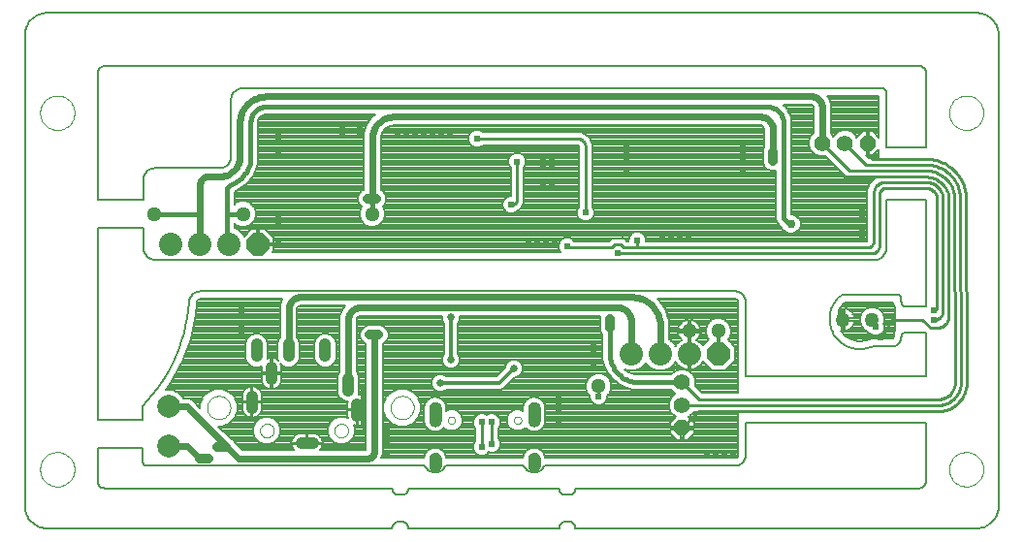
<source format=gbl>
G75*
G70*
%OFA0B0*%
%FSLAX24Y24*%
%IPPOS*%
%LPD*%
%AMOC8*
5,1,8,0,0,1.08239X$1,22.5*
%
%ADD10C,0.0050*%
%ADD11C,0.0000*%
%ADD12C,0.0500*%
%ADD13C,0.0787*%
%ADD14C,0.0512*%
%ADD15C,0.0400*%
%ADD16C,0.0800*%
%ADD17OC8,0.0800*%
%ADD18C,0.0277*%
%ADD19C,0.0004*%
%ADD20C,0.0550*%
%ADD21OC8,0.0550*%
%ADD22C,0.0080*%
%ADD23C,0.0240*%
%ADD24C,0.0100*%
%ADD25C,0.0200*%
%ADD26C,0.0280*%
%ADD27C,0.0320*%
%ADD28C,0.0220*%
%ADD29C,0.0240*%
%ADD30C,0.0160*%
%ADD31C,0.0260*%
%ADD32C,0.0120*%
%ADD33C,0.0140*%
%ADD34C,0.0300*%
D10*
X001677Y000927D02*
X013545Y000927D01*
X013545Y000955D01*
X013549Y000983D01*
X013556Y001010D01*
X013567Y001036D01*
X013581Y001060D01*
X013598Y001082D01*
X013618Y001102D01*
X013640Y001119D01*
X013664Y001133D01*
X013690Y001144D01*
X013717Y001151D01*
X013745Y001155D01*
X013895Y001155D01*
X013923Y001151D01*
X013950Y001144D01*
X013976Y001133D01*
X014000Y001119D01*
X014022Y001102D01*
X014042Y001082D01*
X014059Y001060D01*
X014073Y001036D01*
X014084Y001010D01*
X014091Y000983D01*
X014095Y000955D01*
X014095Y000927D01*
X019282Y000927D01*
X019282Y000955D01*
X019286Y000983D01*
X019293Y001010D01*
X019304Y001036D01*
X019318Y001060D01*
X019335Y001082D01*
X019355Y001102D01*
X019377Y001119D01*
X019401Y001133D01*
X019427Y001144D01*
X019454Y001151D01*
X019482Y001155D01*
X019632Y001155D01*
X019632Y001156D02*
X019661Y001152D01*
X019688Y001145D01*
X019714Y001135D01*
X019739Y001121D01*
X019762Y001104D01*
X019782Y001084D01*
X019800Y001062D01*
X019814Y001037D01*
X019826Y001011D01*
X019833Y000984D01*
X019837Y000956D01*
X019838Y000928D01*
X019837Y000927D02*
X033631Y000927D01*
X033630Y000927D02*
X033684Y000929D01*
X033738Y000934D01*
X033791Y000943D01*
X033844Y000956D01*
X033895Y000973D01*
X033945Y000993D01*
X033993Y001017D01*
X034040Y001044D01*
X034085Y001075D01*
X034127Y001108D01*
X034167Y001145D01*
X034204Y001184D01*
X034238Y001226D01*
X034269Y001270D01*
X034297Y001316D01*
X034321Y001364D01*
X034342Y001414D01*
X034360Y001465D01*
X034374Y001517D01*
X034384Y001570D01*
X034390Y001624D01*
X034392Y001677D01*
X034392Y017896D01*
X034392Y017895D02*
X034390Y017949D01*
X034383Y018003D01*
X034373Y018056D01*
X034360Y018108D01*
X034342Y018159D01*
X034321Y018209D01*
X034297Y018257D01*
X034269Y018303D01*
X034237Y018347D01*
X034203Y018388D01*
X034166Y018427D01*
X034126Y018464D01*
X034084Y018497D01*
X034040Y018528D01*
X033993Y018555D01*
X033945Y018578D01*
X033895Y018599D01*
X033843Y018615D01*
X033791Y018628D01*
X033738Y018637D01*
X033684Y018643D01*
X033631Y018644D01*
X001677Y018644D01*
X001624Y018642D01*
X001570Y018637D01*
X001518Y018627D01*
X001466Y018614D01*
X001415Y018597D01*
X001366Y018577D01*
X001318Y018553D01*
X001272Y018526D01*
X001228Y018495D01*
X001186Y018462D01*
X001147Y018425D01*
X001111Y018386D01*
X001077Y018345D01*
X001046Y018301D01*
X001019Y018255D01*
X000995Y018207D01*
X000975Y018158D01*
X000958Y018107D01*
X000944Y018055D01*
X000935Y018003D01*
X000929Y017949D01*
X000927Y017896D01*
X000927Y001677D01*
X000929Y001623D01*
X000935Y001570D01*
X000944Y001518D01*
X000957Y001466D01*
X000974Y001415D01*
X000995Y001365D01*
X001019Y001318D01*
X001046Y001272D01*
X001077Y001228D01*
X001110Y001186D01*
X001147Y001147D01*
X001186Y001110D01*
X001228Y001077D01*
X001272Y001046D01*
X001318Y001019D01*
X001365Y000995D01*
X001415Y000974D01*
X001466Y000957D01*
X001518Y000944D01*
X001570Y000935D01*
X001623Y000929D01*
X001677Y000927D01*
X003677Y002305D02*
X013545Y002305D01*
X013545Y002277D01*
X013549Y002249D01*
X013556Y002222D01*
X013567Y002196D01*
X013581Y002172D01*
X013598Y002150D01*
X013618Y002130D01*
X013640Y002113D01*
X013664Y002099D01*
X013690Y002088D01*
X013717Y002081D01*
X013745Y002077D01*
X013895Y002077D01*
X013923Y002081D01*
X013950Y002088D01*
X013976Y002099D01*
X014000Y002113D01*
X014022Y002130D01*
X014042Y002150D01*
X014059Y002172D01*
X014073Y002196D01*
X014084Y002222D01*
X014091Y002249D01*
X014095Y002277D01*
X014095Y002305D01*
X019282Y002305D01*
X019282Y002277D01*
X019286Y002249D01*
X019293Y002222D01*
X019304Y002196D01*
X019318Y002172D01*
X019335Y002150D01*
X019355Y002130D01*
X019377Y002113D01*
X019401Y002099D01*
X019427Y002088D01*
X019454Y002081D01*
X019482Y002077D01*
X019632Y002077D01*
X019661Y002081D01*
X019688Y002088D01*
X019714Y002098D01*
X019739Y002112D01*
X019762Y002129D01*
X019782Y002149D01*
X019800Y002171D01*
X019814Y002196D01*
X019826Y002222D01*
X019833Y002249D01*
X019837Y002277D01*
X019838Y002305D01*
X019837Y002305D02*
X031642Y002305D01*
X031672Y002307D01*
X031702Y002312D01*
X031731Y002321D01*
X031758Y002334D01*
X031784Y002349D01*
X031808Y002368D01*
X031829Y002389D01*
X031848Y002413D01*
X031863Y002439D01*
X031876Y002466D01*
X031885Y002495D01*
X031890Y002525D01*
X031892Y002555D01*
X031892Y004570D01*
X025710Y004570D01*
X025710Y003477D01*
X025708Y003438D01*
X025702Y003399D01*
X025693Y003361D01*
X025680Y003324D01*
X025663Y003288D01*
X025643Y003255D01*
X025619Y003223D01*
X025593Y003194D01*
X025564Y003168D01*
X025532Y003144D01*
X025499Y003124D01*
X025463Y003107D01*
X025426Y003094D01*
X025388Y003085D01*
X025349Y003079D01*
X025310Y003077D01*
X018790Y003077D01*
X018770Y003043D01*
X018747Y003011D01*
X018721Y002981D01*
X018692Y002954D01*
X018661Y002930D01*
X018628Y002908D01*
X018593Y002890D01*
X018556Y002876D01*
X018518Y002865D01*
X018479Y002857D01*
X018440Y002853D01*
X018400Y002853D01*
X018361Y002857D01*
X018322Y002865D01*
X018284Y002876D01*
X018247Y002890D01*
X018212Y002908D01*
X018179Y002930D01*
X018148Y002954D01*
X018119Y002981D01*
X018093Y003011D01*
X018070Y003043D01*
X018050Y003077D01*
X015390Y003077D01*
X015370Y003043D01*
X015347Y003011D01*
X015321Y002981D01*
X015292Y002954D01*
X015261Y002930D01*
X015228Y002908D01*
X015193Y002890D01*
X015156Y002876D01*
X015118Y002865D01*
X015079Y002857D01*
X015040Y002853D01*
X015000Y002853D01*
X014961Y002857D01*
X014922Y002865D01*
X014884Y002876D01*
X014847Y002890D01*
X014812Y002908D01*
X014779Y002930D01*
X014748Y002954D01*
X014719Y002981D01*
X014693Y003011D01*
X014670Y003043D01*
X014650Y003077D01*
X005110Y003077D01*
X005085Y003082D01*
X005062Y003091D01*
X005039Y003103D01*
X005019Y003118D01*
X005001Y003136D01*
X004986Y003156D01*
X004974Y003178D01*
X004965Y003202D01*
X004960Y003227D01*
X004958Y003252D01*
X004960Y003277D01*
X004960Y003683D01*
X003427Y003683D01*
X003427Y002527D01*
X003431Y002499D01*
X003438Y002471D01*
X003448Y002444D01*
X003461Y002419D01*
X003477Y002396D01*
X003496Y002374D01*
X003517Y002355D01*
X003541Y002339D01*
X003566Y002326D01*
X003593Y002316D01*
X003620Y002309D01*
X003648Y002305D01*
X003677Y002305D01*
X003427Y004671D02*
X004960Y004671D01*
X004960Y005127D01*
X003427Y004671D02*
X003427Y011245D01*
X004994Y011245D01*
X004994Y010564D01*
X004996Y010525D01*
X005002Y010486D01*
X005011Y010448D01*
X005024Y010411D01*
X005041Y010375D01*
X005061Y010342D01*
X005085Y010310D01*
X005111Y010281D01*
X005140Y010255D01*
X005172Y010231D01*
X005205Y010211D01*
X005241Y010194D01*
X005278Y010181D01*
X005316Y010172D01*
X005355Y010166D01*
X005394Y010164D01*
X030138Y010164D01*
X030177Y010166D01*
X030216Y010172D01*
X030254Y010181D01*
X030291Y010194D01*
X030327Y010211D01*
X030360Y010231D01*
X030392Y010255D01*
X030421Y010281D01*
X030447Y010310D01*
X030471Y010342D01*
X030491Y010375D01*
X030508Y010411D01*
X030521Y010448D01*
X030530Y010486D01*
X030536Y010525D01*
X030538Y010564D01*
X030538Y012220D01*
X031892Y012220D01*
X031892Y008560D01*
X031192Y008560D01*
X031169Y008564D01*
X031147Y008571D01*
X031126Y008581D01*
X031107Y008594D01*
X031090Y008610D01*
X031076Y008628D01*
X031064Y008648D01*
X031055Y008669D01*
X031049Y008691D01*
X031046Y008714D01*
X031047Y008737D01*
X031046Y008738D02*
X031046Y008800D01*
X031046Y008823D01*
X031042Y008846D01*
X031036Y008868D01*
X031026Y008889D01*
X031014Y008908D01*
X030999Y008925D01*
X030981Y008940D01*
X030962Y008953D01*
X030941Y008962D01*
X030919Y008968D01*
X030896Y008972D01*
X029019Y008972D01*
X028969Y008934D01*
X028921Y008893D01*
X028876Y008849D01*
X028834Y008803D01*
X028794Y008754D01*
X028758Y008702D01*
X028725Y008649D01*
X028695Y008594D01*
X028668Y008537D01*
X028645Y008478D01*
X028626Y008418D01*
X028610Y008357D01*
X028598Y008296D01*
X028589Y008233D01*
X028585Y008170D01*
X028584Y008108D01*
X028587Y008045D01*
X028594Y007982D01*
X028605Y007920D01*
X028619Y007859D01*
X028637Y007799D01*
X028659Y007740D01*
X028684Y007682D01*
X028713Y007626D01*
X028745Y007572D01*
X028780Y007520D01*
X028818Y007470D01*
X028859Y007422D01*
X028904Y007377D01*
X028950Y007335D01*
X028999Y007296D01*
X029051Y007260D01*
X029104Y007227D01*
X029160Y007197D01*
X029217Y007171D01*
X029275Y007148D01*
X029335Y007129D01*
X029396Y007113D01*
X029458Y007101D01*
X029520Y007093D01*
X029583Y007089D01*
X029646Y007088D01*
X029709Y007092D01*
X029771Y007099D01*
X029833Y007110D01*
X029895Y007124D01*
X029955Y007142D01*
X030014Y007164D01*
X030071Y007190D01*
X030731Y007190D01*
X030764Y007192D01*
X030797Y007198D01*
X030829Y007207D01*
X030860Y007219D01*
X030890Y007234D01*
X030918Y007253D01*
X030943Y007274D01*
X030966Y007298D01*
X030987Y007324D01*
X031005Y007352D01*
X031020Y007382D01*
X031031Y007413D01*
X031040Y007445D01*
X031045Y007478D01*
X031046Y007511D01*
X031047Y007511D02*
X031050Y007534D01*
X031057Y007556D01*
X031067Y007577D01*
X031080Y007597D01*
X031095Y007614D01*
X031113Y007629D01*
X031133Y007641D01*
X031154Y007651D01*
X031177Y007657D01*
X031200Y007660D01*
X031223Y007659D01*
X031223Y007660D02*
X031892Y007660D01*
X031892Y006158D01*
X025710Y006158D01*
X025710Y008677D01*
X025708Y008716D01*
X025702Y008755D01*
X025693Y008793D01*
X025680Y008830D01*
X025663Y008866D01*
X025643Y008899D01*
X025619Y008931D01*
X025593Y008960D01*
X025564Y008986D01*
X025532Y009010D01*
X025499Y009030D01*
X025463Y009047D01*
X025426Y009060D01*
X025388Y009069D01*
X025349Y009075D01*
X025310Y009077D01*
X006960Y009077D01*
X006921Y009075D01*
X006882Y009069D01*
X006844Y009060D01*
X006807Y009047D01*
X006771Y009030D01*
X006738Y009010D01*
X006706Y008986D01*
X006677Y008960D01*
X006651Y008931D01*
X006627Y008899D01*
X006607Y008866D01*
X006590Y008830D01*
X006577Y008793D01*
X006568Y008755D01*
X006562Y008716D01*
X006560Y008677D01*
X006534Y008413D01*
X006496Y008151D01*
X006446Y007891D01*
X006384Y007633D01*
X006310Y007379D01*
X006224Y007129D01*
X006126Y006882D01*
X006017Y006641D01*
X005897Y006404D01*
X005767Y006174D01*
X005625Y005950D01*
X005473Y005733D01*
X005312Y005523D01*
X005141Y005321D01*
X004960Y005127D01*
X004994Y012233D02*
X003427Y012233D01*
X003427Y016586D01*
X003429Y016616D01*
X003434Y016646D01*
X003443Y016675D01*
X003456Y016702D01*
X003471Y016728D01*
X003490Y016752D01*
X003511Y016773D01*
X003535Y016792D01*
X003561Y016807D01*
X003588Y016820D01*
X003617Y016829D01*
X003647Y016834D01*
X003677Y016836D01*
X031642Y016836D01*
X031672Y016834D01*
X031702Y016829D01*
X031731Y016820D01*
X031758Y016807D01*
X031784Y016792D01*
X031808Y016773D01*
X031829Y016752D01*
X031848Y016728D01*
X031863Y016702D01*
X031876Y016675D01*
X031885Y016646D01*
X031890Y016616D01*
X031892Y016586D01*
X031892Y014008D01*
X030538Y014008D01*
X030538Y015914D01*
X030536Y015937D01*
X030531Y015960D01*
X030522Y015982D01*
X030509Y016002D01*
X030494Y016020D01*
X030476Y016035D01*
X030456Y016048D01*
X030434Y016057D01*
X030411Y016062D01*
X030388Y016064D01*
X008410Y016064D01*
X008371Y016062D01*
X008332Y016056D01*
X008294Y016047D01*
X008257Y016034D01*
X008221Y016017D01*
X008188Y015997D01*
X008156Y015973D01*
X008127Y015947D01*
X008101Y015918D01*
X008077Y015886D01*
X008057Y015853D01*
X008040Y015817D01*
X008027Y015780D01*
X008018Y015742D01*
X008012Y015703D01*
X008010Y015664D01*
X008010Y013714D01*
X008008Y013675D01*
X008002Y013636D01*
X007993Y013598D01*
X007980Y013561D01*
X007963Y013525D01*
X007943Y013492D01*
X007919Y013460D01*
X007893Y013431D01*
X007864Y013405D01*
X007832Y013381D01*
X007799Y013361D01*
X007763Y013344D01*
X007726Y013331D01*
X007688Y013322D01*
X007649Y013316D01*
X007610Y013314D01*
X005394Y013314D01*
X005355Y013312D01*
X005316Y013306D01*
X005278Y013297D01*
X005241Y013284D01*
X005205Y013267D01*
X005172Y013247D01*
X005140Y013223D01*
X005111Y013197D01*
X005085Y013168D01*
X005061Y013136D01*
X005041Y013103D01*
X005024Y013067D01*
X005011Y013030D01*
X005002Y012992D01*
X004996Y012953D01*
X004994Y012914D01*
X004994Y012233D01*
D11*
X001440Y015215D02*
X001442Y015263D01*
X001448Y015311D01*
X001458Y015358D01*
X001471Y015404D01*
X001489Y015449D01*
X001509Y015493D01*
X001534Y015535D01*
X001562Y015574D01*
X001592Y015611D01*
X001626Y015645D01*
X001663Y015677D01*
X001701Y015706D01*
X001742Y015731D01*
X001785Y015753D01*
X001830Y015771D01*
X001876Y015785D01*
X001923Y015796D01*
X001971Y015803D01*
X002019Y015806D01*
X002067Y015805D01*
X002115Y015800D01*
X002163Y015791D01*
X002209Y015779D01*
X002254Y015762D01*
X002298Y015742D01*
X002340Y015719D01*
X002380Y015692D01*
X002418Y015662D01*
X002453Y015629D01*
X002485Y015593D01*
X002515Y015555D01*
X002541Y015514D01*
X002563Y015471D01*
X002583Y015427D01*
X002598Y015382D01*
X002610Y015335D01*
X002618Y015287D01*
X002622Y015239D01*
X002622Y015191D01*
X002618Y015143D01*
X002610Y015095D01*
X002598Y015048D01*
X002583Y015003D01*
X002563Y014959D01*
X002541Y014916D01*
X002515Y014875D01*
X002485Y014837D01*
X002453Y014801D01*
X002418Y014768D01*
X002380Y014738D01*
X002340Y014711D01*
X002298Y014688D01*
X002254Y014668D01*
X002209Y014651D01*
X002163Y014639D01*
X002115Y014630D01*
X002067Y014625D01*
X002019Y014624D01*
X001971Y014627D01*
X001923Y014634D01*
X001876Y014645D01*
X001830Y014659D01*
X001785Y014677D01*
X001742Y014699D01*
X001701Y014724D01*
X001663Y014753D01*
X001626Y014785D01*
X001592Y014819D01*
X001562Y014856D01*
X001534Y014895D01*
X001509Y014937D01*
X001489Y014981D01*
X001471Y015026D01*
X001458Y015072D01*
X001448Y015119D01*
X001442Y015167D01*
X001440Y015215D01*
X007182Y005080D02*
X007184Y005120D01*
X007190Y005159D01*
X007200Y005198D01*
X007213Y005235D01*
X007231Y005271D01*
X007252Y005305D01*
X007276Y005337D01*
X007303Y005366D01*
X007333Y005393D01*
X007365Y005416D01*
X007400Y005436D01*
X007436Y005452D01*
X007474Y005465D01*
X007513Y005474D01*
X007552Y005479D01*
X007592Y005480D01*
X007632Y005477D01*
X007671Y005470D01*
X007709Y005459D01*
X007747Y005445D01*
X007782Y005426D01*
X007815Y005405D01*
X007847Y005380D01*
X007875Y005352D01*
X007901Y005322D01*
X007923Y005289D01*
X007942Y005254D01*
X007958Y005217D01*
X007970Y005179D01*
X007978Y005140D01*
X007982Y005100D01*
X007982Y005060D01*
X007978Y005020D01*
X007970Y004981D01*
X007958Y004943D01*
X007942Y004906D01*
X007923Y004871D01*
X007901Y004838D01*
X007875Y004808D01*
X007847Y004780D01*
X007815Y004755D01*
X007782Y004734D01*
X007747Y004715D01*
X007709Y004701D01*
X007671Y004690D01*
X007632Y004683D01*
X007592Y004680D01*
X007552Y004681D01*
X007513Y004686D01*
X007474Y004695D01*
X007436Y004708D01*
X007400Y004724D01*
X007365Y004744D01*
X007333Y004767D01*
X007303Y004794D01*
X007276Y004823D01*
X007252Y004855D01*
X007231Y004889D01*
X007213Y004925D01*
X007200Y004962D01*
X007190Y005001D01*
X007184Y005040D01*
X007182Y005080D01*
X009001Y004288D02*
X009003Y004318D01*
X009009Y004348D01*
X009018Y004377D01*
X009031Y004404D01*
X009048Y004429D01*
X009067Y004452D01*
X009090Y004473D01*
X009115Y004490D01*
X009141Y004504D01*
X009170Y004514D01*
X009199Y004521D01*
X009229Y004524D01*
X009260Y004523D01*
X009290Y004518D01*
X009319Y004509D01*
X009346Y004497D01*
X009372Y004482D01*
X009396Y004463D01*
X009417Y004441D01*
X009435Y004417D01*
X009450Y004390D01*
X009461Y004362D01*
X009469Y004333D01*
X009473Y004303D01*
X009473Y004273D01*
X009469Y004243D01*
X009461Y004214D01*
X009450Y004186D01*
X009435Y004159D01*
X009417Y004135D01*
X009396Y004113D01*
X009372Y004094D01*
X009346Y004079D01*
X009319Y004067D01*
X009290Y004058D01*
X009260Y004053D01*
X009229Y004052D01*
X009199Y004055D01*
X009170Y004062D01*
X009141Y004072D01*
X009115Y004086D01*
X009090Y004103D01*
X009067Y004124D01*
X009048Y004147D01*
X009031Y004172D01*
X009018Y004199D01*
X009009Y004228D01*
X009003Y004258D01*
X009001Y004288D01*
X011560Y004288D02*
X011562Y004318D01*
X011568Y004348D01*
X011577Y004377D01*
X011590Y004404D01*
X011607Y004429D01*
X011626Y004452D01*
X011649Y004473D01*
X011674Y004490D01*
X011700Y004504D01*
X011729Y004514D01*
X011758Y004521D01*
X011788Y004524D01*
X011819Y004523D01*
X011849Y004518D01*
X011878Y004509D01*
X011905Y004497D01*
X011931Y004482D01*
X011955Y004463D01*
X011976Y004441D01*
X011994Y004417D01*
X012009Y004390D01*
X012020Y004362D01*
X012028Y004333D01*
X012032Y004303D01*
X012032Y004273D01*
X012028Y004243D01*
X012020Y004214D01*
X012009Y004186D01*
X011994Y004159D01*
X011976Y004135D01*
X011955Y004113D01*
X011931Y004094D01*
X011905Y004079D01*
X011878Y004067D01*
X011849Y004058D01*
X011819Y004053D01*
X011788Y004052D01*
X011758Y004055D01*
X011729Y004062D01*
X011700Y004072D01*
X011674Y004086D01*
X011649Y004103D01*
X011626Y004124D01*
X011607Y004147D01*
X011590Y004172D01*
X011577Y004199D01*
X011568Y004228D01*
X011562Y004258D01*
X011560Y004288D01*
X013487Y005080D02*
X013489Y005120D01*
X013495Y005159D01*
X013505Y005198D01*
X013518Y005235D01*
X013536Y005271D01*
X013557Y005305D01*
X013581Y005337D01*
X013608Y005366D01*
X013638Y005393D01*
X013670Y005416D01*
X013705Y005436D01*
X013741Y005452D01*
X013779Y005465D01*
X013818Y005474D01*
X013857Y005479D01*
X013897Y005480D01*
X013937Y005477D01*
X013976Y005470D01*
X014014Y005459D01*
X014052Y005445D01*
X014087Y005426D01*
X014120Y005405D01*
X014152Y005380D01*
X014180Y005352D01*
X014206Y005322D01*
X014228Y005289D01*
X014247Y005254D01*
X014263Y005217D01*
X014275Y005179D01*
X014283Y005140D01*
X014287Y005100D01*
X014287Y005060D01*
X014283Y005020D01*
X014275Y004981D01*
X014263Y004943D01*
X014247Y004906D01*
X014228Y004871D01*
X014206Y004838D01*
X014180Y004808D01*
X014152Y004780D01*
X014120Y004755D01*
X014087Y004734D01*
X014052Y004715D01*
X014014Y004701D01*
X013976Y004690D01*
X013937Y004683D01*
X013897Y004680D01*
X013857Y004681D01*
X013818Y004686D01*
X013779Y004695D01*
X013741Y004708D01*
X013705Y004724D01*
X013670Y004744D01*
X013638Y004767D01*
X013608Y004794D01*
X013581Y004823D01*
X013557Y004855D01*
X013536Y004889D01*
X013518Y004925D01*
X013505Y004962D01*
X013495Y005001D01*
X013489Y005040D01*
X013487Y005080D01*
X015454Y004643D02*
X015456Y004665D01*
X015462Y004687D01*
X015471Y004707D01*
X015484Y004725D01*
X015500Y004741D01*
X015518Y004754D01*
X015538Y004763D01*
X015560Y004769D01*
X015582Y004771D01*
X015604Y004769D01*
X015626Y004763D01*
X015646Y004754D01*
X015664Y004741D01*
X015680Y004725D01*
X015693Y004707D01*
X015702Y004687D01*
X015708Y004665D01*
X015710Y004643D01*
X015708Y004621D01*
X015702Y004599D01*
X015693Y004579D01*
X015680Y004561D01*
X015664Y004545D01*
X015646Y004532D01*
X015626Y004523D01*
X015604Y004517D01*
X015582Y004515D01*
X015560Y004517D01*
X015538Y004523D01*
X015518Y004532D01*
X015500Y004545D01*
X015484Y004561D01*
X015471Y004579D01*
X015462Y004599D01*
X015456Y004621D01*
X015454Y004643D01*
X017729Y004643D02*
X017731Y004665D01*
X017737Y004687D01*
X017746Y004707D01*
X017759Y004725D01*
X017775Y004741D01*
X017793Y004754D01*
X017813Y004763D01*
X017835Y004769D01*
X017857Y004771D01*
X017879Y004769D01*
X017901Y004763D01*
X017921Y004754D01*
X017939Y004741D01*
X017955Y004725D01*
X017968Y004707D01*
X017977Y004687D01*
X017983Y004665D01*
X017985Y004643D01*
X017983Y004621D01*
X017977Y004599D01*
X017968Y004579D01*
X017955Y004561D01*
X017939Y004545D01*
X017921Y004532D01*
X017901Y004523D01*
X017879Y004517D01*
X017857Y004515D01*
X017835Y004517D01*
X017813Y004523D01*
X017793Y004532D01*
X017775Y004545D01*
X017759Y004561D01*
X017746Y004579D01*
X017737Y004599D01*
X017731Y004621D01*
X017729Y004643D01*
X032687Y002959D02*
X032689Y003007D01*
X032695Y003055D01*
X032705Y003102D01*
X032718Y003148D01*
X032736Y003193D01*
X032756Y003237D01*
X032781Y003279D01*
X032809Y003318D01*
X032839Y003355D01*
X032873Y003389D01*
X032910Y003421D01*
X032948Y003450D01*
X032989Y003475D01*
X033032Y003497D01*
X033077Y003515D01*
X033123Y003529D01*
X033170Y003540D01*
X033218Y003547D01*
X033266Y003550D01*
X033314Y003549D01*
X033362Y003544D01*
X033410Y003535D01*
X033456Y003523D01*
X033501Y003506D01*
X033545Y003486D01*
X033587Y003463D01*
X033627Y003436D01*
X033665Y003406D01*
X033700Y003373D01*
X033732Y003337D01*
X033762Y003299D01*
X033788Y003258D01*
X033810Y003215D01*
X033830Y003171D01*
X033845Y003126D01*
X033857Y003079D01*
X033865Y003031D01*
X033869Y002983D01*
X033869Y002935D01*
X033865Y002887D01*
X033857Y002839D01*
X033845Y002792D01*
X033830Y002747D01*
X033810Y002703D01*
X033788Y002660D01*
X033762Y002619D01*
X033732Y002581D01*
X033700Y002545D01*
X033665Y002512D01*
X033627Y002482D01*
X033587Y002455D01*
X033545Y002432D01*
X033501Y002412D01*
X033456Y002395D01*
X033410Y002383D01*
X033362Y002374D01*
X033314Y002369D01*
X033266Y002368D01*
X033218Y002371D01*
X033170Y002378D01*
X033123Y002389D01*
X033077Y002403D01*
X033032Y002421D01*
X032989Y002443D01*
X032948Y002468D01*
X032910Y002497D01*
X032873Y002529D01*
X032839Y002563D01*
X032809Y002600D01*
X032781Y002639D01*
X032756Y002681D01*
X032736Y002725D01*
X032718Y002770D01*
X032705Y002816D01*
X032695Y002863D01*
X032689Y002911D01*
X032687Y002959D01*
X032687Y015215D02*
X032689Y015263D01*
X032695Y015311D01*
X032705Y015358D01*
X032718Y015404D01*
X032736Y015449D01*
X032756Y015493D01*
X032781Y015535D01*
X032809Y015574D01*
X032839Y015611D01*
X032873Y015645D01*
X032910Y015677D01*
X032948Y015706D01*
X032989Y015731D01*
X033032Y015753D01*
X033077Y015771D01*
X033123Y015785D01*
X033170Y015796D01*
X033218Y015803D01*
X033266Y015806D01*
X033314Y015805D01*
X033362Y015800D01*
X033410Y015791D01*
X033456Y015779D01*
X033501Y015762D01*
X033545Y015742D01*
X033587Y015719D01*
X033627Y015692D01*
X033665Y015662D01*
X033700Y015629D01*
X033732Y015593D01*
X033762Y015555D01*
X033788Y015514D01*
X033810Y015471D01*
X033830Y015427D01*
X033845Y015382D01*
X033857Y015335D01*
X033865Y015287D01*
X033869Y015239D01*
X033869Y015191D01*
X033865Y015143D01*
X033857Y015095D01*
X033845Y015048D01*
X033830Y015003D01*
X033810Y014959D01*
X033788Y014916D01*
X033762Y014875D01*
X033732Y014837D01*
X033700Y014801D01*
X033665Y014768D01*
X033627Y014738D01*
X033587Y014711D01*
X033545Y014688D01*
X033501Y014668D01*
X033456Y014651D01*
X033410Y014639D01*
X033362Y014630D01*
X033314Y014625D01*
X033266Y014624D01*
X033218Y014627D01*
X033170Y014634D01*
X033123Y014645D01*
X033077Y014659D01*
X033032Y014677D01*
X032989Y014699D01*
X032948Y014724D01*
X032910Y014753D01*
X032873Y014785D01*
X032839Y014819D01*
X032809Y014856D01*
X032781Y014895D01*
X032756Y014937D01*
X032736Y014981D01*
X032718Y015026D01*
X032705Y015072D01*
X032695Y015119D01*
X032689Y015167D01*
X032687Y015215D01*
X001440Y002959D02*
X001442Y003007D01*
X001448Y003055D01*
X001458Y003102D01*
X001471Y003148D01*
X001489Y003193D01*
X001509Y003237D01*
X001534Y003279D01*
X001562Y003318D01*
X001592Y003355D01*
X001626Y003389D01*
X001663Y003421D01*
X001701Y003450D01*
X001742Y003475D01*
X001785Y003497D01*
X001830Y003515D01*
X001876Y003529D01*
X001923Y003540D01*
X001971Y003547D01*
X002019Y003550D01*
X002067Y003549D01*
X002115Y003544D01*
X002163Y003535D01*
X002209Y003523D01*
X002254Y003506D01*
X002298Y003486D01*
X002340Y003463D01*
X002380Y003436D01*
X002418Y003406D01*
X002453Y003373D01*
X002485Y003337D01*
X002515Y003299D01*
X002541Y003258D01*
X002563Y003215D01*
X002583Y003171D01*
X002598Y003126D01*
X002610Y003079D01*
X002618Y003031D01*
X002622Y002983D01*
X002622Y002935D01*
X002618Y002887D01*
X002610Y002839D01*
X002598Y002792D01*
X002583Y002747D01*
X002563Y002703D01*
X002541Y002660D01*
X002515Y002619D01*
X002485Y002581D01*
X002453Y002545D01*
X002418Y002512D01*
X002380Y002482D01*
X002340Y002455D01*
X002298Y002432D01*
X002254Y002412D01*
X002209Y002395D01*
X002163Y002383D01*
X002115Y002374D01*
X002067Y002369D01*
X002019Y002368D01*
X001971Y002371D01*
X001923Y002378D01*
X001876Y002389D01*
X001830Y002403D01*
X001785Y002421D01*
X001742Y002443D01*
X001701Y002468D01*
X001663Y002497D01*
X001626Y002529D01*
X001592Y002563D01*
X001562Y002600D01*
X001534Y002639D01*
X001509Y002681D01*
X001489Y002725D01*
X001471Y002770D01*
X001458Y002816D01*
X001448Y002863D01*
X001442Y002911D01*
X001440Y002959D01*
D12*
X029046Y008102D03*
X030046Y008102D03*
D13*
X005875Y005109D03*
X005875Y003759D03*
D14*
X005369Y011739D03*
X008419Y011739D03*
X012855Y011739D03*
X020645Y005809D03*
X023759Y007709D03*
X024759Y007709D03*
D15*
X012347Y005197D02*
X012347Y004797D01*
X012033Y005663D02*
X012033Y006063D01*
X011245Y006844D02*
X011245Y007244D01*
X009985Y007244D02*
X009985Y006844D01*
X009395Y006457D02*
X009395Y006057D01*
X008725Y005473D02*
X008725Y005073D01*
X010415Y003855D02*
X010815Y003855D01*
X008883Y006844D02*
X008883Y007244D01*
D16*
X007936Y010696D03*
X006936Y010696D03*
X005936Y010696D03*
X021759Y006926D03*
X022759Y006926D03*
X023759Y006926D03*
D17*
X024759Y006926D03*
X008936Y010696D03*
D18*
X015020Y004852D03*
X015020Y003206D03*
X018420Y003206D03*
X018420Y004852D03*
D19*
X018223Y004851D02*
X018617Y004851D01*
X018617Y004849D02*
X018223Y004849D01*
X018223Y004847D02*
X018617Y004847D01*
X018617Y004844D02*
X018223Y004844D01*
X018223Y004842D02*
X018617Y004842D01*
X018617Y004839D02*
X018223Y004839D01*
X018223Y004837D02*
X018617Y004837D01*
X018617Y004834D02*
X018223Y004834D01*
X018223Y004832D02*
X018617Y004832D01*
X018617Y004829D02*
X018223Y004829D01*
X018223Y004827D02*
X018617Y004827D01*
X018617Y004825D02*
X018223Y004825D01*
X018223Y004822D02*
X018617Y004822D01*
X018617Y004820D02*
X018223Y004820D01*
X018223Y004817D02*
X018617Y004817D01*
X018617Y004815D02*
X018223Y004815D01*
X018223Y004812D02*
X018617Y004812D01*
X018617Y004810D02*
X018223Y004810D01*
X018223Y004808D02*
X018617Y004808D01*
X018617Y004805D02*
X018223Y004805D01*
X018223Y004803D02*
X018617Y004803D01*
X018617Y004800D02*
X018223Y004800D01*
X018223Y004798D02*
X018617Y004798D01*
X018617Y004795D02*
X018223Y004795D01*
X018223Y004793D02*
X018617Y004793D01*
X018617Y004790D02*
X018223Y004790D01*
X018223Y004788D02*
X018617Y004788D01*
X018617Y004786D02*
X018223Y004786D01*
X018223Y004783D02*
X018617Y004783D01*
X018617Y004781D02*
X018223Y004781D01*
X018223Y004778D02*
X018617Y004778D01*
X018617Y004776D02*
X018223Y004776D01*
X018223Y004773D02*
X018617Y004773D01*
X018617Y004771D02*
X018223Y004771D01*
X018223Y004769D02*
X018617Y004769D01*
X018617Y004766D02*
X018223Y004766D01*
X018223Y004764D02*
X018617Y004764D01*
X018617Y004761D02*
X018223Y004761D01*
X018223Y004759D02*
X018617Y004759D01*
X018617Y004756D02*
X018223Y004756D01*
X018223Y004754D02*
X018617Y004754D01*
X018617Y004751D02*
X018223Y004751D01*
X018223Y004749D02*
X018617Y004749D01*
X018617Y004747D02*
X018223Y004747D01*
X018223Y004744D02*
X018617Y004744D01*
X018617Y004742D02*
X018223Y004742D01*
X018223Y004739D02*
X018617Y004739D01*
X018617Y004737D02*
X018223Y004737D01*
X018223Y004734D02*
X018617Y004734D01*
X018617Y004732D02*
X018223Y004732D01*
X018223Y004730D02*
X018617Y004730D01*
X018617Y004727D02*
X018223Y004727D01*
X018223Y004725D02*
X018617Y004725D01*
X018617Y004722D02*
X018223Y004722D01*
X018223Y004720D02*
X018617Y004720D01*
X018617Y004717D02*
X018223Y004717D01*
X018223Y004715D02*
X018617Y004715D01*
X018617Y004712D02*
X018223Y004712D01*
X018223Y004710D02*
X018617Y004710D01*
X018617Y004708D02*
X018223Y004708D01*
X018223Y004705D02*
X018617Y004705D01*
X018617Y004703D02*
X018223Y004703D01*
X018223Y004700D02*
X018617Y004700D01*
X018617Y004698D02*
X018223Y004698D01*
X018223Y004695D02*
X018617Y004695D01*
X018617Y004693D02*
X018223Y004693D01*
X018223Y004691D02*
X018617Y004691D01*
X018617Y004688D02*
X018223Y004688D01*
X018223Y004686D02*
X018617Y004686D01*
X018617Y004683D02*
X018223Y004683D01*
X018223Y004681D02*
X018617Y004681D01*
X018617Y004678D02*
X018223Y004678D01*
X018223Y004676D02*
X018617Y004676D01*
X018617Y004673D02*
X018223Y004673D01*
X018223Y004671D02*
X018617Y004671D01*
X018617Y004669D02*
X018223Y004669D01*
X018223Y004666D02*
X018617Y004666D01*
X018617Y004664D02*
X018223Y004664D01*
X018223Y004661D02*
X018617Y004661D01*
X018617Y004659D02*
X018223Y004659D01*
X018223Y004656D02*
X018617Y004656D01*
X018617Y004654D02*
X018223Y004654D01*
X018223Y004652D02*
X018617Y004652D01*
X018617Y004649D02*
X018223Y004649D01*
X018223Y004647D02*
X018617Y004647D01*
X018617Y004644D02*
X018223Y004644D01*
X018223Y004642D02*
X018617Y004642D01*
X018617Y004639D02*
X018223Y004639D01*
X018223Y004637D02*
X018617Y004637D01*
X018617Y004635D02*
X018617Y005068D01*
X018223Y005068D01*
X018228Y005112D01*
X018242Y005154D01*
X018266Y005191D01*
X018297Y005222D01*
X018334Y005246D01*
X018376Y005260D01*
X018420Y005265D01*
X018463Y005260D01*
X018505Y005246D01*
X018542Y005222D01*
X018574Y005191D01*
X018597Y005154D01*
X018612Y005112D01*
X018617Y005068D01*
X018617Y005066D02*
X018223Y005066D01*
X018223Y005068D02*
X018223Y004635D01*
X018228Y004591D01*
X018611Y004591D01*
X018612Y004591D02*
X018617Y004635D01*
X018616Y004634D02*
X018223Y004634D01*
X018223Y004632D02*
X018616Y004632D01*
X018616Y004630D02*
X018223Y004630D01*
X018224Y004627D02*
X018616Y004627D01*
X018615Y004625D02*
X018224Y004625D01*
X018224Y004622D02*
X018615Y004622D01*
X018615Y004620D02*
X018225Y004620D01*
X018225Y004617D02*
X018615Y004617D01*
X018614Y004615D02*
X018225Y004615D01*
X018225Y004613D02*
X018614Y004613D01*
X018614Y004610D02*
X018226Y004610D01*
X018226Y004608D02*
X018613Y004608D01*
X018613Y004605D02*
X018226Y004605D01*
X018226Y004603D02*
X018613Y004603D01*
X018613Y004600D02*
X018227Y004600D01*
X018227Y004598D02*
X018612Y004598D01*
X018612Y004595D02*
X018227Y004595D01*
X018228Y004593D02*
X018612Y004593D01*
X018612Y004591D02*
X018597Y004550D01*
X018574Y004513D01*
X018266Y004513D01*
X018297Y004481D01*
X018334Y004458D01*
X018376Y004443D01*
X018420Y004438D01*
X018463Y004443D01*
X018505Y004458D01*
X018542Y004481D01*
X018298Y004481D01*
X018295Y004483D02*
X018544Y004483D01*
X018542Y004481D02*
X018574Y004513D01*
X018575Y004515D02*
X018264Y004515D01*
X018263Y004517D02*
X018577Y004517D01*
X018578Y004520D02*
X018261Y004520D01*
X018260Y004522D02*
X018580Y004522D01*
X018581Y004525D02*
X018258Y004525D01*
X018257Y004527D02*
X018583Y004527D01*
X018584Y004530D02*
X018255Y004530D01*
X018253Y004532D02*
X018586Y004532D01*
X018587Y004535D02*
X018252Y004535D01*
X018250Y004537D02*
X018589Y004537D01*
X018590Y004539D02*
X018249Y004539D01*
X018247Y004542D02*
X018592Y004542D01*
X018594Y004544D02*
X018246Y004544D01*
X018244Y004547D02*
X018595Y004547D01*
X018597Y004549D02*
X018243Y004549D01*
X018242Y004550D02*
X018266Y004513D01*
X018268Y004510D02*
X018571Y004510D01*
X018569Y004508D02*
X018271Y004508D01*
X018273Y004505D02*
X018566Y004505D01*
X018564Y004503D02*
X018275Y004503D01*
X018278Y004500D02*
X018561Y004500D01*
X018559Y004498D02*
X018280Y004498D01*
X018283Y004496D02*
X018557Y004496D01*
X018554Y004493D02*
X018285Y004493D01*
X018288Y004491D02*
X018552Y004491D01*
X018549Y004488D02*
X018290Y004488D01*
X018293Y004486D02*
X018547Y004486D01*
X018538Y004478D02*
X018302Y004478D01*
X018305Y004476D02*
X018534Y004476D01*
X018530Y004474D02*
X018309Y004474D01*
X018313Y004471D02*
X018526Y004471D01*
X018522Y004469D02*
X018317Y004469D01*
X018321Y004466D02*
X018518Y004466D01*
X018515Y004464D02*
X018325Y004464D01*
X018329Y004461D02*
X018511Y004461D01*
X018507Y004459D02*
X018333Y004459D01*
X018338Y004457D02*
X018501Y004457D01*
X018494Y004454D02*
X018345Y004454D01*
X018352Y004452D02*
X018487Y004452D01*
X018480Y004449D02*
X018359Y004449D01*
X018366Y004447D02*
X018473Y004447D01*
X018466Y004444D02*
X018373Y004444D01*
X018389Y004442D02*
X018451Y004442D01*
X018429Y004439D02*
X018410Y004439D01*
X018242Y004550D02*
X018228Y004591D01*
X018229Y004588D02*
X018610Y004588D01*
X018610Y004586D02*
X018230Y004586D01*
X018231Y004583D02*
X018609Y004583D01*
X018608Y004581D02*
X018231Y004581D01*
X018232Y004578D02*
X018607Y004578D01*
X018606Y004576D02*
X018233Y004576D01*
X018234Y004574D02*
X018605Y004574D01*
X018604Y004571D02*
X018235Y004571D01*
X018236Y004569D02*
X018604Y004569D01*
X018603Y004566D02*
X018237Y004566D01*
X018237Y004564D02*
X018602Y004564D01*
X018601Y004561D02*
X018238Y004561D01*
X018239Y004559D02*
X018600Y004559D01*
X018599Y004556D02*
X018240Y004556D01*
X018241Y004554D02*
X018598Y004554D01*
X018598Y004552D02*
X018242Y004552D01*
X018223Y004854D02*
X018617Y004854D01*
X018617Y004856D02*
X018223Y004856D01*
X018223Y004859D02*
X018617Y004859D01*
X018617Y004861D02*
X018223Y004861D01*
X018223Y004864D02*
X018617Y004864D01*
X018617Y004866D02*
X018223Y004866D01*
X018223Y004868D02*
X018617Y004868D01*
X018617Y004871D02*
X018223Y004871D01*
X018223Y004873D02*
X018617Y004873D01*
X018617Y004876D02*
X018223Y004876D01*
X018223Y004878D02*
X018617Y004878D01*
X018617Y004881D02*
X018223Y004881D01*
X018223Y004883D02*
X018617Y004883D01*
X018617Y004886D02*
X018223Y004886D01*
X018223Y004888D02*
X018617Y004888D01*
X018617Y004890D02*
X018223Y004890D01*
X018223Y004893D02*
X018617Y004893D01*
X018617Y004895D02*
X018223Y004895D01*
X018223Y004898D02*
X018617Y004898D01*
X018617Y004900D02*
X018223Y004900D01*
X018223Y004903D02*
X018617Y004903D01*
X018617Y004905D02*
X018223Y004905D01*
X018223Y004907D02*
X018617Y004907D01*
X018617Y004910D02*
X018223Y004910D01*
X018223Y004912D02*
X018617Y004912D01*
X018617Y004915D02*
X018223Y004915D01*
X018223Y004917D02*
X018617Y004917D01*
X018617Y004920D02*
X018223Y004920D01*
X018223Y004922D02*
X018617Y004922D01*
X018617Y004924D02*
X018223Y004924D01*
X018223Y004927D02*
X018617Y004927D01*
X018617Y004929D02*
X018223Y004929D01*
X018223Y004932D02*
X018617Y004932D01*
X018617Y004934D02*
X018223Y004934D01*
X018223Y004937D02*
X018617Y004937D01*
X018617Y004939D02*
X018223Y004939D01*
X018223Y004942D02*
X018617Y004942D01*
X018617Y004944D02*
X018223Y004944D01*
X018223Y004946D02*
X018617Y004946D01*
X018617Y004949D02*
X018223Y004949D01*
X018223Y004951D02*
X018617Y004951D01*
X018617Y004954D02*
X018223Y004954D01*
X018223Y004956D02*
X018617Y004956D01*
X018617Y004959D02*
X018223Y004959D01*
X018223Y004961D02*
X018617Y004961D01*
X018617Y004963D02*
X018223Y004963D01*
X018223Y004966D02*
X018617Y004966D01*
X018617Y004968D02*
X018223Y004968D01*
X018223Y004971D02*
X018617Y004971D01*
X018617Y004973D02*
X018223Y004973D01*
X018223Y004976D02*
X018617Y004976D01*
X018617Y004978D02*
X018223Y004978D01*
X018223Y004981D02*
X018617Y004981D01*
X018617Y004983D02*
X018223Y004983D01*
X018223Y004985D02*
X018617Y004985D01*
X018617Y004988D02*
X018223Y004988D01*
X018223Y004990D02*
X018617Y004990D01*
X018617Y004993D02*
X018223Y004993D01*
X018223Y004995D02*
X018617Y004995D01*
X018617Y004998D02*
X018223Y004998D01*
X018223Y005000D02*
X018617Y005000D01*
X018617Y005002D02*
X018223Y005002D01*
X018223Y005005D02*
X018617Y005005D01*
X018617Y005007D02*
X018223Y005007D01*
X018223Y005010D02*
X018617Y005010D01*
X018617Y005012D02*
X018223Y005012D01*
X018223Y005015D02*
X018617Y005015D01*
X018617Y005017D02*
X018223Y005017D01*
X018223Y005020D02*
X018617Y005020D01*
X018617Y005022D02*
X018223Y005022D01*
X018223Y005024D02*
X018617Y005024D01*
X018617Y005027D02*
X018223Y005027D01*
X018223Y005029D02*
X018617Y005029D01*
X018617Y005032D02*
X018223Y005032D01*
X018223Y005034D02*
X018617Y005034D01*
X018617Y005037D02*
X018223Y005037D01*
X018223Y005039D02*
X018617Y005039D01*
X018617Y005041D02*
X018223Y005041D01*
X018223Y005044D02*
X018617Y005044D01*
X018617Y005046D02*
X018223Y005046D01*
X018223Y005049D02*
X018617Y005049D01*
X018617Y005051D02*
X018223Y005051D01*
X018223Y005054D02*
X018617Y005054D01*
X018617Y005056D02*
X018223Y005056D01*
X018223Y005059D02*
X018617Y005059D01*
X018617Y005061D02*
X018223Y005061D01*
X018223Y005063D02*
X018617Y005063D01*
X018616Y005071D02*
X018223Y005071D01*
X018223Y005073D02*
X018616Y005073D01*
X018616Y005076D02*
X018224Y005076D01*
X018224Y005078D02*
X018615Y005078D01*
X018615Y005080D02*
X018224Y005080D01*
X018224Y005083D02*
X018615Y005083D01*
X018615Y005085D02*
X018225Y005085D01*
X018225Y005088D02*
X018614Y005088D01*
X018614Y005090D02*
X018225Y005090D01*
X018226Y005093D02*
X018614Y005093D01*
X018614Y005095D02*
X018226Y005095D01*
X018226Y005098D02*
X018613Y005098D01*
X018613Y005100D02*
X018226Y005100D01*
X018227Y005102D02*
X018613Y005102D01*
X018612Y005105D02*
X018227Y005105D01*
X018227Y005107D02*
X018612Y005107D01*
X018612Y005110D02*
X018227Y005110D01*
X018228Y005112D02*
X018612Y005112D01*
X018611Y005115D02*
X018229Y005115D01*
X018229Y005117D02*
X018610Y005117D01*
X018609Y005119D02*
X018230Y005119D01*
X018231Y005122D02*
X018608Y005122D01*
X018607Y005124D02*
X018232Y005124D01*
X018233Y005127D02*
X018606Y005127D01*
X018606Y005129D02*
X018234Y005129D01*
X018235Y005132D02*
X018605Y005132D01*
X018604Y005134D02*
X018235Y005134D01*
X018236Y005137D02*
X018603Y005137D01*
X018602Y005139D02*
X018237Y005139D01*
X018238Y005141D02*
X018601Y005141D01*
X018601Y005144D02*
X018239Y005144D01*
X018240Y005146D02*
X018600Y005146D01*
X018599Y005149D02*
X018241Y005149D01*
X018241Y005151D02*
X018598Y005151D01*
X018597Y005154D02*
X018242Y005154D01*
X018244Y005156D02*
X018596Y005156D01*
X018594Y005158D02*
X018245Y005158D01*
X018247Y005161D02*
X018593Y005161D01*
X018591Y005163D02*
X018248Y005163D01*
X018250Y005166D02*
X018589Y005166D01*
X018588Y005168D02*
X018251Y005168D01*
X018253Y005171D02*
X018586Y005171D01*
X018585Y005173D02*
X018254Y005173D01*
X018256Y005176D02*
X018583Y005176D01*
X018582Y005178D02*
X018258Y005178D01*
X018259Y005180D02*
X018580Y005180D01*
X018579Y005183D02*
X018261Y005183D01*
X018262Y005185D02*
X018577Y005185D01*
X018576Y005188D02*
X018264Y005188D01*
X018265Y005190D02*
X018574Y005190D01*
X018572Y005193D02*
X018267Y005193D01*
X018270Y005195D02*
X018570Y005195D01*
X018567Y005197D02*
X018272Y005197D01*
X018275Y005200D02*
X018565Y005200D01*
X018562Y005202D02*
X018277Y005202D01*
X018279Y005205D02*
X018560Y005205D01*
X018557Y005207D02*
X018282Y005207D01*
X018284Y005210D02*
X018555Y005210D01*
X018553Y005212D02*
X018287Y005212D01*
X018289Y005215D02*
X018550Y005215D01*
X018548Y005217D02*
X018292Y005217D01*
X018294Y005219D02*
X018545Y005219D01*
X018543Y005222D02*
X018297Y005222D01*
X018300Y005224D02*
X018539Y005224D01*
X018535Y005227D02*
X018304Y005227D01*
X018308Y005229D02*
X018531Y005229D01*
X018528Y005232D02*
X018312Y005232D01*
X018316Y005234D02*
X018524Y005234D01*
X018520Y005236D02*
X018320Y005236D01*
X018323Y005239D02*
X018516Y005239D01*
X018512Y005241D02*
X018327Y005241D01*
X018331Y005244D02*
X018508Y005244D01*
X018504Y005246D02*
X018336Y005246D01*
X018343Y005249D02*
X018497Y005249D01*
X018490Y005251D02*
X018350Y005251D01*
X018357Y005254D02*
X018483Y005254D01*
X018476Y005256D02*
X018364Y005256D01*
X018371Y005258D02*
X018469Y005258D01*
X018458Y005261D02*
X018381Y005261D01*
X018403Y005263D02*
X018437Y005263D01*
X018420Y003521D02*
X018376Y003516D01*
X018334Y003502D01*
X018297Y003478D01*
X018266Y003447D01*
X018242Y003410D01*
X018228Y003368D01*
X018223Y003324D01*
X018223Y003088D01*
X018228Y003044D01*
X018242Y003003D01*
X018266Y002965D01*
X018573Y002965D01*
X018574Y002965D02*
X018597Y003003D01*
X018612Y003044D01*
X018617Y003088D01*
X018617Y003324D01*
X018612Y003368D01*
X018597Y003410D01*
X018574Y003447D01*
X018542Y003478D01*
X018505Y003502D01*
X018463Y003516D01*
X018420Y003521D01*
X018416Y003521D02*
X018424Y003521D01*
X018445Y003518D02*
X018394Y003518D01*
X018375Y003516D02*
X018465Y003516D01*
X018472Y003513D02*
X018368Y003513D01*
X018361Y003511D02*
X018479Y003511D01*
X018486Y003508D02*
X018354Y003508D01*
X018347Y003506D02*
X018492Y003506D01*
X018499Y003504D02*
X018340Y003504D01*
X018334Y003501D02*
X018506Y003501D01*
X018510Y003499D02*
X018330Y003499D01*
X018326Y003496D02*
X018514Y003496D01*
X018517Y003494D02*
X018322Y003494D01*
X018318Y003491D02*
X018521Y003491D01*
X018525Y003489D02*
X018314Y003489D01*
X018310Y003487D02*
X018529Y003487D01*
X018533Y003484D02*
X018306Y003484D01*
X018303Y003482D02*
X018537Y003482D01*
X018541Y003479D02*
X018299Y003479D01*
X018296Y003477D02*
X018544Y003477D01*
X018546Y003474D02*
X018293Y003474D01*
X018291Y003472D02*
X018549Y003472D01*
X018551Y003469D02*
X018288Y003469D01*
X018286Y003467D02*
X018554Y003467D01*
X018556Y003465D02*
X018283Y003465D01*
X018281Y003462D02*
X018558Y003462D01*
X018561Y003460D02*
X018279Y003460D01*
X018276Y003457D02*
X018563Y003457D01*
X018566Y003455D02*
X018274Y003455D01*
X018271Y003452D02*
X018568Y003452D01*
X018571Y003450D02*
X018269Y003450D01*
X018266Y003448D02*
X018573Y003448D01*
X018575Y003445D02*
X018265Y003445D01*
X018263Y003443D02*
X018576Y003443D01*
X018578Y003440D02*
X018262Y003440D01*
X018260Y003438D02*
X018579Y003438D01*
X018581Y003435D02*
X018258Y003435D01*
X018257Y003433D02*
X018582Y003433D01*
X018584Y003430D02*
X018255Y003430D01*
X018254Y003428D02*
X018586Y003428D01*
X018587Y003426D02*
X018252Y003426D01*
X018251Y003423D02*
X018589Y003423D01*
X018590Y003421D02*
X018249Y003421D01*
X018248Y003418D02*
X018592Y003418D01*
X018593Y003416D02*
X018246Y003416D01*
X018245Y003413D02*
X018595Y003413D01*
X018596Y003411D02*
X018243Y003411D01*
X018242Y003409D02*
X018597Y003409D01*
X018598Y003406D02*
X018241Y003406D01*
X018240Y003404D02*
X018599Y003404D01*
X018600Y003401D02*
X018239Y003401D01*
X018239Y003399D02*
X018601Y003399D01*
X018602Y003396D02*
X018238Y003396D01*
X018237Y003394D02*
X018603Y003394D01*
X018603Y003391D02*
X018236Y003391D01*
X018235Y003389D02*
X018604Y003389D01*
X018605Y003387D02*
X018234Y003387D01*
X018233Y003384D02*
X018606Y003384D01*
X018607Y003382D02*
X018233Y003382D01*
X018232Y003379D02*
X018608Y003379D01*
X018609Y003377D02*
X018231Y003377D01*
X018230Y003374D02*
X018609Y003374D01*
X018610Y003372D02*
X018229Y003372D01*
X018228Y003370D02*
X018611Y003370D01*
X018612Y003367D02*
X018228Y003367D01*
X018227Y003365D02*
X018612Y003365D01*
X018612Y003362D02*
X018227Y003362D01*
X018227Y003360D02*
X018613Y003360D01*
X018613Y003357D02*
X018227Y003357D01*
X018226Y003355D02*
X018613Y003355D01*
X018613Y003352D02*
X018226Y003352D01*
X018226Y003350D02*
X018614Y003350D01*
X018614Y003348D02*
X018225Y003348D01*
X018225Y003345D02*
X018614Y003345D01*
X018614Y003343D02*
X018225Y003343D01*
X018225Y003340D02*
X018615Y003340D01*
X018615Y003338D02*
X018224Y003338D01*
X018224Y003335D02*
X018615Y003335D01*
X018616Y003333D02*
X018224Y003333D01*
X018224Y003331D02*
X018616Y003331D01*
X018616Y003328D02*
X018223Y003328D01*
X018223Y003326D02*
X018616Y003326D01*
X018617Y003323D02*
X018223Y003323D01*
X018223Y003321D02*
X018617Y003321D01*
X018617Y003318D02*
X018223Y003318D01*
X018223Y003316D02*
X018617Y003316D01*
X018617Y003313D02*
X018223Y003313D01*
X018223Y003311D02*
X018617Y003311D01*
X018617Y003309D02*
X018223Y003309D01*
X018223Y003306D02*
X018617Y003306D01*
X018617Y003304D02*
X018223Y003304D01*
X018223Y003301D02*
X018617Y003301D01*
X018617Y003299D02*
X018223Y003299D01*
X018223Y003296D02*
X018617Y003296D01*
X018617Y003294D02*
X018223Y003294D01*
X018223Y003292D02*
X018617Y003292D01*
X018617Y003289D02*
X018223Y003289D01*
X018223Y003287D02*
X018617Y003287D01*
X018617Y003284D02*
X018223Y003284D01*
X018223Y003282D02*
X018617Y003282D01*
X018617Y003279D02*
X018223Y003279D01*
X018223Y003277D02*
X018617Y003277D01*
X018617Y003274D02*
X018223Y003274D01*
X018223Y003272D02*
X018617Y003272D01*
X018617Y003270D02*
X018223Y003270D01*
X018223Y003267D02*
X018617Y003267D01*
X018617Y003265D02*
X018223Y003265D01*
X018223Y003262D02*
X018617Y003262D01*
X018617Y003260D02*
X018223Y003260D01*
X018223Y003257D02*
X018617Y003257D01*
X018617Y003255D02*
X018223Y003255D01*
X018223Y003253D02*
X018617Y003253D01*
X018617Y003250D02*
X018223Y003250D01*
X018223Y003248D02*
X018617Y003248D01*
X018617Y003245D02*
X018223Y003245D01*
X018223Y003243D02*
X018617Y003243D01*
X018617Y003240D02*
X018223Y003240D01*
X018223Y003238D02*
X018617Y003238D01*
X018617Y003235D02*
X018223Y003235D01*
X018223Y003233D02*
X018617Y003233D01*
X018617Y003231D02*
X018223Y003231D01*
X018223Y003228D02*
X018617Y003228D01*
X018617Y003226D02*
X018223Y003226D01*
X018223Y003223D02*
X018617Y003223D01*
X018617Y003221D02*
X018223Y003221D01*
X018223Y003218D02*
X018617Y003218D01*
X018617Y003216D02*
X018223Y003216D01*
X018223Y003214D02*
X018617Y003214D01*
X018617Y003211D02*
X018223Y003211D01*
X018223Y003209D02*
X018617Y003209D01*
X018617Y003206D02*
X018223Y003206D01*
X018223Y003204D02*
X018617Y003204D01*
X018617Y003201D02*
X018223Y003201D01*
X018223Y003199D02*
X018617Y003199D01*
X018617Y003196D02*
X018223Y003196D01*
X018223Y003194D02*
X018617Y003194D01*
X018617Y003192D02*
X018223Y003192D01*
X018223Y003189D02*
X018617Y003189D01*
X018617Y003187D02*
X018223Y003187D01*
X018223Y003184D02*
X018617Y003184D01*
X018617Y003182D02*
X018223Y003182D01*
X018223Y003179D02*
X018617Y003179D01*
X018617Y003177D02*
X018223Y003177D01*
X018223Y003175D02*
X018617Y003175D01*
X018617Y003172D02*
X018223Y003172D01*
X018223Y003170D02*
X018617Y003170D01*
X018617Y003167D02*
X018223Y003167D01*
X018223Y003165D02*
X018617Y003165D01*
X018617Y003162D02*
X018223Y003162D01*
X018223Y003160D02*
X018617Y003160D01*
X018617Y003157D02*
X018223Y003157D01*
X018223Y003155D02*
X018617Y003155D01*
X018617Y003153D02*
X018223Y003153D01*
X018223Y003150D02*
X018617Y003150D01*
X018617Y003148D02*
X018223Y003148D01*
X018223Y003145D02*
X018617Y003145D01*
X018617Y003143D02*
X018223Y003143D01*
X018223Y003140D02*
X018617Y003140D01*
X018617Y003138D02*
X018223Y003138D01*
X018223Y003136D02*
X018617Y003136D01*
X018617Y003133D02*
X018223Y003133D01*
X018223Y003131D02*
X018617Y003131D01*
X018617Y003128D02*
X018223Y003128D01*
X018223Y003126D02*
X018617Y003126D01*
X018617Y003123D02*
X018223Y003123D01*
X018223Y003121D02*
X018617Y003121D01*
X018617Y003118D02*
X018223Y003118D01*
X018223Y003116D02*
X018617Y003116D01*
X018617Y003114D02*
X018223Y003114D01*
X018223Y003111D02*
X018617Y003111D01*
X018617Y003109D02*
X018223Y003109D01*
X018223Y003106D02*
X018617Y003106D01*
X018617Y003104D02*
X018223Y003104D01*
X018223Y003101D02*
X018617Y003101D01*
X018617Y003099D02*
X018223Y003099D01*
X018223Y003097D02*
X018617Y003097D01*
X018617Y003094D02*
X018223Y003094D01*
X018223Y003092D02*
X018617Y003092D01*
X018617Y003089D02*
X018223Y003089D01*
X018223Y003087D02*
X018616Y003087D01*
X018616Y003084D02*
X018223Y003084D01*
X018224Y003082D02*
X018616Y003082D01*
X018616Y003079D02*
X018224Y003079D01*
X018224Y003077D02*
X018615Y003077D01*
X018615Y003075D02*
X018224Y003075D01*
X018225Y003072D02*
X018615Y003072D01*
X018614Y003070D02*
X018225Y003070D01*
X018225Y003067D02*
X018614Y003067D01*
X018614Y003065D02*
X018225Y003065D01*
X018226Y003062D02*
X018614Y003062D01*
X018613Y003060D02*
X018226Y003060D01*
X018226Y003058D02*
X018613Y003058D01*
X018613Y003055D02*
X018227Y003055D01*
X018227Y003053D02*
X018613Y003053D01*
X018612Y003050D02*
X018227Y003050D01*
X018227Y003048D02*
X018612Y003048D01*
X018612Y003045D02*
X018228Y003045D01*
X018228Y003043D02*
X018611Y003043D01*
X018610Y003041D02*
X018229Y003041D01*
X018230Y003038D02*
X018609Y003038D01*
X018609Y003036D02*
X018231Y003036D01*
X018232Y003033D02*
X018608Y003033D01*
X018607Y003031D02*
X018232Y003031D01*
X018233Y003028D02*
X018606Y003028D01*
X018605Y003026D02*
X018234Y003026D01*
X018235Y003023D02*
X018604Y003023D01*
X018603Y003021D02*
X018236Y003021D01*
X018237Y003019D02*
X018603Y003019D01*
X018602Y003016D02*
X018238Y003016D01*
X018238Y003014D02*
X018601Y003014D01*
X018600Y003011D02*
X018239Y003011D01*
X018240Y003009D02*
X018599Y003009D01*
X018598Y003006D02*
X018241Y003006D01*
X018242Y003004D02*
X018598Y003004D01*
X018596Y003002D02*
X018243Y003002D01*
X018245Y002999D02*
X018595Y002999D01*
X018593Y002997D02*
X018246Y002997D01*
X018248Y002994D02*
X018592Y002994D01*
X018590Y002992D02*
X018249Y002992D01*
X018251Y002989D02*
X018589Y002989D01*
X018587Y002987D02*
X018252Y002987D01*
X018254Y002984D02*
X018586Y002984D01*
X018584Y002982D02*
X018255Y002982D01*
X018257Y002980D02*
X018583Y002980D01*
X018581Y002977D02*
X018258Y002977D01*
X018260Y002975D02*
X018579Y002975D01*
X018578Y002972D02*
X018261Y002972D01*
X018263Y002970D02*
X018576Y002970D01*
X018575Y002967D02*
X018264Y002967D01*
X018266Y002965D02*
X018297Y002934D01*
X018334Y002911D01*
X018376Y002896D01*
X018420Y002891D01*
X018463Y002896D01*
X018505Y002911D01*
X018542Y002934D01*
X018574Y002965D01*
X018571Y002963D02*
X018269Y002963D01*
X018271Y002960D02*
X018568Y002960D01*
X018566Y002958D02*
X018273Y002958D01*
X018276Y002955D02*
X018563Y002955D01*
X018561Y002953D02*
X018278Y002953D01*
X018281Y002950D02*
X018559Y002950D01*
X018556Y002948D02*
X018283Y002948D01*
X018286Y002945D02*
X018554Y002945D01*
X018551Y002943D02*
X018288Y002943D01*
X018291Y002941D02*
X018549Y002941D01*
X018546Y002938D02*
X018293Y002938D01*
X018295Y002936D02*
X018544Y002936D01*
X018541Y002933D02*
X018298Y002933D01*
X018302Y002931D02*
X018537Y002931D01*
X018533Y002928D02*
X018306Y002928D01*
X018310Y002926D02*
X018529Y002926D01*
X018526Y002924D02*
X018314Y002924D01*
X018318Y002921D02*
X018522Y002921D01*
X018518Y002919D02*
X018322Y002919D01*
X018325Y002916D02*
X018514Y002916D01*
X018510Y002914D02*
X018329Y002914D01*
X018333Y002911D02*
X018506Y002911D01*
X018500Y002909D02*
X018339Y002909D01*
X018346Y002906D02*
X018493Y002906D01*
X018486Y002904D02*
X018353Y002904D01*
X018360Y002902D02*
X018479Y002902D01*
X018472Y002899D02*
X018367Y002899D01*
X018374Y002897D02*
X018465Y002897D01*
X018447Y002894D02*
X018392Y002894D01*
X018414Y002892D02*
X018425Y002892D01*
X015217Y003088D02*
X015217Y003324D01*
X015212Y003368D01*
X015197Y003410D01*
X015174Y003447D01*
X015142Y003478D01*
X015105Y003502D01*
X015063Y003516D01*
X015020Y003521D01*
X014976Y003516D01*
X014934Y003502D01*
X014897Y003478D01*
X014866Y003447D01*
X014842Y003410D01*
X014828Y003368D01*
X014823Y003324D01*
X014823Y003088D01*
X014828Y003044D01*
X014842Y003003D01*
X014866Y002965D01*
X015173Y002965D01*
X015174Y002965D02*
X015197Y003003D01*
X015212Y003044D01*
X015217Y003088D01*
X015217Y003089D02*
X014823Y003089D01*
X014823Y003087D02*
X015216Y003087D01*
X015216Y003084D02*
X014823Y003084D01*
X014824Y003082D02*
X015216Y003082D01*
X015216Y003079D02*
X014824Y003079D01*
X014824Y003077D02*
X015215Y003077D01*
X015215Y003075D02*
X014824Y003075D01*
X014825Y003072D02*
X015215Y003072D01*
X015214Y003070D02*
X014825Y003070D01*
X014825Y003067D02*
X015214Y003067D01*
X015214Y003065D02*
X014825Y003065D01*
X014826Y003062D02*
X015214Y003062D01*
X015213Y003060D02*
X014826Y003060D01*
X014826Y003058D02*
X015213Y003058D01*
X015213Y003055D02*
X014827Y003055D01*
X014827Y003053D02*
X015213Y003053D01*
X015212Y003050D02*
X014827Y003050D01*
X014827Y003048D02*
X015212Y003048D01*
X015212Y003045D02*
X014828Y003045D01*
X014828Y003043D02*
X015211Y003043D01*
X015210Y003041D02*
X014829Y003041D01*
X014830Y003038D02*
X015209Y003038D01*
X015209Y003036D02*
X014831Y003036D01*
X014832Y003033D02*
X015208Y003033D01*
X015207Y003031D02*
X014832Y003031D01*
X014833Y003028D02*
X015206Y003028D01*
X015205Y003026D02*
X014834Y003026D01*
X014835Y003023D02*
X015204Y003023D01*
X015203Y003021D02*
X014836Y003021D01*
X014837Y003019D02*
X015203Y003019D01*
X015202Y003016D02*
X014838Y003016D01*
X014838Y003014D02*
X015201Y003014D01*
X015200Y003011D02*
X014839Y003011D01*
X014840Y003009D02*
X015199Y003009D01*
X015198Y003006D02*
X014841Y003006D01*
X014842Y003004D02*
X015198Y003004D01*
X015196Y003002D02*
X014843Y003002D01*
X014845Y002999D02*
X015195Y002999D01*
X015193Y002997D02*
X014846Y002997D01*
X014848Y002994D02*
X015192Y002994D01*
X015190Y002992D02*
X014849Y002992D01*
X014851Y002989D02*
X015189Y002989D01*
X015187Y002987D02*
X014852Y002987D01*
X014854Y002984D02*
X015186Y002984D01*
X015184Y002982D02*
X014855Y002982D01*
X014857Y002980D02*
X015183Y002980D01*
X015181Y002977D02*
X014858Y002977D01*
X014860Y002975D02*
X015179Y002975D01*
X015178Y002972D02*
X014861Y002972D01*
X014863Y002970D02*
X015176Y002970D01*
X015175Y002967D02*
X014864Y002967D01*
X014866Y002965D02*
X014897Y002934D01*
X014934Y002911D01*
X014976Y002896D01*
X015020Y002891D01*
X015063Y002896D01*
X015105Y002911D01*
X015142Y002934D01*
X015174Y002965D01*
X015171Y002963D02*
X014869Y002963D01*
X014871Y002960D02*
X015168Y002960D01*
X015166Y002958D02*
X014873Y002958D01*
X014876Y002955D02*
X015163Y002955D01*
X015161Y002953D02*
X014878Y002953D01*
X014881Y002950D02*
X015159Y002950D01*
X015156Y002948D02*
X014883Y002948D01*
X014886Y002945D02*
X015154Y002945D01*
X015151Y002943D02*
X014888Y002943D01*
X014891Y002941D02*
X015149Y002941D01*
X015146Y002938D02*
X014893Y002938D01*
X014895Y002936D02*
X015144Y002936D01*
X015141Y002933D02*
X014898Y002933D01*
X014902Y002931D02*
X015137Y002931D01*
X015133Y002928D02*
X014906Y002928D01*
X014910Y002926D02*
X015129Y002926D01*
X015126Y002924D02*
X014914Y002924D01*
X014918Y002921D02*
X015122Y002921D01*
X015118Y002919D02*
X014922Y002919D01*
X014925Y002916D02*
X015114Y002916D01*
X015110Y002914D02*
X014929Y002914D01*
X014933Y002911D02*
X015106Y002911D01*
X015100Y002909D02*
X014939Y002909D01*
X014946Y002906D02*
X015093Y002906D01*
X015086Y002904D02*
X014953Y002904D01*
X014960Y002902D02*
X015079Y002902D01*
X015072Y002899D02*
X014967Y002899D01*
X014974Y002897D02*
X015065Y002897D01*
X015047Y002894D02*
X014992Y002894D01*
X015014Y002892D02*
X015025Y002892D01*
X015217Y003092D02*
X014823Y003092D01*
X014823Y003094D02*
X015217Y003094D01*
X015217Y003097D02*
X014823Y003097D01*
X014823Y003099D02*
X015217Y003099D01*
X015217Y003101D02*
X014823Y003101D01*
X014823Y003104D02*
X015217Y003104D01*
X015217Y003106D02*
X014823Y003106D01*
X014823Y003109D02*
X015217Y003109D01*
X015217Y003111D02*
X014823Y003111D01*
X014823Y003114D02*
X015217Y003114D01*
X015217Y003116D02*
X014823Y003116D01*
X014823Y003118D02*
X015217Y003118D01*
X015217Y003121D02*
X014823Y003121D01*
X014823Y003123D02*
X015217Y003123D01*
X015217Y003126D02*
X014823Y003126D01*
X014823Y003128D02*
X015217Y003128D01*
X015217Y003131D02*
X014823Y003131D01*
X014823Y003133D02*
X015217Y003133D01*
X015217Y003136D02*
X014823Y003136D01*
X014823Y003138D02*
X015217Y003138D01*
X015217Y003140D02*
X014823Y003140D01*
X014823Y003143D02*
X015217Y003143D01*
X015217Y003145D02*
X014823Y003145D01*
X014823Y003148D02*
X015217Y003148D01*
X015217Y003150D02*
X014823Y003150D01*
X014823Y003153D02*
X015217Y003153D01*
X015217Y003155D02*
X014823Y003155D01*
X014823Y003157D02*
X015217Y003157D01*
X015217Y003160D02*
X014823Y003160D01*
X014823Y003162D02*
X015217Y003162D01*
X015217Y003165D02*
X014823Y003165D01*
X014823Y003167D02*
X015217Y003167D01*
X015217Y003170D02*
X014823Y003170D01*
X014823Y003172D02*
X015217Y003172D01*
X015217Y003175D02*
X014823Y003175D01*
X014823Y003177D02*
X015217Y003177D01*
X015217Y003179D02*
X014823Y003179D01*
X014823Y003182D02*
X015217Y003182D01*
X015217Y003184D02*
X014823Y003184D01*
X014823Y003187D02*
X015217Y003187D01*
X015217Y003189D02*
X014823Y003189D01*
X014823Y003192D02*
X015217Y003192D01*
X015217Y003194D02*
X014823Y003194D01*
X014823Y003196D02*
X015217Y003196D01*
X015217Y003199D02*
X014823Y003199D01*
X014823Y003201D02*
X015217Y003201D01*
X015217Y003204D02*
X014823Y003204D01*
X014823Y003206D02*
X015217Y003206D01*
X015217Y003209D02*
X014823Y003209D01*
X014823Y003211D02*
X015217Y003211D01*
X015217Y003214D02*
X014823Y003214D01*
X014823Y003216D02*
X015217Y003216D01*
X015217Y003218D02*
X014823Y003218D01*
X014823Y003221D02*
X015217Y003221D01*
X015217Y003223D02*
X014823Y003223D01*
X014823Y003226D02*
X015217Y003226D01*
X015217Y003228D02*
X014823Y003228D01*
X014823Y003231D02*
X015217Y003231D01*
X015217Y003233D02*
X014823Y003233D01*
X014823Y003235D02*
X015217Y003235D01*
X015217Y003238D02*
X014823Y003238D01*
X014823Y003240D02*
X015217Y003240D01*
X015217Y003243D02*
X014823Y003243D01*
X014823Y003245D02*
X015217Y003245D01*
X015217Y003248D02*
X014823Y003248D01*
X014823Y003250D02*
X015217Y003250D01*
X015217Y003253D02*
X014823Y003253D01*
X014823Y003255D02*
X015217Y003255D01*
X015217Y003257D02*
X014823Y003257D01*
X014823Y003260D02*
X015217Y003260D01*
X015217Y003262D02*
X014823Y003262D01*
X014823Y003265D02*
X015217Y003265D01*
X015217Y003267D02*
X014823Y003267D01*
X014823Y003270D02*
X015217Y003270D01*
X015217Y003272D02*
X014823Y003272D01*
X014823Y003274D02*
X015217Y003274D01*
X015217Y003277D02*
X014823Y003277D01*
X014823Y003279D02*
X015217Y003279D01*
X015217Y003282D02*
X014823Y003282D01*
X014823Y003284D02*
X015217Y003284D01*
X015217Y003287D02*
X014823Y003287D01*
X014823Y003289D02*
X015217Y003289D01*
X015217Y003292D02*
X014823Y003292D01*
X014823Y003294D02*
X015217Y003294D01*
X015217Y003296D02*
X014823Y003296D01*
X014823Y003299D02*
X015217Y003299D01*
X015217Y003301D02*
X014823Y003301D01*
X014823Y003304D02*
X015217Y003304D01*
X015217Y003306D02*
X014823Y003306D01*
X014823Y003309D02*
X015217Y003309D01*
X015217Y003311D02*
X014823Y003311D01*
X014823Y003313D02*
X015217Y003313D01*
X015217Y003316D02*
X014823Y003316D01*
X014823Y003318D02*
X015217Y003318D01*
X015217Y003321D02*
X014823Y003321D01*
X014823Y003323D02*
X015217Y003323D01*
X015216Y003326D02*
X014823Y003326D01*
X014823Y003328D02*
X015216Y003328D01*
X015216Y003331D02*
X014824Y003331D01*
X014824Y003333D02*
X015216Y003333D01*
X015215Y003335D02*
X014824Y003335D01*
X014824Y003338D02*
X015215Y003338D01*
X015215Y003340D02*
X014825Y003340D01*
X014825Y003343D02*
X015214Y003343D01*
X015214Y003345D02*
X014825Y003345D01*
X014825Y003348D02*
X015214Y003348D01*
X015214Y003350D02*
X014826Y003350D01*
X014826Y003352D02*
X015213Y003352D01*
X015213Y003355D02*
X014826Y003355D01*
X014827Y003357D02*
X015213Y003357D01*
X015213Y003360D02*
X014827Y003360D01*
X014827Y003362D02*
X015212Y003362D01*
X015212Y003365D02*
X014827Y003365D01*
X014828Y003367D02*
X015212Y003367D01*
X015211Y003370D02*
X014828Y003370D01*
X014829Y003372D02*
X015210Y003372D01*
X015209Y003374D02*
X014830Y003374D01*
X014831Y003377D02*
X015209Y003377D01*
X015208Y003379D02*
X014832Y003379D01*
X014833Y003382D02*
X015207Y003382D01*
X015206Y003384D02*
X014833Y003384D01*
X014834Y003387D02*
X015205Y003387D01*
X015204Y003389D02*
X014835Y003389D01*
X014836Y003391D02*
X015203Y003391D01*
X015203Y003394D02*
X014837Y003394D01*
X014838Y003396D02*
X015202Y003396D01*
X015201Y003399D02*
X014839Y003399D01*
X014839Y003401D02*
X015200Y003401D01*
X015199Y003404D02*
X014840Y003404D01*
X014841Y003406D02*
X015198Y003406D01*
X015197Y003409D02*
X014842Y003409D01*
X014843Y003411D02*
X015196Y003411D01*
X015195Y003413D02*
X014845Y003413D01*
X014846Y003416D02*
X015193Y003416D01*
X015192Y003418D02*
X014848Y003418D01*
X014849Y003421D02*
X015190Y003421D01*
X015189Y003423D02*
X014851Y003423D01*
X014852Y003426D02*
X015187Y003426D01*
X015186Y003428D02*
X014854Y003428D01*
X014855Y003430D02*
X015184Y003430D01*
X015182Y003433D02*
X014857Y003433D01*
X014858Y003435D02*
X015181Y003435D01*
X015179Y003438D02*
X014860Y003438D01*
X014862Y003440D02*
X015178Y003440D01*
X015176Y003443D02*
X014863Y003443D01*
X014865Y003445D02*
X015175Y003445D01*
X015173Y003448D02*
X014866Y003448D01*
X014869Y003450D02*
X015171Y003450D01*
X015168Y003452D02*
X014871Y003452D01*
X014874Y003455D02*
X015166Y003455D01*
X015163Y003457D02*
X014876Y003457D01*
X014879Y003460D02*
X015161Y003460D01*
X015158Y003462D02*
X014881Y003462D01*
X014883Y003465D02*
X015156Y003465D01*
X015154Y003467D02*
X014886Y003467D01*
X014888Y003469D02*
X015151Y003469D01*
X015149Y003472D02*
X014891Y003472D01*
X014893Y003474D02*
X015146Y003474D01*
X015144Y003477D02*
X014896Y003477D01*
X014899Y003479D02*
X015141Y003479D01*
X015137Y003482D02*
X014903Y003482D01*
X014906Y003484D02*
X015133Y003484D01*
X015129Y003487D02*
X014910Y003487D01*
X014914Y003489D02*
X015125Y003489D01*
X015121Y003491D02*
X014918Y003491D01*
X014922Y003494D02*
X015117Y003494D01*
X015114Y003496D02*
X014926Y003496D01*
X014930Y003499D02*
X015110Y003499D01*
X015106Y003501D02*
X014934Y003501D01*
X014940Y003504D02*
X015099Y003504D01*
X015092Y003506D02*
X014947Y003506D01*
X014954Y003508D02*
X015086Y003508D01*
X015079Y003511D02*
X014961Y003511D01*
X014968Y003513D02*
X015072Y003513D01*
X015065Y003516D02*
X014975Y003516D01*
X014994Y003518D02*
X015045Y003518D01*
X015024Y003521D02*
X015016Y003521D01*
X015020Y004438D02*
X015063Y004443D01*
X015105Y004458D01*
X015142Y004481D01*
X014898Y004481D01*
X014897Y004481D02*
X014934Y004458D01*
X014976Y004443D01*
X015020Y004438D01*
X015029Y004439D02*
X015010Y004439D01*
X014989Y004442D02*
X015051Y004442D01*
X015066Y004444D02*
X014973Y004444D01*
X014966Y004447D02*
X015073Y004447D01*
X015080Y004449D02*
X014959Y004449D01*
X014952Y004452D02*
X015087Y004452D01*
X015094Y004454D02*
X014945Y004454D01*
X014938Y004457D02*
X015101Y004457D01*
X015107Y004459D02*
X014933Y004459D01*
X014929Y004461D02*
X015111Y004461D01*
X015115Y004464D02*
X014925Y004464D01*
X014921Y004466D02*
X015118Y004466D01*
X015122Y004469D02*
X014917Y004469D01*
X014913Y004471D02*
X015126Y004471D01*
X015130Y004474D02*
X014909Y004474D01*
X014905Y004476D02*
X015134Y004476D01*
X015138Y004478D02*
X014902Y004478D01*
X014897Y004481D02*
X014866Y004513D01*
X015174Y004513D01*
X015197Y004550D01*
X015212Y004591D01*
X015217Y004635D01*
X015217Y005068D01*
X014823Y005068D01*
X014828Y005112D01*
X014842Y005154D01*
X014866Y005191D01*
X014897Y005222D01*
X014934Y005246D01*
X014976Y005260D01*
X015020Y005265D01*
X015063Y005260D01*
X015105Y005246D01*
X015142Y005222D01*
X015174Y005191D01*
X015197Y005154D01*
X015212Y005112D01*
X015217Y005068D01*
X015217Y005066D02*
X014823Y005066D01*
X014823Y005068D02*
X014823Y004635D01*
X014828Y004591D01*
X015211Y004591D01*
X015212Y004593D02*
X014828Y004593D01*
X014828Y004591D02*
X014842Y004550D01*
X014866Y004513D01*
X014864Y004515D02*
X015175Y004515D01*
X015174Y004513D02*
X015142Y004481D01*
X015144Y004483D02*
X014895Y004483D01*
X014893Y004486D02*
X015147Y004486D01*
X015149Y004488D02*
X014890Y004488D01*
X014888Y004491D02*
X015152Y004491D01*
X015154Y004493D02*
X014885Y004493D01*
X014883Y004496D02*
X015157Y004496D01*
X015159Y004498D02*
X014880Y004498D01*
X014878Y004500D02*
X015161Y004500D01*
X015164Y004503D02*
X014875Y004503D01*
X014873Y004505D02*
X015166Y004505D01*
X015169Y004508D02*
X014871Y004508D01*
X014868Y004510D02*
X015171Y004510D01*
X015177Y004517D02*
X014863Y004517D01*
X014861Y004520D02*
X015178Y004520D01*
X015180Y004522D02*
X014860Y004522D01*
X014858Y004525D02*
X015181Y004525D01*
X015183Y004527D02*
X014857Y004527D01*
X014855Y004530D02*
X015184Y004530D01*
X015186Y004532D02*
X014853Y004532D01*
X014852Y004535D02*
X015187Y004535D01*
X015189Y004537D02*
X014850Y004537D01*
X014849Y004539D02*
X015190Y004539D01*
X015192Y004542D02*
X014847Y004542D01*
X014846Y004544D02*
X015194Y004544D01*
X015195Y004547D02*
X014844Y004547D01*
X014843Y004549D02*
X015197Y004549D01*
X015198Y004552D02*
X014842Y004552D01*
X014841Y004554D02*
X015198Y004554D01*
X015199Y004556D02*
X014840Y004556D01*
X014839Y004559D02*
X015200Y004559D01*
X015201Y004561D02*
X014838Y004561D01*
X014837Y004564D02*
X015202Y004564D01*
X015203Y004566D02*
X014837Y004566D01*
X014836Y004569D02*
X015204Y004569D01*
X015204Y004571D02*
X014835Y004571D01*
X014834Y004574D02*
X015205Y004574D01*
X015206Y004576D02*
X014833Y004576D01*
X014832Y004578D02*
X015207Y004578D01*
X015208Y004581D02*
X014831Y004581D01*
X014831Y004583D02*
X015209Y004583D01*
X015210Y004586D02*
X014830Y004586D01*
X014829Y004588D02*
X015210Y004588D01*
X015212Y004595D02*
X014827Y004595D01*
X014827Y004598D02*
X015212Y004598D01*
X015213Y004600D02*
X014827Y004600D01*
X014826Y004603D02*
X015213Y004603D01*
X015213Y004605D02*
X014826Y004605D01*
X014826Y004608D02*
X015213Y004608D01*
X015214Y004610D02*
X014826Y004610D01*
X014825Y004613D02*
X015214Y004613D01*
X015214Y004615D02*
X014825Y004615D01*
X014825Y004617D02*
X015215Y004617D01*
X015215Y004620D02*
X014825Y004620D01*
X014824Y004622D02*
X015215Y004622D01*
X015215Y004625D02*
X014824Y004625D01*
X014824Y004627D02*
X015216Y004627D01*
X015216Y004630D02*
X014823Y004630D01*
X014823Y004632D02*
X015216Y004632D01*
X015216Y004634D02*
X014823Y004634D01*
X014823Y004637D02*
X015217Y004637D01*
X015217Y004639D02*
X014823Y004639D01*
X014823Y004642D02*
X015217Y004642D01*
X015217Y004644D02*
X014823Y004644D01*
X014823Y004647D02*
X015217Y004647D01*
X015217Y004649D02*
X014823Y004649D01*
X014823Y004652D02*
X015217Y004652D01*
X015217Y004654D02*
X014823Y004654D01*
X014823Y004656D02*
X015217Y004656D01*
X015217Y004659D02*
X014823Y004659D01*
X014823Y004661D02*
X015217Y004661D01*
X015217Y004664D02*
X014823Y004664D01*
X014823Y004666D02*
X015217Y004666D01*
X015217Y004669D02*
X014823Y004669D01*
X014823Y004671D02*
X015217Y004671D01*
X015217Y004673D02*
X014823Y004673D01*
X014823Y004676D02*
X015217Y004676D01*
X015217Y004678D02*
X014823Y004678D01*
X014823Y004681D02*
X015217Y004681D01*
X015217Y004683D02*
X014823Y004683D01*
X014823Y004686D02*
X015217Y004686D01*
X015217Y004688D02*
X014823Y004688D01*
X014823Y004691D02*
X015217Y004691D01*
X015217Y004693D02*
X014823Y004693D01*
X014823Y004695D02*
X015217Y004695D01*
X015217Y004698D02*
X014823Y004698D01*
X014823Y004700D02*
X015217Y004700D01*
X015217Y004703D02*
X014823Y004703D01*
X014823Y004705D02*
X015217Y004705D01*
X015217Y004708D02*
X014823Y004708D01*
X014823Y004710D02*
X015217Y004710D01*
X015217Y004712D02*
X014823Y004712D01*
X014823Y004715D02*
X015217Y004715D01*
X015217Y004717D02*
X014823Y004717D01*
X014823Y004720D02*
X015217Y004720D01*
X015217Y004722D02*
X014823Y004722D01*
X014823Y004725D02*
X015217Y004725D01*
X015217Y004727D02*
X014823Y004727D01*
X014823Y004730D02*
X015217Y004730D01*
X015217Y004732D02*
X014823Y004732D01*
X014823Y004734D02*
X015217Y004734D01*
X015217Y004737D02*
X014823Y004737D01*
X014823Y004739D02*
X015217Y004739D01*
X015217Y004742D02*
X014823Y004742D01*
X014823Y004744D02*
X015217Y004744D01*
X015217Y004747D02*
X014823Y004747D01*
X014823Y004749D02*
X015217Y004749D01*
X015217Y004751D02*
X014823Y004751D01*
X014823Y004754D02*
X015217Y004754D01*
X015217Y004756D02*
X014823Y004756D01*
X014823Y004759D02*
X015217Y004759D01*
X015217Y004761D02*
X014823Y004761D01*
X014823Y004764D02*
X015217Y004764D01*
X015217Y004766D02*
X014823Y004766D01*
X014823Y004769D02*
X015217Y004769D01*
X015217Y004771D02*
X014823Y004771D01*
X014823Y004773D02*
X015217Y004773D01*
X015217Y004776D02*
X014823Y004776D01*
X014823Y004778D02*
X015217Y004778D01*
X015217Y004781D02*
X014823Y004781D01*
X014823Y004783D02*
X015217Y004783D01*
X015217Y004786D02*
X014823Y004786D01*
X014823Y004788D02*
X015217Y004788D01*
X015217Y004790D02*
X014823Y004790D01*
X014823Y004793D02*
X015217Y004793D01*
X015217Y004795D02*
X014823Y004795D01*
X014823Y004798D02*
X015217Y004798D01*
X015217Y004800D02*
X014823Y004800D01*
X014823Y004803D02*
X015217Y004803D01*
X015217Y004805D02*
X014823Y004805D01*
X014823Y004808D02*
X015217Y004808D01*
X015217Y004810D02*
X014823Y004810D01*
X014823Y004812D02*
X015217Y004812D01*
X015217Y004815D02*
X014823Y004815D01*
X014823Y004817D02*
X015217Y004817D01*
X015217Y004820D02*
X014823Y004820D01*
X014823Y004822D02*
X015217Y004822D01*
X015217Y004825D02*
X014823Y004825D01*
X014823Y004827D02*
X015217Y004827D01*
X015217Y004829D02*
X014823Y004829D01*
X014823Y004832D02*
X015217Y004832D01*
X015217Y004834D02*
X014823Y004834D01*
X014823Y004837D02*
X015217Y004837D01*
X015217Y004839D02*
X014823Y004839D01*
X014823Y004842D02*
X015217Y004842D01*
X015217Y004844D02*
X014823Y004844D01*
X014823Y004847D02*
X015217Y004847D01*
X015217Y004849D02*
X014823Y004849D01*
X014823Y004851D02*
X015217Y004851D01*
X015217Y004854D02*
X014823Y004854D01*
X014823Y004856D02*
X015217Y004856D01*
X015217Y004859D02*
X014823Y004859D01*
X014823Y004861D02*
X015217Y004861D01*
X015217Y004864D02*
X014823Y004864D01*
X014823Y004866D02*
X015217Y004866D01*
X015217Y004868D02*
X014823Y004868D01*
X014823Y004871D02*
X015217Y004871D01*
X015217Y004873D02*
X014823Y004873D01*
X014823Y004876D02*
X015217Y004876D01*
X015217Y004878D02*
X014823Y004878D01*
X014823Y004881D02*
X015217Y004881D01*
X015217Y004883D02*
X014823Y004883D01*
X014823Y004886D02*
X015217Y004886D01*
X015217Y004888D02*
X014823Y004888D01*
X014823Y004890D02*
X015217Y004890D01*
X015217Y004893D02*
X014823Y004893D01*
X014823Y004895D02*
X015217Y004895D01*
X015217Y004898D02*
X014823Y004898D01*
X014823Y004900D02*
X015217Y004900D01*
X015217Y004903D02*
X014823Y004903D01*
X014823Y004905D02*
X015217Y004905D01*
X015217Y004907D02*
X014823Y004907D01*
X014823Y004910D02*
X015217Y004910D01*
X015217Y004912D02*
X014823Y004912D01*
X014823Y004915D02*
X015217Y004915D01*
X015217Y004917D02*
X014823Y004917D01*
X014823Y004920D02*
X015217Y004920D01*
X015217Y004922D02*
X014823Y004922D01*
X014823Y004924D02*
X015217Y004924D01*
X015217Y004927D02*
X014823Y004927D01*
X014823Y004929D02*
X015217Y004929D01*
X015217Y004932D02*
X014823Y004932D01*
X014823Y004934D02*
X015217Y004934D01*
X015217Y004937D02*
X014823Y004937D01*
X014823Y004939D02*
X015217Y004939D01*
X015217Y004942D02*
X014823Y004942D01*
X014823Y004944D02*
X015217Y004944D01*
X015217Y004946D02*
X014823Y004946D01*
X014823Y004949D02*
X015217Y004949D01*
X015217Y004951D02*
X014823Y004951D01*
X014823Y004954D02*
X015217Y004954D01*
X015217Y004956D02*
X014823Y004956D01*
X014823Y004959D02*
X015217Y004959D01*
X015217Y004961D02*
X014823Y004961D01*
X014823Y004963D02*
X015217Y004963D01*
X015217Y004966D02*
X014823Y004966D01*
X014823Y004968D02*
X015217Y004968D01*
X015217Y004971D02*
X014823Y004971D01*
X014823Y004973D02*
X015217Y004973D01*
X015217Y004976D02*
X014823Y004976D01*
X014823Y004978D02*
X015217Y004978D01*
X015217Y004981D02*
X014823Y004981D01*
X014823Y004983D02*
X015217Y004983D01*
X015217Y004985D02*
X014823Y004985D01*
X014823Y004988D02*
X015217Y004988D01*
X015217Y004990D02*
X014823Y004990D01*
X014823Y004993D02*
X015217Y004993D01*
X015217Y004995D02*
X014823Y004995D01*
X014823Y004998D02*
X015217Y004998D01*
X015217Y005000D02*
X014823Y005000D01*
X014823Y005002D02*
X015217Y005002D01*
X015217Y005005D02*
X014823Y005005D01*
X014823Y005007D02*
X015217Y005007D01*
X015217Y005010D02*
X014823Y005010D01*
X014823Y005012D02*
X015217Y005012D01*
X015217Y005015D02*
X014823Y005015D01*
X014823Y005017D02*
X015217Y005017D01*
X015217Y005020D02*
X014823Y005020D01*
X014823Y005022D02*
X015217Y005022D01*
X015217Y005024D02*
X014823Y005024D01*
X014823Y005027D02*
X015217Y005027D01*
X015217Y005029D02*
X014823Y005029D01*
X014823Y005032D02*
X015217Y005032D01*
X015217Y005034D02*
X014823Y005034D01*
X014823Y005037D02*
X015217Y005037D01*
X015217Y005039D02*
X014823Y005039D01*
X014823Y005041D02*
X015217Y005041D01*
X015217Y005044D02*
X014823Y005044D01*
X014823Y005046D02*
X015217Y005046D01*
X015217Y005049D02*
X014823Y005049D01*
X014823Y005051D02*
X015217Y005051D01*
X015217Y005054D02*
X014823Y005054D01*
X014823Y005056D02*
X015217Y005056D01*
X015217Y005059D02*
X014823Y005059D01*
X014823Y005061D02*
X015217Y005061D01*
X015217Y005063D02*
X014823Y005063D01*
X014823Y005071D02*
X015216Y005071D01*
X015216Y005073D02*
X014823Y005073D01*
X014824Y005076D02*
X015216Y005076D01*
X015215Y005078D02*
X014824Y005078D01*
X014824Y005080D02*
X015215Y005080D01*
X015215Y005083D02*
X014824Y005083D01*
X014825Y005085D02*
X015215Y005085D01*
X015214Y005088D02*
X014825Y005088D01*
X014825Y005090D02*
X015214Y005090D01*
X015214Y005093D02*
X014826Y005093D01*
X014826Y005095D02*
X015214Y005095D01*
X015213Y005098D02*
X014826Y005098D01*
X014826Y005100D02*
X015213Y005100D01*
X015213Y005102D02*
X014827Y005102D01*
X014827Y005105D02*
X015212Y005105D01*
X015212Y005107D02*
X014827Y005107D01*
X014827Y005110D02*
X015212Y005110D01*
X015212Y005112D02*
X014828Y005112D01*
X014829Y005115D02*
X015211Y005115D01*
X015210Y005117D02*
X014829Y005117D01*
X014830Y005119D02*
X015209Y005119D01*
X015208Y005122D02*
X014831Y005122D01*
X014832Y005124D02*
X015207Y005124D01*
X015206Y005127D02*
X014833Y005127D01*
X014834Y005129D02*
X015206Y005129D01*
X015205Y005132D02*
X014835Y005132D01*
X014835Y005134D02*
X015204Y005134D01*
X015203Y005137D02*
X014836Y005137D01*
X014837Y005139D02*
X015202Y005139D01*
X015201Y005141D02*
X014838Y005141D01*
X014839Y005144D02*
X015201Y005144D01*
X015200Y005146D02*
X014840Y005146D01*
X014841Y005149D02*
X015199Y005149D01*
X015198Y005151D02*
X014841Y005151D01*
X014842Y005154D02*
X015197Y005154D01*
X015196Y005156D02*
X014844Y005156D01*
X014845Y005158D02*
X015194Y005158D01*
X015193Y005161D02*
X014847Y005161D01*
X014848Y005163D02*
X015191Y005163D01*
X015189Y005166D02*
X014850Y005166D01*
X014851Y005168D02*
X015188Y005168D01*
X015186Y005171D02*
X014853Y005171D01*
X014854Y005173D02*
X015185Y005173D01*
X015183Y005176D02*
X014856Y005176D01*
X014858Y005178D02*
X015182Y005178D01*
X015180Y005180D02*
X014859Y005180D01*
X014861Y005183D02*
X015179Y005183D01*
X015177Y005185D02*
X014862Y005185D01*
X014864Y005188D02*
X015176Y005188D01*
X015174Y005190D02*
X014865Y005190D01*
X014867Y005193D02*
X015172Y005193D01*
X015170Y005195D02*
X014870Y005195D01*
X014872Y005197D02*
X015167Y005197D01*
X015165Y005200D02*
X014875Y005200D01*
X014877Y005202D02*
X015162Y005202D01*
X015160Y005205D02*
X014879Y005205D01*
X014882Y005207D02*
X015157Y005207D01*
X015155Y005210D02*
X014884Y005210D01*
X014887Y005212D02*
X015153Y005212D01*
X015150Y005215D02*
X014889Y005215D01*
X014892Y005217D02*
X015148Y005217D01*
X015145Y005219D02*
X014894Y005219D01*
X014897Y005222D02*
X015143Y005222D01*
X015139Y005224D02*
X014900Y005224D01*
X014904Y005227D02*
X015135Y005227D01*
X015131Y005229D02*
X014908Y005229D01*
X014912Y005232D02*
X015128Y005232D01*
X015124Y005234D02*
X014916Y005234D01*
X014920Y005236D02*
X015120Y005236D01*
X015116Y005239D02*
X014923Y005239D01*
X014927Y005241D02*
X015112Y005241D01*
X015108Y005244D02*
X014931Y005244D01*
X014936Y005246D02*
X015104Y005246D01*
X015097Y005249D02*
X014943Y005249D01*
X014950Y005251D02*
X015090Y005251D01*
X015083Y005254D02*
X014957Y005254D01*
X014964Y005256D02*
X015076Y005256D01*
X015069Y005258D02*
X014971Y005258D01*
X014981Y005261D02*
X015058Y005261D01*
X015037Y005263D02*
X015003Y005263D01*
D20*
X023509Y005164D03*
X023509Y005951D03*
X028319Y014167D03*
X029106Y014167D03*
D21*
X029894Y014167D03*
X023509Y004377D03*
D22*
X023548Y004381D02*
X025445Y004381D01*
X025445Y004303D02*
X023924Y004303D01*
X023924Y004338D02*
X023924Y004205D01*
X023681Y003962D01*
X023548Y003962D01*
X023548Y004338D01*
X023548Y004415D01*
X023924Y004415D01*
X023924Y004549D01*
X023715Y004757D01*
X023767Y004778D01*
X023895Y004906D01*
X023906Y004934D01*
X025445Y004934D01*
X025445Y003477D01*
X025442Y003451D01*
X025422Y003402D01*
X025385Y003365D01*
X025336Y003345D01*
X025310Y003342D01*
X018801Y003342D01*
X018808Y003357D01*
X018799Y003385D01*
X018799Y003400D01*
X018791Y003408D01*
X018790Y003409D01*
X018788Y003428D01*
X018791Y003443D01*
X018785Y003452D01*
X018784Y003463D01*
X018772Y003473D01*
X018762Y003489D01*
X018756Y003508D01*
X018756Y003522D01*
X018748Y003530D01*
X018744Y003541D01*
X018731Y003547D01*
X018717Y003561D01*
X018706Y003578D01*
X018703Y003592D01*
X018694Y003598D01*
X018688Y003608D01*
X018673Y003611D01*
X018657Y003621D01*
X018643Y003635D01*
X018636Y003648D01*
X018626Y003652D01*
X018618Y003660D01*
X018603Y003660D01*
X018585Y003667D01*
X018568Y003677D01*
X018559Y003689D01*
X018548Y003690D01*
X018538Y003696D01*
X018524Y003693D01*
X018504Y003695D01*
X018486Y003701D01*
X018474Y003710D01*
X018463Y003709D01*
X018452Y003713D01*
X018439Y003706D01*
X018420Y003704D01*
X018400Y003706D01*
X018387Y003713D01*
X018376Y003709D01*
X018365Y003710D01*
X018354Y003701D01*
X018335Y003695D01*
X018316Y003693D01*
X018301Y003696D01*
X018292Y003690D01*
X018281Y003689D01*
X018271Y003677D01*
X018255Y003667D01*
X018236Y003660D01*
X018222Y003660D01*
X018214Y003652D01*
X018203Y003648D01*
X018197Y003635D01*
X018183Y003621D01*
X018166Y003611D01*
X018152Y003608D01*
X018146Y003598D01*
X018136Y003592D01*
X018133Y003578D01*
X018123Y003561D01*
X018109Y003547D01*
X018095Y003541D01*
X018092Y003530D01*
X018084Y003522D01*
X018084Y003508D01*
X018077Y003489D01*
X018067Y003473D01*
X018055Y003463D01*
X018054Y003452D01*
X018048Y003443D01*
X018051Y003428D01*
X018049Y003409D01*
X018049Y003408D01*
X018041Y003400D01*
X018041Y003385D01*
X018031Y003357D01*
X018038Y003342D01*
X015401Y003342D01*
X015408Y003357D01*
X015399Y003385D01*
X015399Y003400D01*
X015391Y003408D01*
X015390Y003409D01*
X015388Y003428D01*
X015391Y003443D01*
X015385Y003452D01*
X015384Y003463D01*
X015372Y003473D01*
X015362Y003489D01*
X015356Y003508D01*
X015356Y003522D01*
X015348Y003530D01*
X015344Y003541D01*
X015331Y003547D01*
X015317Y003561D01*
X015306Y003578D01*
X015303Y003592D01*
X015294Y003598D01*
X015288Y003608D01*
X015273Y003611D01*
X015257Y003621D01*
X015243Y003635D01*
X015236Y003648D01*
X015226Y003652D01*
X015218Y003660D01*
X015203Y003660D01*
X015185Y003667D01*
X015168Y003677D01*
X015159Y003689D01*
X015148Y003690D01*
X015138Y003696D01*
X015124Y003693D01*
X015104Y003695D01*
X015086Y003701D01*
X015074Y003710D01*
X015063Y003709D01*
X015052Y003713D01*
X015039Y003706D01*
X015020Y003704D01*
X015000Y003706D01*
X014987Y003713D01*
X014976Y003709D01*
X014965Y003710D01*
X014954Y003701D01*
X014935Y003695D01*
X014916Y003693D01*
X014901Y003696D01*
X014892Y003690D01*
X014881Y003689D01*
X014871Y003677D01*
X014855Y003667D01*
X014836Y003660D01*
X014822Y003660D01*
X014814Y003652D01*
X014803Y003648D01*
X014797Y003635D01*
X014783Y003621D01*
X014766Y003611D01*
X014752Y003608D01*
X014746Y003598D01*
X014736Y003592D01*
X014733Y003578D01*
X014723Y003561D01*
X014709Y003547D01*
X014695Y003541D01*
X014692Y003530D01*
X014684Y003522D01*
X014684Y003508D01*
X014677Y003489D01*
X014667Y003473D01*
X014655Y003463D01*
X014654Y003452D01*
X014648Y003443D01*
X014651Y003428D01*
X014649Y003409D01*
X014649Y003408D01*
X014641Y003400D01*
X014641Y003385D01*
X014631Y003357D01*
X014638Y003342D01*
X013165Y003342D01*
X013217Y003470D01*
X013217Y007267D01*
X013270Y007289D01*
X013366Y007385D01*
X013417Y007510D01*
X013417Y007645D01*
X013366Y007770D01*
X013270Y007866D01*
X013145Y007917D01*
X012710Y007917D01*
X012585Y007866D01*
X012489Y007770D01*
X012437Y007645D01*
X012437Y007510D01*
X012489Y007385D01*
X012585Y007289D01*
X012637Y007267D01*
X012637Y005375D01*
X012612Y005414D01*
X012564Y005461D01*
X012509Y005498D01*
X012447Y005524D01*
X012391Y005535D01*
X012413Y005588D01*
X012413Y006139D01*
X012355Y006278D01*
X012317Y006316D01*
X012317Y008077D01*
X012320Y008109D01*
X012344Y008166D01*
X012389Y008210D01*
X012446Y008234D01*
X012477Y008237D01*
X015248Y008237D01*
X015248Y008116D01*
X015295Y008002D01*
X015318Y007979D01*
X015318Y006920D01*
X015295Y006897D01*
X015248Y006784D01*
X015248Y006660D01*
X015295Y006546D01*
X015382Y006459D01*
X015496Y006412D01*
X015619Y006412D01*
X015733Y006459D01*
X015821Y006546D01*
X015868Y006660D01*
X015868Y006784D01*
X015821Y006897D01*
X015798Y006920D01*
X015798Y007979D01*
X015821Y008002D01*
X015868Y008116D01*
X015868Y008237D01*
X020705Y008237D01*
X020687Y008195D01*
X020687Y007760D01*
X020739Y007635D01*
X020767Y007607D01*
X020767Y006732D01*
X020888Y006359D01*
X021119Y006043D01*
X021435Y005812D01*
X021435Y005812D01*
X021808Y005691D01*
X023125Y005691D01*
X023251Y005566D01*
X023270Y005558D01*
X023251Y005550D01*
X023123Y005422D01*
X023054Y005255D01*
X023054Y005074D01*
X023123Y004906D01*
X023251Y004778D01*
X023302Y004757D01*
X023094Y004549D01*
X023094Y004415D01*
X023470Y004415D01*
X023470Y004338D01*
X023094Y004338D01*
X023094Y004205D01*
X023337Y003962D01*
X023470Y003962D01*
X023470Y004338D01*
X023548Y004338D01*
X023924Y004338D01*
X023924Y004224D02*
X025445Y004224D01*
X025445Y004146D02*
X023865Y004146D01*
X023787Y004067D02*
X025445Y004067D01*
X025445Y003989D02*
X023708Y003989D01*
X023548Y003989D02*
X023470Y003989D01*
X023470Y004067D02*
X023548Y004067D01*
X023548Y004146D02*
X023470Y004146D01*
X023470Y004224D02*
X023548Y004224D01*
X023548Y004303D02*
X023470Y004303D01*
X023470Y004381D02*
X018706Y004381D01*
X018706Y004382D02*
X018717Y004398D01*
X018731Y004412D01*
X018744Y004419D01*
X018748Y004429D01*
X018756Y004437D01*
X018756Y004452D01*
X018762Y004470D01*
X018772Y004487D01*
X018784Y004496D01*
X018785Y004507D01*
X018791Y004517D01*
X018788Y004531D01*
X018790Y004551D01*
X018791Y004552D01*
X018799Y004560D01*
X018799Y004575D01*
X018808Y004603D01*
X018799Y004623D01*
X018799Y004625D01*
X018806Y004690D01*
X018799Y004699D01*
X018799Y005005D01*
X018806Y005014D01*
X018799Y005079D01*
X018799Y005081D01*
X018808Y005101D01*
X018799Y005129D01*
X018799Y005144D01*
X018791Y005152D01*
X018790Y005153D01*
X018788Y005172D01*
X018791Y005187D01*
X018785Y005196D01*
X018784Y005207D01*
X018772Y005217D01*
X018762Y005233D01*
X018756Y005252D01*
X018756Y005266D01*
X018748Y005274D01*
X018744Y005285D01*
X018731Y005291D01*
X018717Y005305D01*
X018706Y005322D01*
X018703Y005336D01*
X018694Y005342D01*
X018688Y005352D01*
X018673Y005355D01*
X018657Y005365D01*
X018643Y005379D01*
X018636Y005393D01*
X018626Y005396D01*
X018618Y005404D01*
X018603Y005404D01*
X018585Y005411D01*
X018568Y005421D01*
X018559Y005433D01*
X018548Y005434D01*
X018538Y005440D01*
X018524Y005437D01*
X018504Y005439D01*
X018486Y005445D01*
X018474Y005454D01*
X018463Y005453D01*
X018452Y005457D01*
X018439Y005451D01*
X018420Y005448D01*
X018400Y005451D01*
X018387Y005457D01*
X018376Y005453D01*
X018365Y005454D01*
X018354Y005445D01*
X018335Y005439D01*
X018316Y005437D01*
X018301Y005440D01*
X018292Y005434D01*
X018281Y005433D01*
X018271Y005421D01*
X018255Y005411D01*
X018236Y005404D01*
X018222Y005404D01*
X018214Y005396D01*
X018203Y005393D01*
X018197Y005379D01*
X018183Y005365D01*
X018166Y005355D01*
X018152Y005352D01*
X018146Y005342D01*
X018136Y005336D01*
X018133Y005322D01*
X018123Y005305D01*
X018109Y005291D01*
X018095Y005285D01*
X018092Y005274D01*
X018084Y005266D01*
X018084Y005252D01*
X018077Y005233D01*
X018067Y005217D01*
X018055Y005207D01*
X018054Y005196D01*
X018048Y005187D01*
X018051Y005172D01*
X018049Y005153D01*
X018049Y005152D01*
X018041Y005144D01*
X018041Y005129D01*
X018031Y005101D01*
X018041Y005081D01*
X018041Y005079D01*
X018034Y005014D01*
X018041Y005005D01*
X018041Y004965D01*
X017931Y005011D01*
X017784Y005011D01*
X017649Y004955D01*
X017546Y004852D01*
X017097Y004852D01*
X017147Y004832D02*
X017037Y004877D01*
X016918Y004877D01*
X016807Y004832D01*
X016802Y004827D01*
X016797Y004832D01*
X016687Y004877D01*
X016568Y004877D01*
X016457Y004832D01*
X016373Y004747D01*
X016327Y004637D01*
X016327Y004518D01*
X016373Y004407D01*
X016397Y004383D01*
X016397Y003922D01*
X016373Y003897D01*
X016327Y003787D01*
X016327Y003668D01*
X016373Y003557D01*
X016457Y003473D01*
X016568Y003427D01*
X016687Y003427D01*
X016797Y003473D01*
X016871Y003547D01*
X016918Y003527D01*
X017037Y003527D01*
X017147Y003573D01*
X017232Y003657D01*
X017277Y003768D01*
X017277Y003887D01*
X017232Y003997D01*
X017207Y004022D01*
X017207Y004383D01*
X017232Y004407D01*
X017277Y004518D01*
X017277Y004637D01*
X017232Y004747D01*
X017147Y004832D01*
X017205Y004774D02*
X017513Y004774D01*
X017490Y004716D02*
X017490Y004570D01*
X017546Y004435D01*
X017649Y004331D01*
X017784Y004275D01*
X017931Y004275D01*
X018066Y004331D01*
X018127Y004392D01*
X018133Y004382D01*
X018136Y004367D01*
X018146Y004361D01*
X018152Y004352D01*
X018166Y004349D01*
X018183Y004338D01*
X018197Y004324D01*
X018203Y004311D01*
X018214Y004307D01*
X018222Y004299D01*
X018236Y004299D01*
X018255Y004293D01*
X018271Y004283D01*
X018281Y004271D01*
X018292Y004270D01*
X018301Y004264D01*
X018316Y004267D01*
X018335Y004265D01*
X018354Y004258D01*
X018365Y004249D01*
X018376Y004250D01*
X018387Y004247D01*
X018400Y004253D01*
X018420Y004255D01*
X018439Y004253D01*
X018452Y004247D01*
X018463Y004250D01*
X018474Y004249D01*
X018486Y004258D01*
X018504Y004265D01*
X018524Y004267D01*
X018538Y004264D01*
X018548Y004270D01*
X018559Y004271D01*
X018568Y004283D01*
X018585Y004293D01*
X018603Y004299D01*
X018618Y004299D01*
X018626Y004307D01*
X018636Y004311D01*
X018643Y004324D01*
X018657Y004338D01*
X018673Y004349D01*
X018688Y004352D01*
X018694Y004361D01*
X018703Y004367D01*
X018706Y004382D01*
X018758Y004460D02*
X023094Y004460D01*
X023094Y004538D02*
X018789Y004538D01*
X018801Y004617D02*
X023162Y004617D01*
X023241Y004695D02*
X018801Y004695D01*
X018799Y004774D02*
X023262Y004774D01*
X023177Y004852D02*
X018799Y004852D01*
X018799Y004931D02*
X023113Y004931D01*
X023080Y005009D02*
X018802Y005009D01*
X018802Y005088D02*
X023054Y005088D01*
X023054Y005166D02*
X018789Y005166D01*
X018758Y005245D02*
X020448Y005245D01*
X020475Y005218D02*
X020585Y005173D01*
X020704Y005173D01*
X020814Y005218D01*
X020899Y005303D01*
X020945Y005413D01*
X020945Y005492D01*
X021014Y005562D01*
X021080Y005722D01*
X021080Y005896D01*
X021014Y006056D01*
X020891Y006178D01*
X020731Y006245D01*
X020558Y006245D01*
X020398Y006178D01*
X020275Y006056D01*
X020209Y005896D01*
X020209Y005722D01*
X020275Y005562D01*
X020345Y005492D01*
X020345Y005413D01*
X020390Y005303D01*
X020475Y005218D01*
X020382Y005323D02*
X018706Y005323D01*
X018620Y005402D02*
X020349Y005402D01*
X020345Y005480D02*
X014392Y005480D01*
X014430Y005443D02*
X014250Y005623D01*
X014015Y005720D01*
X013760Y005720D01*
X013525Y005623D01*
X013345Y005443D01*
X013247Y005208D01*
X013247Y004953D01*
X013345Y004718D01*
X013525Y004538D01*
X013760Y004440D01*
X014015Y004440D01*
X014250Y004538D01*
X014430Y004718D01*
X014527Y004953D01*
X014527Y005208D01*
X014430Y005443D01*
X014447Y005402D02*
X014819Y005402D01*
X014822Y005404D02*
X014814Y005396D01*
X014803Y005393D01*
X014797Y005379D01*
X014783Y005365D01*
X014766Y005355D01*
X014752Y005352D01*
X014746Y005342D01*
X014736Y005336D01*
X014733Y005322D01*
X014723Y005305D01*
X014709Y005291D01*
X014695Y005285D01*
X014692Y005274D01*
X014684Y005266D01*
X014684Y005252D01*
X014677Y005233D01*
X014667Y005217D01*
X014655Y005207D01*
X014654Y005196D01*
X014648Y005187D01*
X014651Y005172D01*
X014649Y005153D01*
X014649Y005152D01*
X014641Y005144D01*
X014641Y005129D01*
X014631Y005101D01*
X014641Y005081D01*
X014641Y005079D01*
X014634Y005014D01*
X014641Y005005D01*
X014641Y004699D01*
X014634Y004690D01*
X014641Y004625D01*
X014641Y004623D01*
X014631Y004603D01*
X014641Y004575D01*
X014641Y004560D01*
X014649Y004552D01*
X014649Y004551D01*
X014651Y004531D01*
X014648Y004517D01*
X014654Y004507D01*
X014655Y004496D01*
X014667Y004487D01*
X014677Y004470D01*
X014684Y004452D01*
X014684Y004437D01*
X014692Y004429D01*
X014695Y004419D01*
X014709Y004412D01*
X014723Y004398D01*
X014733Y004382D01*
X014736Y004367D01*
X014746Y004361D01*
X014752Y004352D01*
X014766Y004349D01*
X014783Y004338D01*
X014797Y004324D01*
X014803Y004311D01*
X014814Y004307D01*
X014822Y004299D01*
X014836Y004299D01*
X014855Y004293D01*
X014871Y004283D01*
X014881Y004271D01*
X014892Y004270D01*
X014901Y004264D01*
X014916Y004267D01*
X014935Y004265D01*
X014954Y004258D01*
X014965Y004249D01*
X014976Y004250D01*
X014987Y004247D01*
X015000Y004253D01*
X015020Y004255D01*
X015039Y004253D01*
X015052Y004247D01*
X015063Y004250D01*
X015074Y004249D01*
X015086Y004258D01*
X015104Y004265D01*
X015124Y004267D01*
X015138Y004264D01*
X015148Y004270D01*
X015159Y004271D01*
X015168Y004283D01*
X015185Y004293D01*
X015203Y004299D01*
X015218Y004299D01*
X015226Y004307D01*
X015236Y004311D01*
X015243Y004324D01*
X015257Y004338D01*
X015273Y004349D01*
X015288Y004352D01*
X015294Y004361D01*
X015303Y004367D01*
X015306Y004382D01*
X015313Y004392D01*
X015373Y004331D01*
X015509Y004275D01*
X015655Y004275D01*
X015790Y004331D01*
X015894Y004435D01*
X015950Y004570D01*
X015950Y004716D01*
X015894Y004852D01*
X015790Y004955D01*
X015655Y005011D01*
X015509Y005011D01*
X015399Y004965D01*
X015399Y005005D01*
X015406Y005014D01*
X015399Y005079D01*
X015399Y005081D01*
X015408Y005101D01*
X015399Y005129D01*
X015399Y005144D01*
X015391Y005152D01*
X015390Y005153D01*
X015388Y005172D01*
X015391Y005187D01*
X015385Y005196D01*
X015384Y005207D01*
X015372Y005217D01*
X015362Y005233D01*
X015356Y005252D01*
X015356Y005266D01*
X015348Y005274D01*
X015344Y005285D01*
X015331Y005291D01*
X015317Y005305D01*
X015306Y005322D01*
X015303Y005336D01*
X015294Y005342D01*
X015288Y005352D01*
X015273Y005355D01*
X015257Y005365D01*
X015243Y005379D01*
X015236Y005393D01*
X015226Y005396D01*
X015218Y005404D01*
X015203Y005404D01*
X015185Y005411D01*
X015168Y005421D01*
X015159Y005433D01*
X015148Y005434D01*
X015138Y005440D01*
X015124Y005437D01*
X015104Y005439D01*
X015086Y005445D01*
X015074Y005454D01*
X015063Y005453D01*
X015052Y005457D01*
X015039Y005451D01*
X015020Y005448D01*
X015000Y005451D01*
X014987Y005457D01*
X014976Y005453D01*
X014965Y005454D01*
X014954Y005445D01*
X014935Y005439D01*
X014916Y005437D01*
X014901Y005440D01*
X014892Y005434D01*
X014881Y005433D01*
X014871Y005421D01*
X014855Y005411D01*
X014836Y005404D01*
X014822Y005404D01*
X014733Y005323D02*
X014479Y005323D01*
X014512Y005245D02*
X014681Y005245D01*
X014651Y005166D02*
X014527Y005166D01*
X014527Y005088D02*
X014637Y005088D01*
X014637Y005009D02*
X014527Y005009D01*
X014518Y004931D02*
X014641Y004931D01*
X014641Y004852D02*
X014485Y004852D01*
X014453Y004774D02*
X014641Y004774D01*
X014638Y004695D02*
X014407Y004695D01*
X014329Y004617D02*
X014638Y004617D01*
X014651Y004538D02*
X014250Y004538D01*
X014061Y004460D02*
X014681Y004460D01*
X014733Y004381D02*
X013217Y004381D01*
X013217Y004303D02*
X014818Y004303D01*
X015221Y004303D02*
X015442Y004303D01*
X015323Y004381D02*
X015306Y004381D01*
X015722Y004303D02*
X016397Y004303D01*
X016397Y004381D02*
X015841Y004381D01*
X015904Y004460D02*
X016351Y004460D01*
X016327Y004538D02*
X015937Y004538D01*
X015950Y004617D02*
X016327Y004617D01*
X016352Y004695D02*
X015950Y004695D01*
X015926Y004774D02*
X016400Y004774D01*
X016507Y004852D02*
X015893Y004852D01*
X015814Y004931D02*
X017625Y004931D01*
X017546Y004852D02*
X017490Y004716D01*
X017490Y004695D02*
X017253Y004695D01*
X017277Y004617D02*
X017490Y004617D01*
X017503Y004538D02*
X017277Y004538D01*
X017253Y004460D02*
X017535Y004460D01*
X017599Y004381D02*
X017207Y004381D01*
X017207Y004303D02*
X017717Y004303D01*
X017998Y004303D02*
X018218Y004303D01*
X018133Y004381D02*
X018116Y004381D01*
X018621Y004303D02*
X023094Y004303D01*
X023094Y004224D02*
X017207Y004224D01*
X017207Y004146D02*
X023153Y004146D01*
X023231Y004067D02*
X017207Y004067D01*
X017235Y003989D02*
X023310Y003989D01*
X023924Y004460D02*
X025445Y004460D01*
X025445Y004538D02*
X023924Y004538D01*
X023855Y004617D02*
X025445Y004617D01*
X025445Y004695D02*
X023777Y004695D01*
X023756Y004774D02*
X025445Y004774D01*
X025445Y004852D02*
X023841Y004852D01*
X023905Y004931D02*
X025445Y004931D01*
X025445Y005594D02*
X024192Y005594D01*
X023952Y005833D01*
X023964Y005861D01*
X023964Y006042D01*
X023895Y006209D01*
X023767Y006337D01*
X023599Y006406D01*
X023418Y006406D01*
X023251Y006337D01*
X023125Y006211D01*
X022003Y006211D01*
X021891Y006220D01*
X021678Y006289D01*
X021543Y006388D01*
X021644Y006346D01*
X021874Y006346D01*
X022087Y006434D01*
X022251Y006598D01*
X022259Y006618D01*
X022267Y006598D01*
X022430Y006434D01*
X022644Y006346D01*
X022874Y006346D01*
X023087Y006434D01*
X023251Y006598D01*
X023282Y006673D01*
X023297Y006643D01*
X023347Y006574D01*
X023407Y006514D01*
X023476Y006464D01*
X023552Y006426D01*
X023632Y006399D01*
X023716Y006386D01*
X023719Y006386D01*
X023719Y006886D01*
X023799Y006886D01*
X023799Y006386D01*
X023801Y006386D01*
X023885Y006399D01*
X023966Y006426D01*
X024042Y006464D01*
X024111Y006514D01*
X024171Y006574D01*
X024221Y006643D01*
X024221Y006644D01*
X024519Y006346D01*
X024999Y006346D01*
X025339Y006686D01*
X025339Y007166D01*
X025086Y007419D01*
X025128Y007462D01*
X025195Y007622D01*
X025195Y007796D01*
X025128Y007956D01*
X025006Y008078D01*
X024846Y008145D01*
X024672Y008145D01*
X024512Y008078D01*
X024389Y007956D01*
X024323Y007796D01*
X024323Y007622D01*
X024389Y007462D01*
X024432Y007419D01*
X024221Y007209D01*
X024171Y007278D01*
X024111Y007338D01*
X024042Y007388D01*
X024013Y007403D01*
X024066Y007457D01*
X024110Y007521D01*
X024140Y007593D01*
X024155Y007669D01*
X023799Y007669D01*
X023799Y007749D01*
X023719Y007749D01*
X023719Y008105D01*
X023643Y008090D01*
X023571Y008060D01*
X023507Y008016D01*
X023451Y007961D01*
X023408Y007896D01*
X023378Y007824D01*
X023363Y007749D01*
X023719Y007749D01*
X023719Y007669D01*
X023363Y007669D01*
X023378Y007593D01*
X023408Y007521D01*
X023451Y007457D01*
X023505Y007403D01*
X023476Y007388D01*
X023407Y007338D01*
X023347Y007278D01*
X023297Y007209D01*
X023282Y007179D01*
X023251Y007255D01*
X023087Y007418D01*
X023049Y007434D01*
X023049Y007954D01*
X023049Y008097D01*
X023049Y008097D01*
X022924Y008480D01*
X022688Y008806D01*
X022688Y008806D01*
X022688Y008806D01*
X022679Y008812D01*
X025310Y008812D01*
X025336Y008810D01*
X025385Y008790D01*
X025422Y008752D01*
X025442Y008704D01*
X025445Y008677D01*
X025445Y005594D01*
X025445Y005637D02*
X024148Y005637D01*
X024070Y005716D02*
X025445Y005716D01*
X025445Y005794D02*
X023991Y005794D01*
X023964Y005873D02*
X025445Y005873D01*
X025445Y005951D02*
X023964Y005951D01*
X023964Y006030D02*
X025445Y006030D01*
X025445Y006108D02*
X023936Y006108D01*
X023904Y006187D02*
X025445Y006187D01*
X025445Y006265D02*
X023838Y006265D01*
X023750Y006344D02*
X025445Y006344D01*
X025445Y006422D02*
X025075Y006422D01*
X025154Y006501D02*
X025445Y006501D01*
X025445Y006579D02*
X025232Y006579D01*
X025311Y006658D02*
X025445Y006658D01*
X025445Y006736D02*
X025339Y006736D01*
X025339Y006815D02*
X025445Y006815D01*
X025445Y006893D02*
X025339Y006893D01*
X025339Y006972D02*
X025445Y006972D01*
X025445Y007050D02*
X025339Y007050D01*
X025339Y007129D02*
X025445Y007129D01*
X025445Y007207D02*
X025298Y007207D01*
X025219Y007286D02*
X025445Y007286D01*
X025445Y007364D02*
X025141Y007364D01*
X025109Y007443D02*
X025445Y007443D01*
X025445Y007521D02*
X025153Y007521D01*
X025186Y007600D02*
X025445Y007600D01*
X025445Y007678D02*
X025195Y007678D01*
X025195Y007757D02*
X025445Y007757D01*
X025445Y007835D02*
X025178Y007835D01*
X025146Y007914D02*
X025445Y007914D01*
X025445Y007992D02*
X025092Y007992D01*
X025013Y008071D02*
X025445Y008071D01*
X025445Y008149D02*
X023032Y008149D01*
X023049Y008071D02*
X023598Y008071D01*
X023719Y008071D02*
X023799Y008071D01*
X023799Y008105D02*
X023799Y007749D01*
X024155Y007749D01*
X024140Y007824D01*
X024110Y007896D01*
X024066Y007961D01*
X024011Y008016D01*
X023946Y008060D01*
X023874Y008090D01*
X023799Y008105D01*
X023799Y007992D02*
X023719Y007992D01*
X023719Y007914D02*
X023799Y007914D01*
X023799Y007835D02*
X023719Y007835D01*
X023719Y007757D02*
X023799Y007757D01*
X023799Y007678D02*
X024323Y007678D01*
X024332Y007600D02*
X024141Y007600D01*
X024110Y007521D02*
X024365Y007521D01*
X024408Y007443D02*
X024053Y007443D01*
X024074Y007364D02*
X024377Y007364D01*
X024298Y007286D02*
X024163Y007286D01*
X024221Y007209D02*
X024221Y007209D01*
X023799Y007207D02*
X023719Y007207D01*
X023719Y007129D02*
X023799Y007129D01*
X023799Y007050D02*
X023719Y007050D01*
X023719Y006972D02*
X023799Y006972D01*
X023799Y006966D02*
X023719Y006966D01*
X023719Y007313D01*
X023719Y007669D01*
X023799Y007669D01*
X023799Y007313D01*
X023799Y006966D01*
X023799Y006815D02*
X023719Y006815D01*
X023719Y006736D02*
X023799Y006736D01*
X023799Y006658D02*
X023719Y006658D01*
X023719Y006579D02*
X023799Y006579D01*
X023799Y006501D02*
X023719Y006501D01*
X023719Y006422D02*
X023799Y006422D01*
X023956Y006422D02*
X024442Y006422D01*
X024364Y006501D02*
X024092Y006501D01*
X024174Y006579D02*
X024285Y006579D01*
X023562Y006422D02*
X023059Y006422D01*
X023154Y006501D02*
X023425Y006501D01*
X023343Y006579D02*
X023232Y006579D01*
X023276Y006658D02*
X023289Y006658D01*
X023268Y006344D02*
X021603Y006344D01*
X021752Y006265D02*
X023179Y006265D01*
X022459Y006422D02*
X022059Y006422D01*
X022154Y006501D02*
X022364Y006501D01*
X022285Y006579D02*
X022232Y006579D01*
X021352Y005873D02*
X021080Y005873D01*
X021080Y005794D02*
X021491Y005794D01*
X021732Y005716D02*
X021078Y005716D01*
X021045Y005637D02*
X023179Y005637D01*
X023268Y005559D02*
X021011Y005559D01*
X020945Y005480D02*
X023182Y005480D01*
X023115Y005402D02*
X020940Y005402D01*
X020907Y005323D02*
X023082Y005323D01*
X023054Y005245D02*
X020841Y005245D01*
X020278Y005559D02*
X014314Y005559D01*
X014215Y005637D02*
X015071Y005637D01*
X015019Y005659D02*
X015133Y005612D01*
X015256Y005612D01*
X015370Y005659D01*
X015393Y005682D01*
X017272Y005682D01*
X017360Y005718D01*
X017753Y006112D01*
X017786Y006112D01*
X017899Y006159D01*
X017987Y006246D01*
X018034Y006360D01*
X018034Y006484D01*
X017987Y006597D01*
X017899Y006685D01*
X017786Y006732D01*
X017662Y006732D01*
X017548Y006685D01*
X017461Y006597D01*
X017414Y006484D01*
X017414Y006451D01*
X017124Y006162D01*
X015393Y006162D01*
X015370Y006185D01*
X015256Y006232D01*
X015133Y006232D01*
X015019Y006185D01*
X014932Y006097D01*
X014885Y005984D01*
X014885Y005860D01*
X014932Y005746D01*
X015019Y005659D01*
X014962Y005716D02*
X014026Y005716D01*
X013749Y005716D02*
X013217Y005716D01*
X013217Y005794D02*
X014912Y005794D01*
X014885Y005873D02*
X013217Y005873D01*
X013217Y005951D02*
X014885Y005951D01*
X014904Y006030D02*
X013217Y006030D01*
X013217Y006108D02*
X014943Y006108D01*
X015024Y006187D02*
X013217Y006187D01*
X013217Y006265D02*
X017228Y006265D01*
X017149Y006187D02*
X015365Y006187D01*
X015471Y006422D02*
X013217Y006422D01*
X013217Y006344D02*
X017306Y006344D01*
X017385Y006422D02*
X015645Y006422D01*
X015775Y006501D02*
X017421Y006501D01*
X017454Y006579D02*
X015834Y006579D01*
X015867Y006658D02*
X017521Y006658D01*
X017926Y006658D02*
X020791Y006658D01*
X020767Y006736D02*
X015868Y006736D01*
X015855Y006815D02*
X020767Y006815D01*
X020767Y006893D02*
X015822Y006893D01*
X015798Y006972D02*
X020767Y006972D01*
X020767Y007050D02*
X015798Y007050D01*
X015798Y007129D02*
X020767Y007129D01*
X020767Y007207D02*
X015798Y007207D01*
X015798Y007286D02*
X020767Y007286D01*
X020767Y007364D02*
X015798Y007364D01*
X015798Y007443D02*
X020767Y007443D01*
X020767Y007521D02*
X015798Y007521D01*
X015798Y007600D02*
X020767Y007600D01*
X020721Y007678D02*
X015798Y007678D01*
X015798Y007757D02*
X020689Y007757D01*
X020687Y007835D02*
X015798Y007835D01*
X015798Y007914D02*
X020687Y007914D01*
X020687Y007992D02*
X015811Y007992D01*
X015849Y008071D02*
X020687Y008071D01*
X020687Y008149D02*
X015868Y008149D01*
X015868Y008228D02*
X020701Y008228D01*
X022709Y008777D02*
X025397Y008777D01*
X025443Y008699D02*
X022766Y008699D01*
X022823Y008620D02*
X025445Y008620D01*
X025445Y008542D02*
X022880Y008542D01*
X022924Y008480D02*
X022924Y008480D01*
X022930Y008463D02*
X025445Y008463D01*
X025445Y008385D02*
X022955Y008385D01*
X022981Y008306D02*
X025445Y008306D01*
X025445Y008228D02*
X023006Y008228D01*
X023049Y007992D02*
X023483Y007992D01*
X023420Y007914D02*
X023049Y007914D01*
X023049Y007835D02*
X023383Y007835D01*
X023365Y007757D02*
X023049Y007757D01*
X023049Y007678D02*
X023719Y007678D01*
X023719Y007600D02*
X023799Y007600D01*
X023799Y007521D02*
X023719Y007521D01*
X023719Y007443D02*
X023799Y007443D01*
X023799Y007364D02*
X023719Y007364D01*
X023719Y007313D02*
X023719Y007313D01*
X023719Y007286D02*
X023799Y007286D01*
X023799Y007313D02*
X023799Y007313D01*
X023465Y007443D02*
X023049Y007443D01*
X023049Y007521D02*
X023408Y007521D01*
X023377Y007600D02*
X023049Y007600D01*
X023141Y007364D02*
X023443Y007364D01*
X023355Y007286D02*
X023219Y007286D01*
X023270Y007207D02*
X023296Y007207D01*
X024153Y007757D02*
X024323Y007757D01*
X024339Y007835D02*
X024135Y007835D01*
X024098Y007914D02*
X024372Y007914D01*
X024426Y007992D02*
X024035Y007992D01*
X023919Y008071D02*
X024504Y008071D01*
X021071Y006108D02*
X020961Y006108D01*
X021014Y006187D02*
X020871Y006187D01*
X020957Y006265D02*
X017995Y006265D01*
X018027Y006344D02*
X020900Y006344D01*
X020888Y006359D02*
X020888Y006359D01*
X020868Y006422D02*
X018034Y006422D01*
X018027Y006501D02*
X020842Y006501D01*
X020817Y006579D02*
X017994Y006579D01*
X017927Y006187D02*
X020418Y006187D01*
X020328Y006108D02*
X017750Y006108D01*
X017671Y006030D02*
X020264Y006030D01*
X020232Y005951D02*
X017593Y005951D01*
X017514Y005873D02*
X020209Y005873D01*
X020209Y005794D02*
X017436Y005794D01*
X017354Y005716D02*
X020211Y005716D01*
X020244Y005637D02*
X015318Y005637D01*
X015220Y005402D02*
X018219Y005402D01*
X018133Y005323D02*
X015306Y005323D01*
X015358Y005245D02*
X018081Y005245D01*
X018051Y005166D02*
X015389Y005166D01*
X015402Y005088D02*
X018037Y005088D01*
X018037Y005009D02*
X017935Y005009D01*
X017780Y005009D02*
X015659Y005009D01*
X015505Y005009D02*
X015402Y005009D01*
X016397Y004224D02*
X013217Y004224D01*
X013217Y004146D02*
X016397Y004146D01*
X016397Y004067D02*
X013217Y004067D01*
X013217Y003989D02*
X016397Y003989D01*
X016386Y003910D02*
X013217Y003910D01*
X013217Y003832D02*
X016346Y003832D01*
X016327Y003753D02*
X013217Y003753D01*
X013217Y003675D02*
X014868Y003675D01*
X014743Y003596D02*
X013217Y003596D01*
X013217Y003518D02*
X014684Y003518D01*
X014649Y003439D02*
X013205Y003439D01*
X013172Y003361D02*
X014632Y003361D01*
X014638Y003342D02*
X014638Y003342D01*
X015171Y003675D02*
X016327Y003675D01*
X016357Y003596D02*
X015296Y003596D01*
X015356Y003518D02*
X016413Y003518D01*
X016539Y003439D02*
X015390Y003439D01*
X015407Y003361D02*
X018032Y003361D01*
X018038Y003342D02*
X018038Y003342D01*
X018049Y003439D02*
X016716Y003439D01*
X016842Y003518D02*
X018084Y003518D01*
X018143Y003596D02*
X017171Y003596D01*
X017239Y003675D02*
X018268Y003675D01*
X018571Y003675D02*
X025445Y003675D01*
X025445Y003753D02*
X017271Y003753D01*
X017277Y003832D02*
X025445Y003832D01*
X025445Y003910D02*
X017268Y003910D01*
X018696Y003596D02*
X025445Y003596D01*
X025445Y003518D02*
X018756Y003518D01*
X018790Y003439D02*
X025437Y003439D01*
X025374Y003361D02*
X018807Y003361D01*
X018801Y003342D02*
X018801Y003342D01*
X016857Y004852D02*
X016747Y004852D01*
X015401Y003342D02*
X015401Y003342D01*
X013713Y004460D02*
X013217Y004460D01*
X013217Y004538D02*
X013524Y004538D01*
X013446Y004617D02*
X013217Y004617D01*
X013217Y004695D02*
X013367Y004695D01*
X013321Y004774D02*
X013217Y004774D01*
X013217Y004852D02*
X013289Y004852D01*
X013256Y004931D02*
X013217Y004931D01*
X013217Y005009D02*
X013247Y005009D01*
X013247Y005088D02*
X013217Y005088D01*
X013217Y005166D02*
X013247Y005166D01*
X013263Y005245D02*
X013217Y005245D01*
X013217Y005323D02*
X013295Y005323D01*
X013328Y005402D02*
X013217Y005402D01*
X013217Y005480D02*
X013382Y005480D01*
X013461Y005559D02*
X013217Y005559D01*
X013217Y005637D02*
X013559Y005637D01*
X012637Y005637D02*
X012413Y005637D01*
X012413Y005716D02*
X012637Y005716D01*
X012637Y005794D02*
X012413Y005794D01*
X012413Y005873D02*
X012637Y005873D01*
X012637Y005951D02*
X012413Y005951D01*
X012413Y006030D02*
X012637Y006030D01*
X012637Y006108D02*
X012413Y006108D01*
X012393Y006187D02*
X012637Y006187D01*
X012637Y006265D02*
X012360Y006265D01*
X012317Y006344D02*
X012637Y006344D01*
X012637Y006422D02*
X012317Y006422D01*
X012317Y006501D02*
X012637Y006501D01*
X012637Y006579D02*
X012317Y006579D01*
X012317Y006658D02*
X012637Y006658D01*
X012637Y006736D02*
X012317Y006736D01*
X012317Y006815D02*
X012637Y006815D01*
X012637Y006893D02*
X012317Y006893D01*
X012317Y006972D02*
X012637Y006972D01*
X012637Y007050D02*
X012317Y007050D01*
X012317Y007129D02*
X012637Y007129D01*
X012637Y007207D02*
X012317Y007207D01*
X012317Y007286D02*
X012593Y007286D01*
X012510Y007364D02*
X012317Y007364D01*
X012317Y007443D02*
X012465Y007443D01*
X012437Y007521D02*
X012317Y007521D01*
X012317Y007600D02*
X012437Y007600D01*
X012451Y007678D02*
X012317Y007678D01*
X012317Y007757D02*
X012484Y007757D01*
X012555Y007835D02*
X012317Y007835D01*
X012317Y007914D02*
X012701Y007914D01*
X012317Y007992D02*
X015304Y007992D01*
X015318Y007914D02*
X013153Y007914D01*
X013300Y007835D02*
X015318Y007835D01*
X015318Y007757D02*
X013371Y007757D01*
X013404Y007678D02*
X015318Y007678D01*
X015318Y007600D02*
X013417Y007600D01*
X013417Y007521D02*
X015318Y007521D01*
X015318Y007443D02*
X013390Y007443D01*
X013345Y007364D02*
X015318Y007364D01*
X015318Y007286D02*
X013262Y007286D01*
X013217Y007207D02*
X015318Y007207D01*
X015318Y007129D02*
X013217Y007129D01*
X013217Y007050D02*
X015318Y007050D01*
X015318Y006972D02*
X013217Y006972D01*
X013217Y006893D02*
X015293Y006893D01*
X015261Y006815D02*
X013217Y006815D01*
X013217Y006736D02*
X015248Y006736D01*
X015249Y006658D02*
X013217Y006658D01*
X013217Y006579D02*
X015281Y006579D01*
X015340Y006501D02*
X013217Y006501D01*
X011737Y006501D02*
X011409Y006501D01*
X011460Y006522D02*
X011567Y006629D01*
X011625Y006769D01*
X011625Y007320D01*
X011567Y007460D01*
X011460Y007566D01*
X011321Y007624D01*
X011170Y007624D01*
X011030Y007566D01*
X010923Y007460D01*
X010865Y007320D01*
X010865Y006769D01*
X010923Y006629D01*
X011030Y006522D01*
X011170Y006464D01*
X011321Y006464D01*
X011460Y006522D01*
X011518Y006579D02*
X011737Y006579D01*
X011737Y006658D02*
X011579Y006658D01*
X011612Y006736D02*
X011737Y006736D01*
X011737Y006815D02*
X011625Y006815D01*
X011625Y006893D02*
X011737Y006893D01*
X011737Y006972D02*
X011625Y006972D01*
X011625Y007050D02*
X011737Y007050D01*
X011737Y007129D02*
X011625Y007129D01*
X011625Y007207D02*
X011737Y007207D01*
X011737Y007286D02*
X011625Y007286D01*
X011607Y007364D02*
X011737Y007364D01*
X011737Y007443D02*
X011574Y007443D01*
X011505Y007521D02*
X011737Y007521D01*
X011737Y007600D02*
X011380Y007600D01*
X011111Y007600D02*
X010275Y007600D01*
X010275Y007678D02*
X011737Y007678D01*
X011737Y007757D02*
X010275Y007757D01*
X010275Y007835D02*
X011737Y007835D01*
X011737Y007914D02*
X010275Y007914D01*
X010275Y007992D02*
X011737Y007992D01*
X011737Y008020D02*
X011737Y006306D01*
X011710Y006278D01*
X011653Y006139D01*
X011653Y005588D01*
X011710Y005448D01*
X011817Y005341D01*
X011957Y005283D01*
X012018Y005283D01*
X012007Y005231D01*
X012007Y005016D01*
X012328Y005016D01*
X012328Y004978D01*
X012007Y004978D01*
X012007Y004764D01*
X012018Y004712D01*
X011891Y004765D01*
X011702Y004765D01*
X011527Y004692D01*
X011393Y004558D01*
X011320Y004383D01*
X011320Y004194D01*
X011393Y004019D01*
X011527Y003885D01*
X011702Y003812D01*
X011891Y003812D01*
X012066Y003885D01*
X012200Y004019D01*
X012273Y004194D01*
X012273Y004383D01*
X012234Y004476D01*
X012248Y004470D01*
X012314Y004457D01*
X012328Y004457D01*
X012328Y004978D01*
X012367Y004978D01*
X012367Y004457D01*
X012381Y004457D01*
X012447Y004470D01*
X012509Y004496D01*
X012564Y004533D01*
X012612Y004580D01*
X012637Y004619D01*
X012637Y003617D01*
X011058Y003617D01*
X011079Y003639D01*
X011116Y003694D01*
X011142Y003756D01*
X011155Y003822D01*
X011155Y003836D01*
X010634Y003836D01*
X010634Y003874D01*
X011155Y003874D01*
X011155Y003889D01*
X011142Y003955D01*
X011116Y004016D01*
X011079Y004072D01*
X011032Y004119D01*
X010976Y004157D01*
X010914Y004182D01*
X010849Y004195D01*
X010634Y004195D01*
X010634Y003874D01*
X010596Y003874D01*
X010596Y003836D01*
X010075Y003836D01*
X010075Y003822D01*
X010088Y003756D01*
X010114Y003694D01*
X010151Y003639D01*
X010172Y003617D01*
X008398Y003617D01*
X008148Y003867D01*
X008130Y003885D01*
X008116Y003920D01*
X008020Y004016D01*
X007985Y004030D01*
X007574Y004440D01*
X007710Y004440D01*
X007945Y004538D01*
X008125Y004718D01*
X008222Y004953D01*
X008222Y005208D01*
X008125Y005443D01*
X007945Y005623D01*
X007710Y005720D01*
X007455Y005720D01*
X007220Y005623D01*
X007040Y005443D01*
X006942Y005208D01*
X006942Y005073D01*
X006660Y005355D01*
X006554Y005399D01*
X006376Y005399D01*
X006361Y005434D01*
X006200Y005595D01*
X005989Y005683D01*
X005764Y005683D01*
X005933Y005913D01*
X006328Y006646D01*
X006328Y006646D01*
X006616Y007428D01*
X006616Y007428D01*
X006793Y008242D01*
X006793Y008242D01*
X006821Y008615D01*
X006825Y008625D01*
X006825Y008668D01*
X006827Y008704D01*
X006847Y008752D01*
X006885Y008790D01*
X006933Y008810D01*
X006960Y008812D01*
X009775Y008812D01*
X009695Y008621D01*
X009695Y007492D01*
X009663Y007460D01*
X009605Y007320D01*
X009605Y006769D01*
X009635Y006698D01*
X009611Y006721D01*
X009556Y006758D01*
X009494Y006784D01*
X009428Y006797D01*
X009414Y006797D01*
X009414Y006276D01*
X009735Y006276D01*
X009735Y006490D01*
X009722Y006556D01*
X009711Y006581D01*
X009770Y006522D01*
X009910Y006464D01*
X010061Y006464D01*
X010201Y006522D01*
X010307Y006629D01*
X010365Y006769D01*
X010365Y007320D01*
X010307Y007460D01*
X010275Y007492D01*
X010275Y008485D01*
X010277Y008505D01*
X010292Y008542D01*
X011895Y008542D01*
X011850Y008497D02*
X011850Y008497D01*
X011941Y008587D01*
X010377Y008587D01*
X010357Y008585D01*
X010321Y008570D01*
X010292Y008542D01*
X010275Y008463D02*
X011836Y008463D01*
X011850Y008497D02*
X011737Y008225D01*
X011737Y008020D01*
X011737Y008071D02*
X010275Y008071D01*
X010275Y008149D02*
X011737Y008149D01*
X011739Y008228D02*
X010275Y008228D01*
X010275Y008306D02*
X011771Y008306D01*
X011804Y008385D02*
X010275Y008385D01*
X009695Y008385D02*
X006804Y008385D01*
X006809Y008463D02*
X009695Y008463D01*
X009695Y008542D02*
X006815Y008542D01*
X006823Y008620D02*
X009695Y008620D01*
X009728Y008699D02*
X006827Y008699D01*
X006872Y008777D02*
X009760Y008777D01*
X009695Y008306D02*
X006798Y008306D01*
X006790Y008228D02*
X009695Y008228D01*
X009695Y008149D02*
X006773Y008149D01*
X006756Y008071D02*
X009695Y008071D01*
X009695Y007992D02*
X006739Y007992D01*
X006722Y007914D02*
X009695Y007914D01*
X009695Y007835D02*
X006705Y007835D01*
X006688Y007757D02*
X009695Y007757D01*
X009695Y007678D02*
X006670Y007678D01*
X006653Y007600D02*
X008748Y007600D01*
X008807Y007624D02*
X008668Y007566D01*
X008561Y007460D01*
X008503Y007320D01*
X008503Y006769D01*
X008561Y006629D01*
X008668Y006522D01*
X008807Y006464D01*
X008959Y006464D01*
X009058Y006505D01*
X009055Y006490D01*
X009055Y006276D01*
X009376Y006276D01*
X009376Y006797D01*
X009361Y006797D01*
X009296Y006784D01*
X009263Y006770D01*
X009263Y007320D01*
X009205Y007460D01*
X009098Y007566D01*
X008959Y007624D01*
X008807Y007624D01*
X008623Y007521D02*
X006636Y007521D01*
X006619Y007443D02*
X008554Y007443D01*
X008521Y007364D02*
X006593Y007364D01*
X006564Y007286D02*
X008503Y007286D01*
X008503Y007207D02*
X006535Y007207D01*
X006506Y007129D02*
X008503Y007129D01*
X008503Y007050D02*
X006477Y007050D01*
X006448Y006972D02*
X008503Y006972D01*
X008503Y006893D02*
X006419Y006893D01*
X006390Y006815D02*
X008503Y006815D01*
X008516Y006736D02*
X006361Y006736D01*
X006332Y006658D02*
X008549Y006658D01*
X008610Y006579D02*
X006291Y006579D01*
X006249Y006501D02*
X008719Y006501D01*
X009047Y006501D02*
X009057Y006501D01*
X009055Y006422D02*
X006207Y006422D01*
X006165Y006344D02*
X009055Y006344D01*
X009055Y006238D02*
X009055Y006023D01*
X009068Y005958D01*
X009093Y005896D01*
X009131Y005840D01*
X009178Y005793D01*
X009234Y005756D01*
X009296Y005730D01*
X009361Y005717D01*
X009376Y005717D01*
X009376Y006238D01*
X009414Y006238D01*
X009414Y006276D01*
X009376Y006276D01*
X009376Y006238D01*
X009055Y006238D01*
X009055Y006187D02*
X006080Y006187D01*
X006038Y006108D02*
X009055Y006108D01*
X009055Y006030D02*
X005996Y006030D01*
X005954Y005951D02*
X009070Y005951D01*
X009109Y005873D02*
X005904Y005873D01*
X005933Y005913D02*
X005933Y005913D01*
X005846Y005794D02*
X008614Y005794D01*
X008626Y005800D02*
X008564Y005774D01*
X008509Y005737D01*
X008461Y005689D01*
X008424Y005634D01*
X008398Y005572D01*
X008385Y005506D01*
X008385Y005292D01*
X008706Y005292D01*
X008706Y005254D01*
X008385Y005254D01*
X008385Y005039D01*
X008398Y004974D01*
X008424Y004912D01*
X008461Y004856D01*
X008509Y004809D01*
X008564Y004771D01*
X008626Y004746D01*
X008692Y004733D01*
X008706Y004733D01*
X008706Y005254D01*
X008744Y005254D01*
X008744Y004733D01*
X008759Y004733D01*
X008825Y004746D01*
X008886Y004771D01*
X008942Y004809D01*
X008990Y004856D01*
X009027Y004912D01*
X009052Y004974D01*
X009065Y005039D01*
X009065Y005254D01*
X008744Y005254D01*
X008744Y005292D01*
X008706Y005292D01*
X008706Y005813D01*
X008692Y005813D01*
X008626Y005800D01*
X008706Y005794D02*
X008744Y005794D01*
X008744Y005813D02*
X008744Y005292D01*
X009065Y005292D01*
X009065Y005506D01*
X009052Y005572D01*
X009027Y005634D01*
X008990Y005689D01*
X008942Y005737D01*
X008886Y005774D01*
X008825Y005800D01*
X008759Y005813D01*
X008744Y005813D01*
X008837Y005794D02*
X009176Y005794D01*
X009376Y005794D02*
X009414Y005794D01*
X009414Y005717D02*
X009428Y005717D01*
X009494Y005730D01*
X009556Y005756D01*
X009611Y005793D01*
X009659Y005840D01*
X009696Y005896D01*
X009722Y005958D01*
X009735Y006023D01*
X009735Y006238D01*
X009414Y006238D01*
X009414Y005717D01*
X009414Y005873D02*
X009376Y005873D01*
X009376Y005951D02*
X009414Y005951D01*
X009414Y006030D02*
X009376Y006030D01*
X009376Y006108D02*
X009414Y006108D01*
X009414Y006187D02*
X009376Y006187D01*
X009376Y006265D02*
X006123Y006265D01*
X005789Y005716D02*
X007444Y005716D01*
X007254Y005637D02*
X006098Y005637D01*
X006236Y005559D02*
X007156Y005559D01*
X007077Y005480D02*
X006315Y005480D01*
X006375Y005402D02*
X007023Y005402D01*
X006990Y005323D02*
X006692Y005323D01*
X006770Y005245D02*
X006958Y005245D01*
X006942Y005166D02*
X006849Y005166D01*
X006927Y005088D02*
X006942Y005088D01*
X007634Y004381D02*
X008761Y004381D01*
X008761Y004383D02*
X008761Y004194D01*
X008834Y004019D01*
X008967Y003885D01*
X009143Y003812D01*
X009332Y003812D01*
X009507Y003885D01*
X009641Y004019D01*
X009713Y004194D01*
X009713Y004383D01*
X009641Y004558D01*
X009507Y004692D01*
X009332Y004765D01*
X009143Y004765D01*
X008967Y004692D01*
X008834Y004558D01*
X008761Y004383D01*
X008761Y004303D02*
X007712Y004303D01*
X007791Y004224D02*
X008761Y004224D01*
X008781Y004146D02*
X007869Y004146D01*
X007948Y004067D02*
X008813Y004067D01*
X008863Y003989D02*
X008047Y003989D01*
X008120Y003910D02*
X008942Y003910D01*
X009095Y003832D02*
X008183Y003832D01*
X008262Y003753D02*
X010089Y003753D01*
X010075Y003832D02*
X009380Y003832D01*
X009533Y003910D02*
X010079Y003910D01*
X010075Y003889D02*
X010075Y003874D01*
X010596Y003874D01*
X010596Y004195D01*
X010382Y004195D01*
X010316Y004182D01*
X010254Y004157D01*
X010198Y004119D01*
X010151Y004072D01*
X010114Y004016D01*
X010088Y003955D01*
X010075Y003889D01*
X010103Y003989D02*
X009611Y003989D01*
X009661Y004067D02*
X010148Y004067D01*
X010238Y004146D02*
X009694Y004146D01*
X009713Y004224D02*
X011320Y004224D01*
X011320Y004303D02*
X009713Y004303D01*
X009713Y004381D02*
X011320Y004381D01*
X011352Y004460D02*
X009682Y004460D01*
X009649Y004538D02*
X011384Y004538D01*
X011451Y004617D02*
X009582Y004617D01*
X009499Y004695D02*
X011534Y004695D01*
X012007Y004774D02*
X008890Y004774D01*
X008975Y004695D02*
X008102Y004695D01*
X008148Y004774D02*
X008561Y004774D01*
X008465Y004852D02*
X008180Y004852D01*
X008213Y004931D02*
X008416Y004931D01*
X008391Y005009D02*
X008222Y005009D01*
X008222Y005088D02*
X008385Y005088D01*
X008385Y005166D02*
X008222Y005166D01*
X008207Y005245D02*
X008385Y005245D01*
X008385Y005323D02*
X008174Y005323D01*
X008142Y005402D02*
X008385Y005402D01*
X008385Y005480D02*
X008087Y005480D01*
X008009Y005559D02*
X008396Y005559D01*
X008427Y005637D02*
X007910Y005637D01*
X007721Y005716D02*
X008488Y005716D01*
X008706Y005716D02*
X008744Y005716D01*
X008744Y005637D02*
X008706Y005637D01*
X008706Y005559D02*
X008744Y005559D01*
X008744Y005480D02*
X008706Y005480D01*
X008706Y005402D02*
X008744Y005402D01*
X008744Y005323D02*
X008706Y005323D01*
X008706Y005245D02*
X008744Y005245D01*
X008744Y005166D02*
X008706Y005166D01*
X008706Y005088D02*
X008744Y005088D01*
X008744Y005009D02*
X008706Y005009D01*
X008706Y004931D02*
X008744Y004931D01*
X008744Y004852D02*
X008706Y004852D01*
X008706Y004774D02*
X008744Y004774D01*
X008892Y004617D02*
X008024Y004617D01*
X007945Y004538D02*
X008825Y004538D01*
X008793Y004460D02*
X007756Y004460D01*
X008340Y003675D02*
X010127Y003675D01*
X010596Y003910D02*
X010634Y003910D01*
X010634Y003989D02*
X010596Y003989D01*
X010596Y004067D02*
X010634Y004067D01*
X010634Y004146D02*
X010596Y004146D01*
X010992Y004146D02*
X011340Y004146D01*
X011372Y004067D02*
X011082Y004067D01*
X011128Y003989D02*
X011422Y003989D01*
X011501Y003910D02*
X011151Y003910D01*
X011155Y003832D02*
X011654Y003832D01*
X011939Y003832D02*
X012637Y003832D01*
X012637Y003910D02*
X012092Y003910D01*
X012170Y003989D02*
X012637Y003989D01*
X012637Y004067D02*
X012220Y004067D01*
X012253Y004146D02*
X012637Y004146D01*
X012637Y004224D02*
X012273Y004224D01*
X012273Y004303D02*
X012637Y004303D01*
X012637Y004381D02*
X012273Y004381D01*
X012300Y004460D02*
X012241Y004460D01*
X012328Y004460D02*
X012367Y004460D01*
X012395Y004460D02*
X012637Y004460D01*
X012637Y004538D02*
X012570Y004538D01*
X012636Y004617D02*
X012637Y004617D01*
X012367Y004617D02*
X012328Y004617D01*
X012328Y004695D02*
X012367Y004695D01*
X012367Y004774D02*
X012328Y004774D01*
X012328Y004852D02*
X012367Y004852D01*
X012367Y004931D02*
X012328Y004931D01*
X012328Y005009D02*
X009060Y005009D01*
X009065Y005088D02*
X012007Y005088D01*
X012007Y005166D02*
X009065Y005166D01*
X009065Y005245D02*
X012010Y005245D01*
X011860Y005323D02*
X009065Y005323D01*
X009065Y005402D02*
X011756Y005402D01*
X011697Y005480D02*
X009065Y005480D01*
X009055Y005559D02*
X011664Y005559D01*
X011653Y005637D02*
X009024Y005637D01*
X008963Y005716D02*
X011653Y005716D01*
X011653Y005794D02*
X009613Y005794D01*
X009681Y005873D02*
X011653Y005873D01*
X011653Y005951D02*
X009719Y005951D01*
X009735Y006030D02*
X011653Y006030D01*
X011653Y006108D02*
X009735Y006108D01*
X009735Y006187D02*
X011672Y006187D01*
X011705Y006265D02*
X009414Y006265D01*
X009414Y006344D02*
X009376Y006344D01*
X009376Y006422D02*
X009414Y006422D01*
X009414Y006501D02*
X009376Y006501D01*
X009376Y006579D02*
X009414Y006579D01*
X009414Y006658D02*
X009376Y006658D01*
X009376Y006736D02*
X009414Y006736D01*
X009263Y006815D02*
X009605Y006815D01*
X009605Y006893D02*
X009263Y006893D01*
X009263Y006972D02*
X009605Y006972D01*
X009605Y007050D02*
X009263Y007050D01*
X009263Y007129D02*
X009605Y007129D01*
X009605Y007207D02*
X009263Y007207D01*
X009263Y007286D02*
X009605Y007286D01*
X009624Y007364D02*
X009244Y007364D01*
X009212Y007443D02*
X009656Y007443D01*
X009695Y007521D02*
X009143Y007521D01*
X009017Y007600D02*
X009695Y007600D01*
X010275Y007521D02*
X010985Y007521D01*
X010916Y007443D02*
X010314Y007443D01*
X010347Y007364D02*
X010884Y007364D01*
X010865Y007286D02*
X010365Y007286D01*
X010365Y007207D02*
X010865Y007207D01*
X010865Y007129D02*
X010365Y007129D01*
X010365Y007050D02*
X010865Y007050D01*
X010865Y006972D02*
X010365Y006972D01*
X010365Y006893D02*
X010865Y006893D01*
X010865Y006815D02*
X010365Y006815D01*
X010352Y006736D02*
X010879Y006736D01*
X010911Y006658D02*
X010319Y006658D01*
X010258Y006579D02*
X010973Y006579D01*
X011081Y006501D02*
X010149Y006501D01*
X009821Y006501D02*
X009733Y006501D01*
X009735Y006422D02*
X011737Y006422D01*
X011737Y006344D02*
X009735Y006344D01*
X009712Y006579D02*
X009713Y006579D01*
X009619Y006736D02*
X009588Y006736D01*
X012317Y008071D02*
X015266Y008071D01*
X015248Y008149D02*
X012337Y008149D01*
X012431Y008228D02*
X015248Y008228D01*
X019311Y010457D02*
X019339Y010429D01*
X009433Y010429D01*
X009476Y010472D01*
X009476Y010656D01*
X008976Y010656D01*
X008976Y010736D01*
X008896Y010736D01*
X008896Y011236D01*
X008712Y011236D01*
X008449Y010972D01*
X008427Y011024D01*
X008264Y011187D01*
X008129Y011243D01*
X008129Y011413D01*
X008172Y011369D01*
X008332Y011303D01*
X008505Y011303D01*
X008666Y011369D01*
X008788Y011492D01*
X008855Y011652D01*
X008855Y011826D01*
X008788Y011986D01*
X008666Y012109D01*
X008505Y012175D01*
X008332Y012175D01*
X008172Y012109D01*
X008129Y012065D01*
X008129Y012506D01*
X008236Y012547D01*
X008236Y012547D01*
X008528Y012755D01*
X008528Y012755D01*
X008756Y013032D01*
X008904Y013358D01*
X008929Y013505D01*
X008937Y013526D01*
X008937Y013556D01*
X008942Y013586D01*
X008937Y013607D01*
X008937Y014909D01*
X008947Y014960D01*
X009000Y015061D01*
X009088Y015134D01*
X009197Y015168D01*
X009224Y015168D01*
X009226Y015167D01*
X009266Y015167D01*
X009305Y015164D01*
X009317Y015167D01*
X012975Y015167D01*
X012853Y015079D01*
X012658Y014810D01*
X012555Y014494D01*
X012555Y012560D01*
X012512Y012542D01*
X012417Y012446D01*
X012365Y012321D01*
X012365Y012186D01*
X012417Y012061D01*
X012489Y011989D01*
X012485Y011986D01*
X012419Y011826D01*
X012419Y011652D01*
X012485Y011492D01*
X012608Y011369D01*
X012768Y011303D01*
X012942Y011303D01*
X013102Y011369D01*
X013225Y011492D01*
X013291Y011652D01*
X013291Y011826D01*
X013225Y011986D01*
X013221Y011989D01*
X013293Y012061D01*
X013345Y012186D01*
X013345Y012321D01*
X013293Y012446D01*
X013198Y012542D01*
X013155Y012560D01*
X013155Y014327D01*
X013160Y014398D01*
X013204Y014532D01*
X013287Y014646D01*
X013401Y014728D01*
X013535Y014772D01*
X013605Y014777D01*
X026192Y014777D01*
X026219Y014775D01*
X026270Y014754D01*
X026308Y014715D01*
X026329Y014665D01*
X013313Y014665D01*
X013244Y014586D02*
X016296Y014586D01*
X016285Y014582D02*
X016201Y014497D01*
X016155Y014387D01*
X016155Y014268D01*
X016201Y014157D01*
X016285Y014073D01*
X016395Y014027D01*
X016515Y014027D01*
X016625Y014073D01*
X016649Y014097D01*
X019899Y014097D01*
X019911Y014096D01*
X019933Y014086D01*
X019950Y014068D01*
X019958Y014046D01*
X019959Y014035D01*
X019959Y014031D01*
X019956Y013938D01*
X019959Y013936D01*
X019959Y011972D01*
X019935Y011947D01*
X019889Y011837D01*
X019889Y011718D01*
X019935Y011607D01*
X020019Y011523D01*
X020129Y011477D01*
X020249Y011477D01*
X020359Y011523D01*
X020443Y011607D01*
X020489Y011718D01*
X020489Y011837D01*
X020443Y011947D01*
X020419Y011972D01*
X020419Y014024D01*
X020422Y014125D01*
X020348Y014319D01*
X020205Y014470D01*
X020015Y014554D01*
X020003Y014555D01*
X020000Y014557D01*
X019908Y014557D01*
X019816Y014560D01*
X019813Y014557D01*
X016649Y014557D01*
X016625Y014582D01*
X016515Y014627D01*
X016395Y014627D01*
X016285Y014582D01*
X016211Y014508D02*
X013196Y014508D01*
X013171Y014429D02*
X016173Y014429D01*
X016155Y014351D02*
X013157Y014351D01*
X013155Y014272D02*
X016155Y014272D01*
X016186Y014194D02*
X013155Y014194D01*
X013155Y014115D02*
X016243Y014115D01*
X016372Y014037D02*
X013155Y014037D01*
X013155Y013958D02*
X019957Y013958D01*
X019959Y013880D02*
X013155Y013880D01*
X013155Y013801D02*
X017697Y013801D01*
X017676Y013793D02*
X017592Y013708D01*
X017546Y013598D01*
X017546Y013479D01*
X017592Y013368D01*
X017616Y013344D01*
X017616Y012347D01*
X017575Y012347D01*
X017465Y012302D01*
X017381Y012217D01*
X017335Y012107D01*
X017335Y011988D01*
X017381Y011877D01*
X017465Y011793D01*
X017575Y011747D01*
X017695Y011747D01*
X017805Y011793D01*
X017889Y011877D01*
X017899Y011902D01*
X017958Y011936D01*
X018076Y012140D01*
X018076Y012163D01*
X018076Y013344D01*
X018100Y013368D01*
X018146Y013479D01*
X018146Y013598D01*
X018100Y013708D01*
X018016Y013793D01*
X017906Y013838D01*
X017786Y013838D01*
X017676Y013793D01*
X017606Y013723D02*
X013155Y013723D01*
X013155Y013644D02*
X017565Y013644D01*
X017546Y013566D02*
X013155Y013566D01*
X013155Y013487D02*
X017546Y013487D01*
X017575Y013409D02*
X013155Y013409D01*
X013155Y013330D02*
X017616Y013330D01*
X017616Y013252D02*
X013155Y013252D01*
X013155Y013173D02*
X017616Y013173D01*
X017616Y013095D02*
X013155Y013095D01*
X013155Y013016D02*
X017616Y013016D01*
X017616Y012938D02*
X013155Y012938D01*
X013155Y012859D02*
X017616Y012859D01*
X017616Y012781D02*
X013155Y012781D01*
X013155Y012702D02*
X017616Y012702D01*
X017616Y012624D02*
X013155Y012624D01*
X013189Y012545D02*
X017616Y012545D01*
X017616Y012467D02*
X013273Y012467D01*
X013317Y012388D02*
X017616Y012388D01*
X017485Y012310D02*
X013345Y012310D01*
X013345Y012231D02*
X017395Y012231D01*
X017354Y012153D02*
X013331Y012153D01*
X013299Y012074D02*
X017335Y012074D01*
X017335Y011996D02*
X013228Y011996D01*
X013253Y011917D02*
X017364Y011917D01*
X017419Y011839D02*
X013285Y011839D01*
X013291Y011760D02*
X017544Y011760D01*
X017726Y011760D02*
X019889Y011760D01*
X019890Y011839D02*
X017851Y011839D01*
X017926Y011917D02*
X019922Y011917D01*
X019959Y011996D02*
X017993Y011996D01*
X017958Y011936D02*
X017958Y011936D01*
X017958Y011936D01*
X018038Y012074D02*
X019959Y012074D01*
X019959Y012153D02*
X018076Y012153D01*
X018076Y012231D02*
X019959Y012231D01*
X019959Y012310D02*
X018076Y012310D01*
X018076Y012388D02*
X019959Y012388D01*
X019959Y012467D02*
X018076Y012467D01*
X018076Y012545D02*
X019959Y012545D01*
X019959Y012624D02*
X018076Y012624D01*
X018076Y012702D02*
X019959Y012702D01*
X019959Y012781D02*
X018076Y012781D01*
X018076Y012859D02*
X019959Y012859D01*
X019959Y012938D02*
X018076Y012938D01*
X018076Y013016D02*
X019959Y013016D01*
X019959Y013095D02*
X018076Y013095D01*
X018076Y013173D02*
X019959Y013173D01*
X019959Y013252D02*
X018076Y013252D01*
X018076Y013330D02*
X019959Y013330D01*
X019959Y013409D02*
X018117Y013409D01*
X018146Y013487D02*
X019959Y013487D01*
X019959Y013566D02*
X018146Y013566D01*
X018127Y013644D02*
X019959Y013644D01*
X019959Y013723D02*
X018086Y013723D01*
X017995Y013801D02*
X019959Y013801D01*
X019959Y014037D02*
X016538Y014037D01*
X016614Y014586D02*
X026332Y014586D01*
X026332Y014637D02*
X026332Y014052D01*
X026285Y013933D01*
X026292Y013554D01*
X026292Y013490D01*
X026293Y013487D01*
X026293Y013484D01*
X026319Y013424D01*
X026344Y013365D01*
X026346Y013363D01*
X026347Y013360D01*
X026394Y013315D01*
X026439Y013269D01*
X026442Y013268D01*
X026445Y013266D01*
X026505Y013242D01*
X026564Y013217D01*
X026567Y013217D01*
X026570Y013216D01*
X026635Y013217D01*
X026700Y013217D01*
X026703Y013219D01*
X026706Y013219D01*
X026742Y013234D01*
X026742Y011526D01*
X026781Y011430D01*
X026945Y011267D01*
X026972Y011201D01*
X027065Y011108D01*
X027186Y011058D01*
X027317Y011058D01*
X027439Y011108D01*
X027532Y011201D01*
X027582Y011322D01*
X027582Y011453D01*
X027532Y011575D01*
X027439Y011667D01*
X027317Y011718D01*
X027262Y011718D01*
X027262Y014832D01*
X027264Y014837D01*
X027262Y014883D01*
X027262Y014929D01*
X027260Y014935D01*
X027254Y015055D01*
X027114Y015356D01*
X027114Y015356D01*
X026982Y015477D01*
X027890Y015477D01*
X027950Y015477D01*
X027963Y015476D01*
X027988Y015466D01*
X028007Y015447D01*
X028017Y015422D01*
X028019Y015409D01*
X028019Y014511D01*
X027933Y014425D01*
X027864Y014258D01*
X027864Y014077D01*
X027933Y013910D01*
X028061Y013782D01*
X028228Y013712D01*
X028409Y013712D01*
X028437Y013724D01*
X029029Y013132D01*
X029163Y012997D01*
X030196Y012997D01*
X030128Y012969D01*
X030128Y012969D01*
X029964Y012806D01*
X029876Y012593D01*
X029876Y010827D01*
X029876Y010823D01*
X029873Y010816D01*
X029867Y010811D01*
X029860Y010808D01*
X029856Y010807D01*
X022277Y010807D01*
X022277Y010887D01*
X022232Y010997D01*
X022147Y011082D01*
X022037Y011127D01*
X021918Y011127D01*
X021807Y011082D01*
X021723Y010997D01*
X021677Y010887D01*
X021677Y010807D01*
X021601Y010807D01*
X021566Y010841D01*
X021500Y010907D01*
X021498Y010907D01*
X021497Y010909D01*
X021403Y010907D01*
X021110Y010907D01*
X021010Y010807D01*
X019809Y010807D01*
X019735Y010882D01*
X019625Y010927D01*
X019505Y010927D01*
X019395Y010882D01*
X019311Y010797D01*
X019265Y010687D01*
X019265Y010568D01*
X019311Y010457D01*
X019291Y010504D02*
X009476Y010504D01*
X009476Y010583D02*
X019265Y010583D01*
X019265Y010661D02*
X008976Y010661D01*
X008976Y010736D02*
X009476Y010736D01*
X009476Y010919D01*
X009159Y011236D01*
X008976Y011236D01*
X008976Y010736D01*
X008976Y010740D02*
X008896Y010740D01*
X008896Y010818D02*
X008976Y010818D01*
X008976Y010897D02*
X008896Y010897D01*
X008896Y010975D02*
X008976Y010975D01*
X008976Y011054D02*
X008896Y011054D01*
X008896Y011132D02*
X008976Y011132D01*
X008976Y011211D02*
X008896Y011211D01*
X008687Y011211D02*
X008207Y011211D01*
X008129Y011289D02*
X026922Y011289D01*
X026968Y011211D02*
X009184Y011211D01*
X009262Y011132D02*
X027040Y011132D01*
X027463Y011132D02*
X029876Y011132D01*
X029876Y011054D02*
X022175Y011054D01*
X022241Y010975D02*
X029876Y010975D01*
X029876Y010897D02*
X022273Y010897D01*
X022277Y010818D02*
X029874Y010818D01*
X029876Y011211D02*
X027536Y011211D01*
X027568Y011289D02*
X029876Y011289D01*
X029876Y011368D02*
X027582Y011368D01*
X027582Y011446D02*
X029876Y011446D01*
X029876Y011525D02*
X027552Y011525D01*
X027503Y011603D02*
X029876Y011603D01*
X029876Y011682D02*
X027404Y011682D01*
X027262Y011760D02*
X029876Y011760D01*
X029876Y011839D02*
X027262Y011839D01*
X027262Y011917D02*
X029876Y011917D01*
X029876Y011996D02*
X027262Y011996D01*
X027262Y012074D02*
X029876Y012074D01*
X029876Y012153D02*
X027262Y012153D01*
X027262Y012231D02*
X029876Y012231D01*
X029876Y012310D02*
X027262Y012310D01*
X027262Y012388D02*
X029876Y012388D01*
X029876Y012467D02*
X027262Y012467D01*
X027262Y012545D02*
X029876Y012545D01*
X029889Y012624D02*
X027262Y012624D01*
X027262Y012702D02*
X029922Y012702D01*
X029954Y012781D02*
X027262Y012781D01*
X027262Y012859D02*
X030018Y012859D01*
X029964Y012806D02*
X029964Y012806D01*
X030096Y012938D02*
X027262Y012938D01*
X027262Y013016D02*
X029144Y013016D01*
X029066Y013095D02*
X027262Y013095D01*
X027262Y013173D02*
X028987Y013173D01*
X029029Y013132D02*
X029029Y013132D01*
X028909Y013252D02*
X027262Y013252D01*
X027262Y013330D02*
X028830Y013330D01*
X028752Y013409D02*
X027262Y013409D01*
X027262Y013487D02*
X028673Y013487D01*
X028595Y013566D02*
X027262Y013566D01*
X027262Y013644D02*
X028516Y013644D01*
X028438Y013723D02*
X028435Y013723D01*
X028203Y013723D02*
X027262Y013723D01*
X027262Y013801D02*
X028041Y013801D01*
X027963Y013880D02*
X027262Y013880D01*
X027262Y013958D02*
X027913Y013958D01*
X027880Y014037D02*
X027262Y014037D01*
X027262Y014115D02*
X027864Y014115D01*
X027864Y014194D02*
X027262Y014194D01*
X027262Y014272D02*
X027870Y014272D01*
X027902Y014351D02*
X027262Y014351D01*
X027262Y014429D02*
X027937Y014429D01*
X028016Y014508D02*
X027262Y014508D01*
X027262Y014586D02*
X028019Y014586D01*
X028019Y014665D02*
X027262Y014665D01*
X027262Y014743D02*
X028019Y014743D01*
X028019Y014822D02*
X027262Y014822D01*
X027262Y014900D02*
X028019Y014900D01*
X028019Y014979D02*
X027258Y014979D01*
X027254Y015055D02*
X027254Y015055D01*
X027253Y015057D02*
X028019Y015057D01*
X028019Y015136D02*
X027216Y015136D01*
X027180Y015214D02*
X028019Y015214D01*
X028019Y015293D02*
X027143Y015293D01*
X027097Y015371D02*
X028019Y015371D01*
X028004Y015450D02*
X027011Y015450D01*
X026280Y014743D02*
X013447Y014743D01*
X012931Y015136D02*
X009094Y015136D01*
X008998Y015057D02*
X012837Y015057D01*
X012853Y015079D02*
X012853Y015079D01*
X012853Y015079D01*
X012780Y014979D02*
X008957Y014979D01*
X008937Y014900D02*
X012723Y014900D01*
X012666Y014822D02*
X008937Y014822D01*
X008937Y014743D02*
X012636Y014743D01*
X012658Y014810D02*
X012658Y014810D01*
X012611Y014665D02*
X008937Y014665D01*
X008937Y014586D02*
X012585Y014586D01*
X012560Y014508D02*
X008937Y014508D01*
X008937Y014429D02*
X012555Y014429D01*
X012555Y014351D02*
X008937Y014351D01*
X008937Y014272D02*
X012555Y014272D01*
X012555Y014194D02*
X008937Y014194D01*
X008937Y014115D02*
X012555Y014115D01*
X012555Y014037D02*
X008937Y014037D01*
X008937Y013958D02*
X012555Y013958D01*
X012555Y013880D02*
X008937Y013880D01*
X008937Y013801D02*
X012555Y013801D01*
X012555Y013723D02*
X008937Y013723D01*
X008937Y013644D02*
X012555Y013644D01*
X012555Y013566D02*
X008939Y013566D01*
X008926Y013487D02*
X012555Y013487D01*
X012555Y013409D02*
X008913Y013409D01*
X008904Y013358D02*
X008904Y013358D01*
X008892Y013330D02*
X012555Y013330D01*
X012555Y013252D02*
X008856Y013252D01*
X008820Y013173D02*
X012555Y013173D01*
X012555Y013095D02*
X008785Y013095D01*
X008756Y013032D02*
X008756Y013032D01*
X008743Y013016D02*
X012555Y013016D01*
X012555Y012938D02*
X008679Y012938D01*
X008614Y012859D02*
X012555Y012859D01*
X012555Y012781D02*
X008549Y012781D01*
X008528Y012755D02*
X008528Y012755D01*
X008454Y012702D02*
X012555Y012702D01*
X012555Y012624D02*
X008344Y012624D01*
X008233Y012545D02*
X012521Y012545D01*
X012437Y012467D02*
X008129Y012467D01*
X008129Y012388D02*
X012393Y012388D01*
X012365Y012310D02*
X008129Y012310D01*
X008129Y012231D02*
X012365Y012231D01*
X012379Y012153D02*
X008559Y012153D01*
X008700Y012074D02*
X012411Y012074D01*
X012482Y011996D02*
X008778Y011996D01*
X008817Y011917D02*
X012457Y011917D01*
X012425Y011839D02*
X008849Y011839D01*
X008855Y011760D02*
X012419Y011760D01*
X012419Y011682D02*
X008855Y011682D01*
X008834Y011603D02*
X012439Y011603D01*
X012472Y011525D02*
X008802Y011525D01*
X008743Y011446D02*
X012531Y011446D01*
X012612Y011368D02*
X008662Y011368D01*
X008176Y011368D02*
X008129Y011368D01*
X008319Y011132D02*
X008609Y011132D01*
X008530Y011054D02*
X008397Y011054D01*
X008448Y010975D02*
X008452Y010975D01*
X009341Y011054D02*
X021780Y011054D01*
X021714Y010975D02*
X009419Y010975D01*
X009476Y010897D02*
X019432Y010897D01*
X019332Y010818D02*
X009476Y010818D01*
X009476Y010740D02*
X019287Y010740D01*
X019698Y010897D02*
X021099Y010897D01*
X021021Y010818D02*
X019798Y010818D01*
X020017Y011525D02*
X013238Y011525D01*
X013271Y011603D02*
X019939Y011603D01*
X019904Y011682D02*
X013291Y011682D01*
X013179Y011446D02*
X026775Y011446D01*
X026742Y011525D02*
X020361Y011525D01*
X020439Y011603D02*
X026742Y011603D01*
X026742Y011682D02*
X020474Y011682D01*
X020489Y011760D02*
X026742Y011760D01*
X026742Y011839D02*
X020488Y011839D01*
X020456Y011917D02*
X026742Y011917D01*
X026742Y011996D02*
X020419Y011996D01*
X020419Y012074D02*
X026742Y012074D01*
X026742Y012153D02*
X020419Y012153D01*
X020419Y012231D02*
X026742Y012231D01*
X026742Y012310D02*
X020419Y012310D01*
X020419Y012388D02*
X026742Y012388D01*
X026742Y012467D02*
X020419Y012467D01*
X020419Y012545D02*
X026742Y012545D01*
X026742Y012624D02*
X020419Y012624D01*
X020419Y012702D02*
X026742Y012702D01*
X026742Y012781D02*
X020419Y012781D01*
X020419Y012859D02*
X026742Y012859D01*
X026742Y012938D02*
X020419Y012938D01*
X020419Y013016D02*
X026742Y013016D01*
X026742Y013095D02*
X020419Y013095D01*
X020419Y013173D02*
X026742Y013173D01*
X026480Y013252D02*
X020419Y013252D01*
X020419Y013330D02*
X026377Y013330D01*
X026325Y013409D02*
X020419Y013409D01*
X020419Y013487D02*
X026293Y013487D01*
X026292Y013566D02*
X020419Y013566D01*
X020419Y013644D02*
X026290Y013644D01*
X026289Y013723D02*
X020419Y013723D01*
X020419Y013801D02*
X026287Y013801D01*
X026286Y013880D02*
X020419Y013880D01*
X020419Y013958D02*
X026295Y013958D01*
X026326Y014037D02*
X020419Y014037D01*
X020421Y014115D02*
X026332Y014115D01*
X026332Y014194D02*
X020395Y014194D01*
X020422Y014125D02*
X020422Y014125D01*
X020365Y014272D02*
X026332Y014272D01*
X026332Y014351D02*
X020317Y014351D01*
X020348Y014319D02*
X020348Y014319D01*
X020243Y014429D02*
X026332Y014429D01*
X026332Y014508D02*
X020119Y014508D01*
X020205Y014470D02*
X020205Y014470D01*
X020015Y014554D02*
X020015Y014554D01*
X026329Y014665D02*
X026332Y014637D01*
X028592Y015607D02*
X030273Y015607D01*
X030273Y015685D02*
X028559Y015685D01*
X028527Y015764D02*
X030273Y015764D01*
X030273Y015799D02*
X028505Y015799D01*
X028517Y015787D01*
X028517Y015787D01*
X028619Y015542D01*
X028619Y014511D01*
X028704Y014425D01*
X028712Y014406D01*
X028720Y014425D01*
X028848Y014553D01*
X029016Y014622D01*
X029197Y014622D01*
X029364Y014553D01*
X029492Y014425D01*
X029513Y014374D01*
X029722Y014582D01*
X029855Y014582D01*
X029855Y014206D01*
X029932Y014206D01*
X029932Y014582D01*
X030065Y014582D01*
X030273Y014374D01*
X030273Y015799D01*
X030273Y015528D02*
X028619Y015528D01*
X028619Y015450D02*
X030273Y015450D01*
X030273Y015371D02*
X028619Y015371D01*
X028619Y015293D02*
X030273Y015293D01*
X030273Y015214D02*
X028619Y015214D01*
X028619Y015136D02*
X030273Y015136D01*
X030273Y015057D02*
X028619Y015057D01*
X028619Y014979D02*
X030273Y014979D01*
X030273Y014900D02*
X028619Y014900D01*
X028619Y014822D02*
X030273Y014822D01*
X030273Y014743D02*
X028619Y014743D01*
X028619Y014665D02*
X030273Y014665D01*
X030273Y014586D02*
X029283Y014586D01*
X029409Y014508D02*
X029647Y014508D01*
X029569Y014429D02*
X029488Y014429D01*
X029855Y014429D02*
X029932Y014429D01*
X029932Y014351D02*
X029855Y014351D01*
X029855Y014272D02*
X029932Y014272D01*
X029932Y014129D02*
X029932Y013752D01*
X030065Y013752D01*
X030273Y013960D01*
X030273Y013657D01*
X029941Y013657D01*
X029846Y013752D01*
X029855Y013752D01*
X029855Y014129D01*
X029932Y014129D01*
X029932Y014115D02*
X029855Y014115D01*
X029855Y014037D02*
X029932Y014037D01*
X029932Y013958D02*
X029855Y013958D01*
X029855Y013880D02*
X029932Y013880D01*
X029932Y013801D02*
X029855Y013801D01*
X029876Y013723D02*
X030273Y013723D01*
X030273Y013801D02*
X030114Y013801D01*
X030193Y013880D02*
X030273Y013880D01*
X030271Y013958D02*
X030273Y013958D01*
X030273Y014429D02*
X030218Y014429D01*
X030273Y014508D02*
X030140Y014508D01*
X029932Y014508D02*
X029855Y014508D01*
X028929Y014586D02*
X028619Y014586D01*
X028622Y014508D02*
X028803Y014508D01*
X028725Y014429D02*
X028700Y014429D01*
X026844Y011368D02*
X013098Y011368D01*
X008279Y012153D02*
X008129Y012153D01*
X008129Y012074D02*
X008138Y012074D01*
X012401Y005559D02*
X012637Y005559D01*
X012637Y005480D02*
X012535Y005480D01*
X012620Y005402D02*
X012637Y005402D01*
X012007Y004931D02*
X009035Y004931D01*
X008986Y004852D02*
X012007Y004852D01*
X012328Y004538D02*
X012367Y004538D01*
X012637Y003753D02*
X011141Y003753D01*
X011104Y003675D02*
X012637Y003675D01*
X021025Y006030D02*
X021136Y006030D01*
X021119Y006043D02*
X021119Y006043D01*
X021119Y006043D01*
X021057Y005951D02*
X021244Y005951D01*
X028935Y008477D02*
X029076Y008674D01*
X029115Y008707D01*
X030777Y008707D01*
X030771Y008650D01*
X030841Y008494D01*
X030841Y007719D01*
X030792Y007648D01*
X030786Y007573D01*
X030781Y007561D01*
X030781Y007521D01*
X030779Y007494D01*
X030773Y007479D01*
X030758Y007464D01*
X030739Y007456D01*
X030729Y007455D01*
X030117Y007455D01*
X030110Y007457D01*
X030064Y007455D01*
X030018Y007455D01*
X030012Y007452D01*
X030004Y007451D01*
X029963Y007432D01*
X029945Y007424D01*
X029838Y007383D01*
X029585Y007354D01*
X029337Y007408D01*
X029120Y007539D01*
X028968Y007720D01*
X029006Y007712D01*
X029006Y008062D01*
X029086Y008062D01*
X029086Y007712D01*
X029160Y007727D01*
X029231Y007756D01*
X029295Y007799D01*
X029349Y007853D01*
X029392Y007917D01*
X029421Y007988D01*
X029436Y008062D01*
X029086Y008062D01*
X029086Y008142D01*
X029006Y008142D01*
X029006Y008491D01*
X028935Y008477D01*
X029006Y008463D02*
X029086Y008463D01*
X029086Y008491D02*
X029086Y008142D01*
X029436Y008142D01*
X029421Y008216D01*
X029392Y008287D01*
X029349Y008350D01*
X029295Y008405D01*
X029231Y008447D01*
X029160Y008477D01*
X029086Y008491D01*
X029086Y008385D02*
X029006Y008385D01*
X029006Y008306D02*
X029086Y008306D01*
X029086Y008228D02*
X029006Y008228D01*
X029006Y008149D02*
X029086Y008149D01*
X029086Y008071D02*
X029616Y008071D01*
X029616Y008016D02*
X029616Y008187D01*
X029682Y008345D01*
X029803Y008466D01*
X029961Y008532D01*
X030132Y008532D01*
X030290Y008466D01*
X030411Y008345D01*
X030476Y008187D01*
X030476Y008016D01*
X030445Y007942D01*
X030462Y007901D01*
X030462Y007782D01*
X030416Y007672D01*
X030332Y007587D01*
X030222Y007542D01*
X030102Y007542D01*
X029992Y007587D01*
X029908Y007672D01*
X029897Y007698D01*
X029803Y007737D01*
X029682Y007858D01*
X029616Y008016D01*
X029626Y007992D02*
X029422Y007992D01*
X029390Y007914D02*
X029659Y007914D01*
X029705Y007835D02*
X029331Y007835D01*
X029232Y007757D02*
X029783Y007757D01*
X029905Y007678D02*
X029003Y007678D01*
X029006Y007757D02*
X029086Y007757D01*
X029086Y007835D02*
X029006Y007835D01*
X029006Y007914D02*
X029086Y007914D01*
X029086Y007992D02*
X029006Y007992D01*
X029435Y008149D02*
X029616Y008149D01*
X029633Y008228D02*
X029416Y008228D01*
X029379Y008306D02*
X029666Y008306D01*
X029721Y008385D02*
X029315Y008385D01*
X029192Y008463D02*
X029800Y008463D01*
X030293Y008463D02*
X030841Y008463D01*
X030841Y008385D02*
X030371Y008385D01*
X030427Y008306D02*
X030841Y008306D01*
X030841Y008228D02*
X030460Y008228D01*
X030476Y008149D02*
X030841Y008149D01*
X030841Y008071D02*
X030476Y008071D01*
X030466Y007992D02*
X030841Y007992D01*
X030841Y007914D02*
X030457Y007914D01*
X030462Y007835D02*
X030841Y007835D01*
X030841Y007757D02*
X030452Y007757D01*
X030419Y007678D02*
X030813Y007678D01*
X030792Y007648D02*
X030792Y007648D01*
X030788Y007600D02*
X030344Y007600D01*
X029980Y007600D02*
X029069Y007600D01*
X029149Y007521D02*
X030781Y007521D01*
X029987Y007443D02*
X029279Y007443D01*
X029537Y007364D02*
X029676Y007364D01*
X028981Y008542D02*
X030820Y008542D01*
X030785Y008620D02*
X029037Y008620D01*
X029105Y008699D02*
X030776Y008699D01*
X030771Y008650D02*
X030771Y008650D01*
X021677Y010818D02*
X021590Y010818D01*
X021511Y010897D02*
X021681Y010897D01*
D23*
X021977Y010827D03*
X021305Y010377D03*
X022836Y010962D03*
X023136Y010962D03*
X023436Y010962D03*
X023736Y010962D03*
X020189Y011777D03*
X019016Y012825D03*
X019016Y013095D03*
X018716Y013095D03*
X018716Y012825D03*
X018716Y013365D03*
X018716Y013635D03*
X019016Y013635D03*
X019016Y013365D03*
X017846Y013538D03*
X016455Y014327D03*
X015539Y014412D03*
X015239Y014412D03*
X014939Y014412D03*
X014639Y014412D03*
X014339Y014412D03*
X014039Y014412D03*
X013739Y014412D03*
X012442Y014412D03*
X012442Y014762D03*
X012442Y015062D03*
X011842Y015062D03*
X011842Y014762D03*
X011842Y014462D03*
X009642Y014512D03*
X009642Y014812D03*
X009642Y014212D03*
X009642Y013912D03*
X009642Y011662D03*
X009642Y011362D03*
X009642Y011062D03*
X009642Y010762D03*
X008363Y008572D03*
X008363Y008272D03*
X008363Y007972D03*
X008363Y007672D03*
X013363Y004422D03*
X013363Y004122D03*
X013363Y003822D03*
X013363Y003522D03*
X016627Y003727D03*
X016977Y003827D03*
X016977Y004577D03*
X016627Y004577D03*
X019263Y004622D03*
X019263Y004922D03*
X019263Y005222D03*
X019263Y005522D03*
X020645Y005473D03*
X022063Y005572D03*
X022363Y005572D03*
X022663Y005572D03*
X022963Y005572D03*
X020463Y006622D03*
X020463Y006922D03*
X020463Y007222D03*
X020463Y007522D03*
X019565Y010627D03*
X019139Y010712D03*
X018839Y010712D03*
X018539Y010712D03*
X018239Y010712D03*
X017635Y012047D03*
X021592Y013212D03*
X021592Y013512D03*
X021592Y013812D03*
X021592Y014112D03*
X025586Y014162D03*
X025586Y013862D03*
X025586Y013562D03*
X025586Y013262D03*
X029690Y011862D03*
X029690Y011562D03*
X029690Y011262D03*
X029690Y010962D03*
X032177Y008427D03*
X032177Y008098D03*
X030325Y007482D03*
X030162Y007842D03*
X028976Y008051D03*
X028976Y008351D03*
X024677Y003527D03*
X024963Y003522D03*
X025263Y003522D03*
X024377Y003527D03*
D24*
X023509Y004377D02*
X024083Y004951D01*
X032297Y004951D01*
X032310Y005164D02*
X023509Y005164D01*
X024096Y005364D02*
X023509Y005951D01*
X024096Y005364D02*
X032310Y005364D01*
X032356Y005366D01*
X032401Y005371D01*
X032446Y005380D01*
X032490Y005392D01*
X032532Y005408D01*
X032574Y005427D01*
X032614Y005450D01*
X032652Y005475D01*
X032687Y005503D01*
X032721Y005534D01*
X032752Y005568D01*
X032780Y005603D01*
X032805Y005641D01*
X032828Y005681D01*
X032847Y005723D01*
X032863Y005765D01*
X032875Y005809D01*
X032884Y005854D01*
X032889Y005899D01*
X032891Y005945D01*
X032877Y012242D01*
X032677Y012229D02*
X032677Y008227D01*
X032477Y008398D02*
X032477Y012242D01*
X032277Y012242D02*
X032277Y008527D01*
X032275Y008510D01*
X032271Y008493D01*
X032264Y008477D01*
X032254Y008463D01*
X032241Y008450D01*
X032227Y008440D01*
X032211Y008433D01*
X032194Y008429D01*
X032177Y008427D01*
X032477Y008398D02*
X032475Y008364D01*
X032469Y008331D01*
X032460Y008299D01*
X032447Y008268D01*
X032431Y008238D01*
X032412Y008211D01*
X032389Y008186D01*
X032364Y008163D01*
X032337Y008144D01*
X032307Y008128D01*
X032276Y008115D01*
X032244Y008106D01*
X032211Y008100D01*
X032177Y008098D01*
X032277Y007827D02*
X032316Y007829D01*
X032355Y007835D01*
X032393Y007844D01*
X032430Y007857D01*
X032466Y007874D01*
X032499Y007894D01*
X032531Y007918D01*
X032560Y007944D01*
X032586Y007973D01*
X032610Y008005D01*
X032630Y008038D01*
X032647Y008074D01*
X032660Y008111D01*
X032669Y008149D01*
X032675Y008188D01*
X032677Y008227D01*
X032277Y007827D02*
X032052Y007827D01*
X031777Y008102D01*
X030745Y008102D01*
X030325Y007482D01*
X030162Y007842D02*
X030046Y007908D01*
X030046Y008102D01*
X029046Y008102D02*
X029027Y008102D01*
X028976Y008051D01*
X032297Y004951D02*
X032357Y004953D01*
X032417Y004958D01*
X032476Y004967D01*
X032535Y004980D01*
X032593Y004996D01*
X032649Y005016D01*
X032705Y005039D01*
X032759Y005065D01*
X032811Y005094D01*
X032862Y005127D01*
X032910Y005163D01*
X032956Y005201D01*
X033000Y005242D01*
X033041Y005286D01*
X033079Y005332D01*
X033115Y005380D01*
X033148Y005431D01*
X033177Y005483D01*
X033203Y005537D01*
X033226Y005593D01*
X033246Y005649D01*
X033262Y005707D01*
X033275Y005766D01*
X033284Y005825D01*
X033289Y005885D01*
X033291Y005945D01*
X033277Y012242D01*
X033077Y012242D02*
X033091Y005945D01*
X033089Y005889D01*
X033083Y005834D01*
X033073Y005779D01*
X033059Y005725D01*
X033042Y005672D01*
X033020Y005621D01*
X032995Y005571D01*
X032967Y005523D01*
X032935Y005477D01*
X032900Y005434D01*
X032862Y005393D01*
X032821Y005355D01*
X032778Y005320D01*
X032732Y005288D01*
X032684Y005260D01*
X032634Y005235D01*
X032583Y005213D01*
X032530Y005196D01*
X032476Y005182D01*
X032421Y005172D01*
X032366Y005166D01*
X032310Y005164D01*
X030006Y010377D02*
X021305Y010377D01*
X021105Y010577D02*
X019615Y010577D01*
X019565Y010627D01*
X021105Y010577D02*
X021205Y010677D01*
X021405Y010677D01*
X021508Y010577D01*
X021977Y010577D01*
X021977Y010827D01*
X021977Y010577D02*
X029856Y010577D01*
X030006Y010377D02*
X030040Y010379D01*
X030073Y010385D01*
X030105Y010394D01*
X030136Y010407D01*
X030166Y010423D01*
X030193Y010442D01*
X030218Y010465D01*
X030241Y010490D01*
X030260Y010517D01*
X030276Y010547D01*
X030289Y010578D01*
X030298Y010610D01*
X030304Y010643D01*
X030306Y010677D01*
X030306Y012427D01*
X030106Y012477D02*
X030108Y012514D01*
X030114Y012550D01*
X030123Y012585D01*
X030136Y012619D01*
X030153Y012652D01*
X030173Y012683D01*
X030196Y012711D01*
X030222Y012737D01*
X030250Y012760D01*
X030281Y012780D01*
X030314Y012797D01*
X030348Y012810D01*
X030383Y012819D01*
X030419Y012825D01*
X030456Y012827D01*
X031892Y012827D01*
X031892Y013014D02*
X029063Y013014D01*
X029259Y013227D02*
X028319Y014167D01*
X029106Y014167D02*
X029846Y013427D01*
X031892Y013427D01*
X031892Y013227D02*
X029259Y013227D01*
X029900Y013777D02*
X029900Y014161D01*
X029894Y014167D01*
X029900Y013777D02*
X030050Y013627D01*
X031892Y013627D01*
X031892Y012627D02*
X030506Y012627D01*
X030480Y012625D01*
X030454Y012620D01*
X030429Y012612D01*
X030406Y012600D01*
X030384Y012586D01*
X030365Y012568D01*
X030347Y012549D01*
X030333Y012527D01*
X030321Y012504D01*
X030313Y012479D01*
X030308Y012453D01*
X030306Y012427D01*
X030106Y012477D02*
X030106Y010827D01*
X030104Y010797D01*
X030099Y010767D01*
X030090Y010738D01*
X030077Y010711D01*
X030062Y010685D01*
X030043Y010661D01*
X030022Y010640D01*
X029998Y010621D01*
X029972Y010606D01*
X029945Y010593D01*
X029916Y010584D01*
X029886Y010579D01*
X029856Y010577D01*
X031892Y013014D02*
X031946Y013012D01*
X031999Y013007D01*
X032052Y012998D01*
X032104Y012985D01*
X032155Y012969D01*
X032205Y012949D01*
X032253Y012926D01*
X032300Y012900D01*
X032345Y012870D01*
X032387Y012838D01*
X032428Y012803D01*
X032466Y012765D01*
X032501Y012724D01*
X032533Y012682D01*
X032563Y012637D01*
X032589Y012590D01*
X032612Y012542D01*
X032632Y012492D01*
X032648Y012441D01*
X032661Y012389D01*
X032670Y012336D01*
X032675Y012283D01*
X032677Y012229D01*
X032877Y012242D02*
X032875Y012304D01*
X032869Y012365D01*
X032860Y012427D01*
X032846Y012487D01*
X032829Y012546D01*
X032808Y012605D01*
X032783Y012661D01*
X032755Y012717D01*
X032724Y012770D01*
X032689Y012821D01*
X032651Y012870D01*
X032610Y012916D01*
X032566Y012960D01*
X032520Y013001D01*
X032471Y013039D01*
X032420Y013074D01*
X032367Y013105D01*
X032311Y013133D01*
X032255Y013158D01*
X032196Y013179D01*
X032137Y013196D01*
X032077Y013210D01*
X032015Y013219D01*
X031954Y013225D01*
X031892Y013227D01*
X031892Y013427D02*
X031958Y013425D01*
X032025Y013420D01*
X032090Y013410D01*
X032156Y013397D01*
X032220Y013381D01*
X032283Y013361D01*
X032345Y013337D01*
X032406Y013310D01*
X032465Y013279D01*
X032522Y013245D01*
X032578Y013208D01*
X032631Y013168D01*
X032682Y013126D01*
X032730Y013080D01*
X032776Y013032D01*
X032818Y012981D01*
X032858Y012928D01*
X032895Y012872D01*
X032929Y012815D01*
X032960Y012756D01*
X032987Y012695D01*
X033011Y012633D01*
X033031Y012570D01*
X033047Y012506D01*
X033060Y012440D01*
X033070Y012375D01*
X033075Y012308D01*
X033077Y012242D01*
X032277Y012242D02*
X032275Y012280D01*
X032270Y012317D01*
X032260Y012354D01*
X032248Y012389D01*
X032232Y012423D01*
X032212Y012456D01*
X032190Y012486D01*
X032164Y012514D01*
X032136Y012540D01*
X032106Y012562D01*
X032073Y012582D01*
X032039Y012598D01*
X032004Y012610D01*
X031967Y012620D01*
X031930Y012625D01*
X031892Y012627D01*
X031892Y012827D02*
X031938Y012825D01*
X031984Y012820D01*
X032029Y012811D01*
X032073Y012798D01*
X032116Y012782D01*
X032158Y012763D01*
X032198Y012741D01*
X032236Y012715D01*
X032272Y012687D01*
X032306Y012656D01*
X032337Y012622D01*
X032365Y012586D01*
X032391Y012548D01*
X032413Y012508D01*
X032432Y012466D01*
X032448Y012423D01*
X032461Y012379D01*
X032470Y012334D01*
X032475Y012288D01*
X032477Y012242D01*
X033277Y012242D02*
X033275Y012314D01*
X033269Y012387D01*
X033260Y012459D01*
X033247Y012530D01*
X033230Y012600D01*
X033209Y012670D01*
X033185Y012738D01*
X033157Y012805D01*
X033126Y012871D01*
X033091Y012935D01*
X033054Y012996D01*
X033012Y013056D01*
X032968Y013114D01*
X032921Y013169D01*
X032871Y013221D01*
X032819Y013271D01*
X032764Y013318D01*
X032706Y013362D01*
X032646Y013404D01*
X032585Y013441D01*
X032521Y013476D01*
X032455Y013507D01*
X032388Y013535D01*
X032320Y013559D01*
X032250Y013580D01*
X032180Y013597D01*
X032109Y013610D01*
X032037Y013619D01*
X031964Y013625D01*
X031892Y013627D01*
X020189Y014027D02*
X020189Y011777D01*
X017846Y012258D02*
X017846Y013538D01*
X016455Y014327D02*
X019905Y014327D01*
X019938Y014324D01*
X019970Y014318D01*
X020001Y014308D01*
X020031Y014295D01*
X020059Y014278D01*
X020085Y014258D01*
X020109Y014236D01*
X020130Y014211D01*
X020148Y014184D01*
X020163Y014154D01*
X020175Y014124D01*
X020183Y014092D01*
X020188Y014060D01*
X020189Y014027D01*
X017846Y012258D02*
X017844Y012230D01*
X017839Y012203D01*
X017830Y012177D01*
X017818Y012152D01*
X017802Y012130D01*
X017784Y012109D01*
X017763Y012091D01*
X017740Y012075D01*
X017716Y012063D01*
X017690Y012054D01*
X017663Y012049D01*
X017635Y012047D01*
X020645Y005809D02*
X020645Y005473D01*
X016977Y004577D02*
X016977Y003827D01*
X016627Y003727D02*
X016627Y004577D01*
D25*
X012577Y004437D02*
X012577Y005707D01*
D26*
X012777Y007577D03*
X013077Y007577D03*
X007827Y003727D03*
X007527Y003727D03*
X007227Y003327D03*
X006927Y003327D03*
X021027Y007827D03*
X021027Y008127D03*
X013005Y012254D03*
X012705Y012254D03*
X026632Y013557D03*
X026632Y013867D03*
D27*
X026632Y013557D01*
X026626Y013872D01*
X021027Y008127D02*
X021027Y007827D01*
X013077Y007577D02*
X012777Y007577D01*
X007827Y003727D02*
X007527Y003727D01*
X007227Y003327D02*
X006927Y003327D01*
X012705Y012254D02*
X013005Y012254D01*
D28*
X010377Y008877D02*
X021777Y008877D01*
X021277Y008527D02*
X012477Y008527D01*
X012435Y008525D01*
X012394Y008519D01*
X012354Y008510D01*
X012314Y008497D01*
X012276Y008480D01*
X012240Y008460D01*
X012206Y008436D01*
X012174Y008410D01*
X012144Y008380D01*
X012118Y008348D01*
X012094Y008314D01*
X012074Y008278D01*
X012057Y008240D01*
X012044Y008200D01*
X012035Y008160D01*
X012029Y008119D01*
X012027Y008077D01*
X012027Y005868D01*
X012033Y005863D01*
X009985Y007044D02*
X009985Y008485D01*
X009987Y008523D01*
X009993Y008561D01*
X010002Y008599D01*
X010015Y008635D01*
X010031Y008670D01*
X010051Y008703D01*
X010074Y008734D01*
X010100Y008762D01*
X010128Y008788D01*
X010159Y008811D01*
X010192Y008831D01*
X010227Y008847D01*
X010263Y008860D01*
X010301Y008869D01*
X010339Y008875D01*
X010377Y008877D01*
X012777Y007577D02*
X012927Y007527D01*
X012927Y003577D01*
X012925Y003547D01*
X012920Y003517D01*
X012911Y003488D01*
X012898Y003461D01*
X012883Y003435D01*
X012864Y003411D01*
X012843Y003390D01*
X012819Y003371D01*
X012793Y003356D01*
X012766Y003343D01*
X012737Y003334D01*
X012707Y003329D01*
X012677Y003327D01*
X008277Y003327D01*
X007902Y003702D01*
X007877Y003677D01*
X007827Y003677D01*
X007827Y003727D01*
X007902Y003702D02*
X006496Y005109D01*
X005875Y005109D01*
X005875Y003759D02*
X006496Y003759D01*
X006927Y003327D01*
X021277Y008527D02*
X021319Y008525D01*
X021361Y008520D01*
X021401Y008511D01*
X021442Y008498D01*
X021480Y008482D01*
X021518Y008463D01*
X021553Y008440D01*
X021586Y008414D01*
X021617Y008386D01*
X021645Y008355D01*
X021671Y008322D01*
X021694Y008286D01*
X021713Y008249D01*
X021729Y008211D01*
X021742Y008170D01*
X021751Y008130D01*
X021756Y008088D01*
X021758Y008046D01*
X021759Y008046D02*
X021759Y006926D01*
X022759Y006926D02*
X022759Y007896D01*
X022758Y007896D02*
X022756Y007958D01*
X022750Y008019D01*
X022741Y008080D01*
X022727Y008140D01*
X022710Y008199D01*
X022689Y008257D01*
X022665Y008314D01*
X022637Y008369D01*
X022605Y008422D01*
X022571Y008473D01*
X022533Y008521D01*
X022492Y008568D01*
X022449Y008611D01*
X022402Y008652D01*
X022354Y008690D01*
X022303Y008724D01*
X022250Y008756D01*
X022195Y008784D01*
X022138Y008808D01*
X022080Y008829D01*
X022021Y008846D01*
X021961Y008860D01*
X021900Y008869D01*
X021839Y008875D01*
X021777Y008877D01*
D29*
X026632Y013867D02*
X026632Y014637D01*
X026630Y014678D01*
X026625Y014718D01*
X026615Y014757D01*
X026602Y014796D01*
X026586Y014833D01*
X026566Y014869D01*
X026543Y014902D01*
X026517Y014933D01*
X026488Y014962D01*
X026457Y014988D01*
X026424Y015011D01*
X026388Y015031D01*
X026351Y015047D01*
X026312Y015060D01*
X026273Y015070D01*
X026233Y015075D01*
X026192Y015077D01*
X013605Y015077D01*
X013551Y015075D01*
X013498Y015069D01*
X013446Y015060D01*
X013394Y015047D01*
X013343Y015030D01*
X013293Y015009D01*
X013246Y014985D01*
X013200Y014958D01*
X013156Y014927D01*
X013114Y014894D01*
X013075Y014857D01*
X013038Y014818D01*
X013005Y014776D01*
X012974Y014732D01*
X012947Y014686D01*
X012923Y014639D01*
X012902Y014589D01*
X012885Y014538D01*
X012872Y014486D01*
X012863Y014434D01*
X012857Y014381D01*
X012855Y014327D01*
X012855Y012277D01*
X013005Y012254D01*
X009202Y015777D02*
X009144Y015773D01*
X009086Y015766D01*
X009029Y015756D01*
X008973Y015741D01*
X008917Y015724D01*
X008863Y015703D01*
X008811Y015678D01*
X008760Y015650D01*
X008710Y015619D01*
X008663Y015585D01*
X008618Y015549D01*
X008576Y015509D01*
X008536Y015467D01*
X008499Y015422D01*
X008464Y015375D01*
X008433Y015326D01*
X008405Y015276D01*
X008380Y015223D01*
X008358Y015169D01*
X008340Y015114D01*
X008325Y015058D01*
X008314Y015001D01*
X008306Y014943D01*
X008303Y014885D01*
X008302Y014827D01*
X008302Y013714D01*
X008303Y013714D02*
X008301Y013663D01*
X008295Y013612D01*
X008286Y013561D01*
X008272Y013512D01*
X008256Y013463D01*
X008235Y013416D01*
X008211Y013371D01*
X008184Y013327D01*
X008153Y013286D01*
X008120Y013247D01*
X008083Y013210D01*
X008044Y013177D01*
X008003Y013146D01*
X007960Y013119D01*
X007914Y013095D01*
X007867Y013074D01*
X007818Y013058D01*
X007769Y013044D01*
X007718Y013035D01*
X007667Y013029D01*
X007616Y013027D01*
X007227Y013027D01*
X007227Y013028D02*
X007194Y013026D01*
X007162Y013021D01*
X007131Y013012D01*
X007100Y012999D01*
X007072Y012983D01*
X007045Y012964D01*
X007021Y012942D01*
X006999Y012918D01*
X006980Y012891D01*
X006964Y012863D01*
X006951Y012832D01*
X006942Y012801D01*
X006937Y012769D01*
X006935Y012736D01*
X006936Y012736D02*
X006936Y011727D01*
X006936Y010696D01*
X009202Y015777D02*
X027950Y015777D01*
X027950Y015778D02*
X027986Y015776D01*
X028022Y015771D01*
X028057Y015762D01*
X028091Y015750D01*
X028124Y015734D01*
X028155Y015716D01*
X028184Y015694D01*
X028211Y015670D01*
X028235Y015643D01*
X028257Y015614D01*
X028275Y015583D01*
X028291Y015550D01*
X028303Y015516D01*
X028312Y015481D01*
X028317Y015445D01*
X028319Y015409D01*
X028319Y014167D01*
D30*
X027002Y014877D02*
X027002Y011577D01*
X027152Y011427D01*
X027242Y011377D01*
X027252Y011388D01*
X027002Y014877D02*
X026998Y014924D01*
X026990Y014971D01*
X026979Y015018D01*
X026963Y015063D01*
X026944Y015106D01*
X026921Y015148D01*
X026895Y015188D01*
X026866Y015225D01*
X026833Y015260D01*
X026798Y015292D01*
X026761Y015321D01*
X026721Y015347D01*
X026679Y015370D01*
X026635Y015389D01*
X026590Y015404D01*
X026544Y015416D01*
X026497Y015424D01*
X026450Y015428D01*
X026402Y015427D01*
X009277Y015427D01*
X009231Y015429D01*
X009186Y015427D01*
X009140Y015422D01*
X009096Y015413D01*
X009052Y015401D01*
X009009Y015384D01*
X008968Y015365D01*
X008929Y015342D01*
X008891Y015315D01*
X008856Y015286D01*
X008824Y015254D01*
X008794Y015220D01*
X008767Y015183D01*
X008744Y015144D01*
X008723Y015103D01*
X008706Y015060D01*
X008693Y015017D01*
X008683Y014972D01*
X008677Y014927D01*
X008677Y013577D01*
X008677Y013578D02*
X008665Y013515D01*
X008649Y013453D01*
X008629Y013392D01*
X008606Y013332D01*
X008579Y013274D01*
X008550Y013217D01*
X008516Y013162D01*
X008480Y013110D01*
X008441Y013059D01*
X008399Y013011D01*
X008354Y012965D01*
X008306Y012922D01*
X008257Y012882D01*
X008204Y012845D01*
X008150Y012811D01*
X008094Y012780D01*
X008036Y012752D01*
X007977Y012728D01*
X007869Y012569D02*
X007869Y011777D01*
X007907Y011739D01*
X008419Y011739D01*
X007869Y011777D02*
X007869Y010762D01*
X007936Y010696D01*
X006936Y011727D02*
X006924Y011739D01*
X005369Y011739D01*
X007869Y012569D02*
X007872Y012594D01*
X007879Y012618D01*
X007889Y012641D01*
X007902Y012662D01*
X007917Y012682D01*
X007935Y012700D01*
X007955Y012715D01*
X007977Y012727D01*
X012705Y012254D02*
X012855Y012104D01*
X012855Y011739D01*
X021027Y007827D02*
X021027Y006927D01*
X021029Y006866D01*
X021035Y006805D01*
X021044Y006744D01*
X021058Y006684D01*
X021075Y006625D01*
X021096Y006568D01*
X021120Y006511D01*
X021148Y006457D01*
X021179Y006404D01*
X021213Y006353D01*
X021251Y006305D01*
X021292Y006259D01*
X021335Y006216D01*
X021381Y006175D01*
X021429Y006137D01*
X021480Y006103D01*
X021533Y006072D01*
X021587Y006044D01*
X021644Y006020D01*
X021701Y005999D01*
X021760Y005982D01*
X021820Y005968D01*
X021881Y005959D01*
X021942Y005953D01*
X022003Y005951D01*
X023509Y005951D01*
D31*
X017724Y006422D03*
X015558Y006722D03*
X015195Y005922D03*
X015558Y008177D03*
D32*
X015558Y006722D01*
X015195Y005922D02*
X017224Y005922D01*
X017724Y006422D01*
D33*
X024759Y006926D02*
X024759Y007709D01*
X026668Y013832D02*
X026632Y013867D01*
X026626Y013872D02*
X026668Y013832D01*
D34*
X027252Y011388D03*
M02*

</source>
